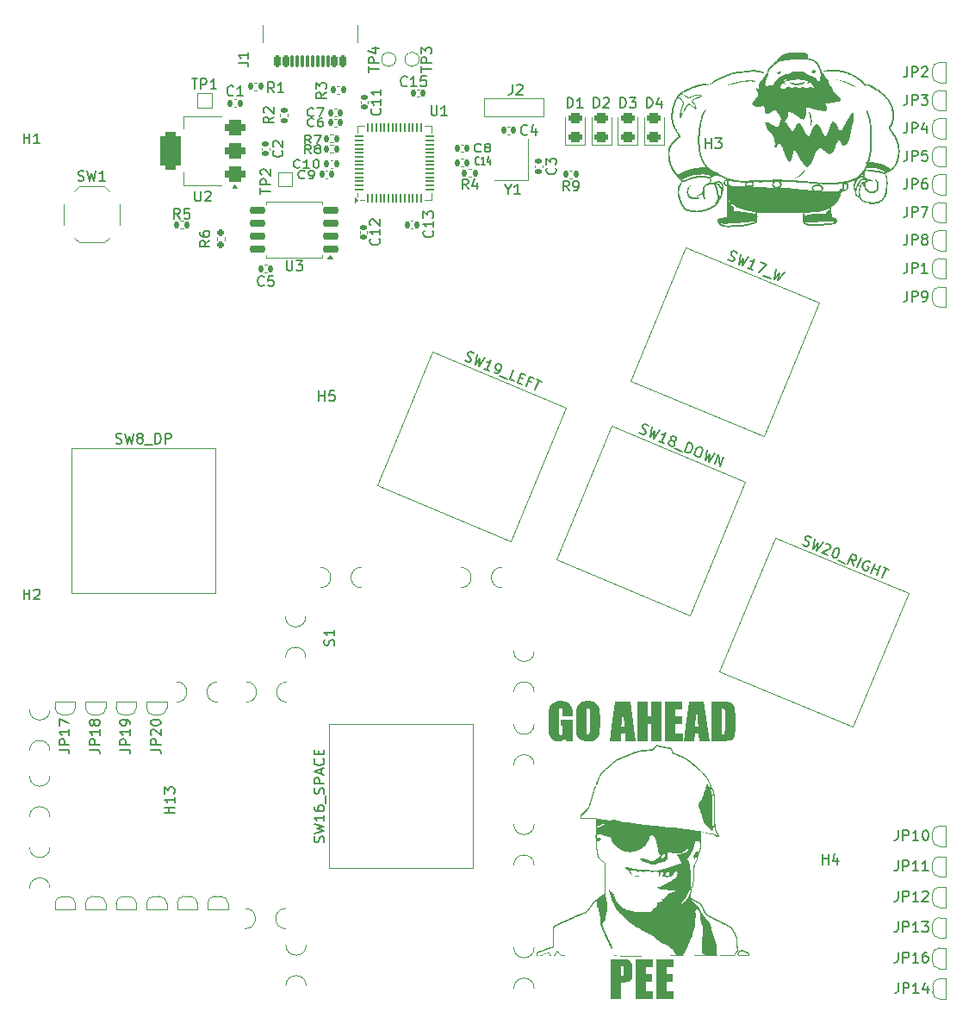
<source format=gbr>
%TF.GenerationSoftware,KiCad,Pcbnew,8.0.4*%
%TF.CreationDate,2024-07-29T01:22:02-07:00*%
%TF.ProjectId,panel_1,70616e65-6c5f-4312-9e6b-696361645f70,rev?*%
%TF.SameCoordinates,Original*%
%TF.FileFunction,Legend,Top*%
%TF.FilePolarity,Positive*%
%FSLAX46Y46*%
G04 Gerber Fmt 4.6, Leading zero omitted, Abs format (unit mm)*
G04 Created by KiCad (PCBNEW 8.0.4) date 2024-07-29 01:22:02*
%MOMM*%
%LPD*%
G01*
G04 APERTURE LIST*
G04 Aperture macros list*
%AMRoundRect*
0 Rectangle with rounded corners*
0 $1 Rounding radius*
0 $2 $3 $4 $5 $6 $7 $8 $9 X,Y pos of 4 corners*
0 Add a 4 corners polygon primitive as box body*
4,1,4,$2,$3,$4,$5,$6,$7,$8,$9,$2,$3,0*
0 Add four circle primitives for the rounded corners*
1,1,$1+$1,$2,$3*
1,1,$1+$1,$4,$5*
1,1,$1+$1,$6,$7*
1,1,$1+$1,$8,$9*
0 Add four rect primitives between the rounded corners*
20,1,$1+$1,$2,$3,$4,$5,0*
20,1,$1+$1,$4,$5,$6,$7,0*
20,1,$1+$1,$6,$7,$8,$9,0*
20,1,$1+$1,$8,$9,$2,$3,0*%
%AMFreePoly0*
4,1,19,0.500000,-0.750000,0.000000,-0.750000,0.000000,-0.744911,-0.071157,-0.744911,-0.207708,-0.704816,-0.327430,-0.627875,-0.420627,-0.520320,-0.479746,-0.390866,-0.500000,-0.250000,-0.500000,0.250000,-0.479746,0.390866,-0.420627,0.520320,-0.327430,0.627875,-0.207708,0.704816,-0.071157,0.744911,0.000000,0.744911,0.000000,0.750000,0.500000,0.750000,0.500000,-0.750000,0.500000,-0.750000,
$1*%
%AMFreePoly1*
4,1,19,0.000000,0.744911,0.071157,0.744911,0.207708,0.704816,0.327430,0.627875,0.420627,0.520320,0.479746,0.390866,0.500000,0.250000,0.500000,-0.250000,0.479746,-0.390866,0.420627,-0.520320,0.327430,-0.627875,0.207708,-0.704816,0.071157,-0.744911,0.000000,-0.744911,0.000000,-0.750000,-0.500000,-0.750000,-0.500000,0.750000,0.000000,0.750000,0.000000,0.744911,0.000000,0.744911,
$1*%
G04 Aperture macros list end*
%ADD10C,0.000000*%
%ADD11C,0.100000*%
%ADD12C,0.150000*%
%ADD13C,0.120000*%
%ADD14C,0.500000*%
%ADD15RoundRect,0.140000X0.140000X0.170000X-0.140000X0.170000X-0.140000X-0.170000X0.140000X-0.170000X0*%
%ADD16R,1.000000X1.000000*%
%ADD17RoundRect,0.243750X0.456250X-0.243750X0.456250X0.243750X-0.456250X0.243750X-0.456250X-0.243750X0*%
%ADD18C,1.750000*%
%ADD19C,3.050000*%
%ADD20C,4.000000*%
%ADD21RoundRect,0.150000X0.650000X0.150000X-0.650000X0.150000X-0.650000X-0.150000X0.650000X-0.150000X0*%
%ADD22RoundRect,0.140000X-0.140000X-0.170000X0.140000X-0.170000X0.140000X0.170000X-0.140000X0.170000X0*%
%ADD23R,1.200000X1.400000*%
%ADD24C,1.400000*%
%ADD25C,3.200000*%
%ADD26RoundRect,0.140000X-0.170000X0.140000X-0.170000X-0.140000X0.170000X-0.140000X0.170000X0.140000X0*%
%ADD27R,3.200000X3.200000*%
%ADD28RoundRect,0.050000X0.387500X-0.050000X0.387500X0.050000X-0.387500X0.050000X-0.387500X-0.050000X0*%
%ADD29RoundRect,0.050000X0.050000X-0.387500X0.050000X0.387500X-0.050000X0.387500X-0.050000X-0.387500X0*%
%ADD30FreePoly0,0.000000*%
%ADD31RoundRect,0.135000X0.135000X0.185000X-0.135000X0.185000X-0.135000X-0.185000X0.135000X-0.185000X0*%
%ADD32RoundRect,0.140000X0.170000X-0.140000X0.170000X0.140000X-0.170000X0.140000X-0.170000X-0.140000X0*%
%ADD33C,1.000000*%
%ADD34RoundRect,0.160000X-0.160000X0.197500X-0.160000X-0.197500X0.160000X-0.197500X0.160000X0.197500X0*%
%ADD35RoundRect,0.135000X-0.135000X-0.185000X0.135000X-0.185000X0.135000X0.185000X-0.135000X0.185000X0*%
%ADD36R,1.000000X0.750000*%
%ADD37RoundRect,0.375000X0.625000X0.375000X-0.625000X0.375000X-0.625000X-0.375000X0.625000X-0.375000X0*%
%ADD38RoundRect,0.500000X0.500000X1.400000X-0.500000X1.400000X-0.500000X-1.400000X0.500000X-1.400000X0*%
%ADD39RoundRect,0.135000X-0.185000X0.135000X-0.185000X-0.135000X0.185000X-0.135000X0.185000X0.135000X0*%
%ADD40O,1.000000X1.700000*%
%ADD41O,1.000000X2.000000*%
%ADD42RoundRect,0.150000X0.150000X0.420000X-0.150000X0.420000X-0.150000X-0.420000X0.150000X-0.420000X0*%
%ADD43RoundRect,0.075000X0.075000X0.495000X-0.075000X0.495000X-0.075000X-0.495000X0.075000X-0.495000X0*%
%ADD44C,0.600000*%
%ADD45FreePoly1,90.000000*%
%ADD46FreePoly0,90.000000*%
%ADD47C,3.048000*%
%ADD48C,3.987800*%
G04 APERTURE END LIST*
D10*
G36*
X124894833Y-28921390D02*
G01*
X124898402Y-28922160D01*
X124901763Y-28923219D01*
X124907972Y-28926189D01*
X124913681Y-28930275D01*
X124919112Y-28935450D01*
X124924486Y-28941689D01*
X124930023Y-28948965D01*
X124935259Y-28956365D01*
X124939932Y-28963511D01*
X124944023Y-28970422D01*
X124947510Y-28977121D01*
X124950372Y-28983626D01*
X124952588Y-28989960D01*
X124954138Y-28996144D01*
X124955000Y-29002197D01*
X124955154Y-29008141D01*
X124954579Y-29013996D01*
X124953253Y-29019783D01*
X124951156Y-29025524D01*
X124948267Y-29031238D01*
X124944564Y-29036947D01*
X124940028Y-29042672D01*
X124934637Y-29048432D01*
X124928370Y-29054250D01*
X124921206Y-29060145D01*
X124913125Y-29066138D01*
X124904105Y-29072251D01*
X124894125Y-29078505D01*
X124883165Y-29084918D01*
X124871203Y-29091514D01*
X124858219Y-29098312D01*
X124844192Y-29105333D01*
X124829100Y-29112598D01*
X124795641Y-29127944D01*
X124757674Y-29144515D01*
X124715032Y-29162477D01*
X124691271Y-29170366D01*
X124659427Y-29177897D01*
X124620564Y-29185004D01*
X124575746Y-29191621D01*
X124472505Y-29203124D01*
X124358220Y-29211881D01*
X124241408Y-29217368D01*
X124130585Y-29219059D01*
X124080080Y-29218317D01*
X124034267Y-29216430D01*
X123994208Y-29213331D01*
X123960970Y-29208955D01*
X123960969Y-29208955D01*
X123946872Y-29206405D01*
X123932154Y-29203489D01*
X123917251Y-29200308D01*
X123902596Y-29196965D01*
X123888622Y-29193562D01*
X123875765Y-29190200D01*
X123864459Y-29186983D01*
X123855136Y-29184013D01*
X123847026Y-29181315D01*
X123839193Y-29178876D01*
X123831827Y-29176746D01*
X123825119Y-29174971D01*
X123819260Y-29173600D01*
X123814440Y-29172680D01*
X123812479Y-29172404D01*
X123810850Y-29172259D01*
X123809576Y-29172251D01*
X123808680Y-29172385D01*
X123803342Y-29171213D01*
X123792106Y-29166710D01*
X123755105Y-29149383D01*
X123704000Y-29123740D01*
X123645117Y-29093116D01*
X123584777Y-29060847D01*
X123529305Y-29030269D01*
X123485025Y-29004718D01*
X123469059Y-28994870D01*
X123458261Y-28987530D01*
X123453732Y-28983598D01*
X123451200Y-28980106D01*
X123450587Y-28977044D01*
X123451815Y-28974404D01*
X123454809Y-28972178D01*
X123459489Y-28970358D01*
X123465780Y-28968935D01*
X123473603Y-28967901D01*
X123493538Y-28966964D01*
X123518675Y-28967481D01*
X123548396Y-28969385D01*
X123582083Y-28972607D01*
X123619117Y-28977082D01*
X123658879Y-28982740D01*
X123700750Y-28989516D01*
X123744113Y-28997342D01*
X123788348Y-29006150D01*
X123832838Y-29015873D01*
X123876962Y-29026444D01*
X123920104Y-29037795D01*
X123931556Y-29040491D01*
X123945521Y-29042979D01*
X123961806Y-29045251D01*
X123980221Y-29047301D01*
X124022672Y-29050703D01*
X124071344Y-29053128D01*
X124124706Y-29054519D01*
X124181226Y-29054819D01*
X124239373Y-29053971D01*
X124297618Y-29051916D01*
X124374429Y-29047715D01*
X124441301Y-29042521D01*
X124500078Y-29035995D01*
X124527009Y-29032128D01*
X124552609Y-29027801D01*
X124577109Y-29022973D01*
X124600740Y-29017601D01*
X124623733Y-29011643D01*
X124646318Y-29005057D01*
X124668727Y-28997801D01*
X124691189Y-28989832D01*
X124737201Y-28971589D01*
X124786887Y-28950964D01*
X124807550Y-28942727D01*
X124825723Y-28935840D01*
X124841625Y-28930275D01*
X124855479Y-28926007D01*
X124867505Y-28923011D01*
X124877926Y-28921260D01*
X124886961Y-28920728D01*
X124894833Y-28921390D01*
G37*
G36*
X114897956Y-30290479D02*
G01*
X114900673Y-30297884D01*
X114902445Y-30305248D01*
X114903268Y-30312547D01*
X114903137Y-30319760D01*
X114902050Y-30326863D01*
X114900001Y-30333833D01*
X114896987Y-30340648D01*
X114893003Y-30347284D01*
X114888047Y-30353719D01*
X114882112Y-30359930D01*
X114875197Y-30365894D01*
X114867295Y-30371588D01*
X114858405Y-30376990D01*
X114848520Y-30382077D01*
X114837638Y-30386825D01*
X114825755Y-30391213D01*
X114812865Y-30395216D01*
X114798966Y-30398813D01*
X114720754Y-30420254D01*
X114625406Y-30451068D01*
X114520243Y-30488383D01*
X114412585Y-30529325D01*
X114309752Y-30571019D01*
X114219064Y-30610591D01*
X114147843Y-30645169D01*
X114121819Y-30659687D01*
X114103407Y-30671878D01*
X114078228Y-30691674D01*
X114066916Y-30701087D01*
X114056458Y-30710218D01*
X114046854Y-30719097D01*
X114038105Y-30727754D01*
X114030214Y-30736219D01*
X114023180Y-30744523D01*
X114017005Y-30752696D01*
X114011691Y-30760769D01*
X114007237Y-30768770D01*
X114003646Y-30776732D01*
X114000919Y-30784684D01*
X113999056Y-30792657D01*
X113998058Y-30800680D01*
X113997928Y-30808785D01*
X113998666Y-30817001D01*
X114000273Y-30825358D01*
X114002750Y-30833888D01*
X114006098Y-30842620D01*
X114010319Y-30851585D01*
X114015414Y-30860813D01*
X114021383Y-30870334D01*
X114028228Y-30880179D01*
X114035950Y-30890378D01*
X114044551Y-30900961D01*
X114054030Y-30911958D01*
X114064390Y-30923401D01*
X114087756Y-30947741D01*
X114114657Y-30974224D01*
X114144779Y-31003856D01*
X114172288Y-31032241D01*
X114197304Y-31059611D01*
X114219946Y-31086196D01*
X114240334Y-31112226D01*
X114258588Y-31137931D01*
X114274826Y-31163542D01*
X114289169Y-31189290D01*
X114301736Y-31215403D01*
X114312646Y-31242113D01*
X114322019Y-31269651D01*
X114329974Y-31298245D01*
X114336632Y-31328127D01*
X114342110Y-31359528D01*
X114346530Y-31392676D01*
X114350010Y-31427803D01*
X114352498Y-31464365D01*
X114353382Y-31496559D01*
X114353200Y-31511027D01*
X114352591Y-31524413D01*
X114351546Y-31536722D01*
X114350055Y-31547956D01*
X114348110Y-31558119D01*
X114345702Y-31567215D01*
X114342822Y-31575247D01*
X114339462Y-31582219D01*
X114335611Y-31588135D01*
X114331263Y-31592997D01*
X114326407Y-31596809D01*
X114321034Y-31599576D01*
X114315137Y-31601300D01*
X114308705Y-31601985D01*
X114301731Y-31601634D01*
X114294205Y-31600252D01*
X114286119Y-31597841D01*
X114277463Y-31594405D01*
X114268228Y-31589948D01*
X114258407Y-31584473D01*
X114247989Y-31577984D01*
X114236966Y-31570484D01*
X114213071Y-31552466D01*
X114186649Y-31530447D01*
X114157630Y-31504456D01*
X114131846Y-31481473D01*
X114103029Y-31457179D01*
X114038301Y-31406015D01*
X113967454Y-31353675D01*
X113894498Y-31302869D01*
X113823440Y-31256307D01*
X113758289Y-31216700D01*
X113729182Y-31200351D01*
X113703055Y-31186757D01*
X113680408Y-31176256D01*
X113661744Y-31169188D01*
X113657778Y-31168042D01*
X113653813Y-31167129D01*
X113649840Y-31166455D01*
X113645847Y-31166027D01*
X113641824Y-31165853D01*
X113637760Y-31165938D01*
X113633643Y-31166289D01*
X113629464Y-31166914D01*
X113625211Y-31167819D01*
X113620874Y-31169011D01*
X113616442Y-31170496D01*
X113611903Y-31172281D01*
X113607248Y-31174373D01*
X113602466Y-31176780D01*
X113597545Y-31179506D01*
X113592475Y-31182560D01*
X113587245Y-31185948D01*
X113581845Y-31189676D01*
X113576263Y-31193752D01*
X113570488Y-31198183D01*
X113558320Y-31208133D01*
X113545253Y-31219581D01*
X113531201Y-31232581D01*
X113516077Y-31247187D01*
X113499797Y-31263453D01*
X113482272Y-31281432D01*
X113460703Y-31304756D01*
X113438755Y-31330487D01*
X113416162Y-31359074D01*
X113392660Y-31390967D01*
X113367983Y-31426615D01*
X113341868Y-31466466D01*
X113314047Y-31510971D01*
X113284258Y-31560577D01*
X113252234Y-31615734D01*
X113217711Y-31676891D01*
X113180423Y-31744498D01*
X113140106Y-31819003D01*
X113049325Y-31990504D01*
X112943247Y-32194987D01*
X112897011Y-32283179D01*
X112857614Y-32354578D01*
X112840210Y-32384337D01*
X112824190Y-32410326D01*
X112809447Y-32432690D01*
X112795871Y-32451570D01*
X112783355Y-32467109D01*
X112771790Y-32479452D01*
X112761068Y-32488741D01*
X112751079Y-32495118D01*
X112741717Y-32498727D01*
X112732871Y-32499712D01*
X112724435Y-32498215D01*
X112716299Y-32494378D01*
X112713979Y-32492763D01*
X112711786Y-32490852D01*
X112709717Y-32488635D01*
X112707774Y-32486097D01*
X112705954Y-32483227D01*
X112704258Y-32480010D01*
X112702684Y-32476434D01*
X112701231Y-32472486D01*
X112699899Y-32468154D01*
X112698688Y-32463424D01*
X112697595Y-32458283D01*
X112696622Y-32452719D01*
X112695766Y-32446718D01*
X112695027Y-32440268D01*
X112693897Y-32425968D01*
X112693226Y-32409715D01*
X112693008Y-32391407D01*
X112693237Y-32370940D01*
X112693906Y-32348211D01*
X112695010Y-32323116D01*
X112696543Y-32295552D01*
X112698498Y-32265416D01*
X112700869Y-32232605D01*
X112712925Y-32105316D01*
X112729741Y-31980765D01*
X112751431Y-31858482D01*
X112764140Y-31798045D01*
X112778111Y-31737999D01*
X112793357Y-31678285D01*
X112809893Y-31618846D01*
X112846893Y-31500556D01*
X112889225Y-31382658D01*
X112937004Y-31264685D01*
X113054040Y-30991045D01*
X112960330Y-30856322D01*
X112937943Y-30825303D01*
X112913298Y-30793246D01*
X112886822Y-30760568D01*
X112858939Y-30727690D01*
X112830074Y-30695031D01*
X112800651Y-30663011D01*
X112771097Y-30632050D01*
X112741835Y-30602566D01*
X112713290Y-30574979D01*
X112685889Y-30549710D01*
X112660055Y-30527177D01*
X112636213Y-30507800D01*
X112614790Y-30491999D01*
X112596208Y-30480193D01*
X112580894Y-30472802D01*
X112574595Y-30470893D01*
X112569273Y-30470245D01*
X112567322Y-30470357D01*
X112565283Y-30470691D01*
X112563161Y-30471240D01*
X112560961Y-30472000D01*
X112558688Y-30472964D01*
X112556347Y-30474127D01*
X112553944Y-30475485D01*
X112551484Y-30477030D01*
X112548971Y-30478758D01*
X112546411Y-30480663D01*
X112541171Y-30484982D01*
X112535805Y-30489944D01*
X112530355Y-30495504D01*
X112524860Y-30501619D01*
X112519364Y-30508243D01*
X112513907Y-30515334D01*
X112508531Y-30522847D01*
X112503276Y-30530737D01*
X112498185Y-30538961D01*
X112493298Y-30547475D01*
X112488658Y-30556235D01*
X112479294Y-30574246D01*
X112469416Y-30592475D01*
X112459323Y-30610421D01*
X112449311Y-30627582D01*
X112439680Y-30643459D01*
X112430726Y-30657550D01*
X112422747Y-30669354D01*
X112416041Y-30678371D01*
X112409934Y-30686786D01*
X112403369Y-30697308D01*
X112396393Y-30709819D01*
X112389052Y-30724199D01*
X112381393Y-30740331D01*
X112373464Y-30758095D01*
X112365310Y-30777373D01*
X112356979Y-30798047D01*
X112339971Y-30843104D01*
X112322814Y-30892316D01*
X112305883Y-30944736D01*
X112289552Y-30999412D01*
X112283452Y-31019698D01*
X112276278Y-31041879D01*
X112268294Y-31065236D01*
X112259762Y-31089052D01*
X112250945Y-31112607D01*
X112242107Y-31135184D01*
X112233511Y-31156064D01*
X112225419Y-31174529D01*
X112221506Y-31183467D01*
X112217537Y-31193200D01*
X112209542Y-31214670D01*
X112201656Y-31238180D01*
X112194099Y-31262970D01*
X112187092Y-31288280D01*
X112180856Y-31313351D01*
X112175611Y-31337423D01*
X112171578Y-31359737D01*
X112168048Y-31380799D01*
X112164240Y-31401285D01*
X112160277Y-31420685D01*
X112156276Y-31438493D01*
X112152360Y-31454200D01*
X112148647Y-31467297D01*
X112145258Y-31477277D01*
X112143722Y-31480940D01*
X112142312Y-31483632D01*
X112140745Y-31487310D01*
X112138748Y-31493864D01*
X112133586Y-31514957D01*
X112127073Y-31545623D01*
X112119451Y-31584575D01*
X112110965Y-31630527D01*
X112101859Y-31682190D01*
X112092377Y-31738277D01*
X112082763Y-31797501D01*
X112064265Y-31933556D01*
X112051438Y-32071702D01*
X112044262Y-32209567D01*
X112042713Y-32344786D01*
X112046769Y-32474988D01*
X112050891Y-32537467D01*
X112056407Y-32597804D01*
X112063313Y-32655703D01*
X112071606Y-32710868D01*
X112081283Y-32763001D01*
X112092343Y-32811808D01*
X112126715Y-32952101D01*
X112138498Y-33002165D01*
X112144401Y-33029323D01*
X112145087Y-33032710D01*
X112145942Y-33036189D01*
X112146953Y-33039734D01*
X112148106Y-33043320D01*
X112149391Y-33046920D01*
X112150794Y-33050508D01*
X112152303Y-33054059D01*
X112153906Y-33057546D01*
X112155590Y-33060944D01*
X112157343Y-33064226D01*
X112159153Y-33067367D01*
X112161006Y-33070340D01*
X112162891Y-33073119D01*
X112164795Y-33075678D01*
X112166706Y-33077993D01*
X112168611Y-33080035D01*
X112170485Y-33082135D01*
X112172308Y-33084617D01*
X112174068Y-33087449D01*
X112175757Y-33090601D01*
X112177365Y-33094040D01*
X112178883Y-33097735D01*
X112180300Y-33101654D01*
X112181609Y-33105765D01*
X112182799Y-33110037D01*
X112183861Y-33114438D01*
X112184786Y-33118936D01*
X112185563Y-33123500D01*
X112186185Y-33128098D01*
X112186640Y-33132699D01*
X112186920Y-33137271D01*
X112187016Y-33141781D01*
X112190464Y-33156181D01*
X112200244Y-33182408D01*
X112235407Y-33263483D01*
X112285723Y-33371275D01*
X112344409Y-33492055D01*
X112404683Y-33612093D01*
X112459763Y-33717658D01*
X112502866Y-33795022D01*
X112517807Y-33818838D01*
X112527210Y-33830455D01*
X112529419Y-33832489D01*
X112532499Y-33835813D01*
X112536397Y-33840352D01*
X112541055Y-33846031D01*
X112552433Y-33860512D01*
X112566185Y-33878660D01*
X112581867Y-33899876D01*
X112599031Y-33923565D01*
X112617231Y-33949130D01*
X112636022Y-33975975D01*
X112655428Y-34003596D01*
X112675389Y-34031388D01*
X112695337Y-34058598D01*
X112714701Y-34084473D01*
X112732912Y-34108259D01*
X112749399Y-34129204D01*
X112763595Y-34146554D01*
X112774928Y-34159558D01*
X112783714Y-34169380D01*
X112791726Y-34178907D01*
X112798937Y-34188181D01*
X112805323Y-34197241D01*
X112810858Y-34206130D01*
X112815517Y-34214889D01*
X112819275Y-34223558D01*
X112822106Y-34232179D01*
X112823985Y-34240793D01*
X112824887Y-34249441D01*
X112824786Y-34258164D01*
X112823658Y-34267004D01*
X112821477Y-34276001D01*
X112818217Y-34285196D01*
X112813854Y-34294632D01*
X112808362Y-34304349D01*
X112801715Y-34314387D01*
X112793890Y-34324789D01*
X112784859Y-34335595D01*
X112774599Y-34346847D01*
X112763083Y-34358586D01*
X112750287Y-34370852D01*
X112736184Y-34383688D01*
X112720751Y-34397133D01*
X112703961Y-34411230D01*
X112685790Y-34426019D01*
X112645201Y-34457840D01*
X112598781Y-34492923D01*
X112546330Y-34531600D01*
X112498692Y-34567315D01*
X112450389Y-34605258D01*
X112401800Y-34645051D01*
X112353304Y-34686316D01*
X112305281Y-34728674D01*
X112258111Y-34771748D01*
X112167847Y-34858529D01*
X112125514Y-34901479D01*
X112085552Y-34943632D01*
X112048341Y-34984609D01*
X112014260Y-35024033D01*
X111983691Y-35061524D01*
X111957011Y-35096705D01*
X111934602Y-35129198D01*
X111916842Y-35158624D01*
X111893707Y-35202866D01*
X111871563Y-35249752D01*
X111850487Y-35298978D01*
X111830552Y-35350239D01*
X111811832Y-35403231D01*
X111794404Y-35457650D01*
X111778340Y-35513190D01*
X111763716Y-35569546D01*
X111750607Y-35626416D01*
X111739086Y-35683493D01*
X111729229Y-35740474D01*
X111721110Y-35797053D01*
X111714803Y-35852927D01*
X111710384Y-35907790D01*
X111707927Y-35961338D01*
X111707507Y-36013267D01*
X111709111Y-36068254D01*
X111712542Y-36127448D01*
X111724290Y-36255101D01*
X111741563Y-36389512D01*
X111763175Y-36523966D01*
X111787938Y-36651750D01*
X111814664Y-36766150D01*
X111828392Y-36816233D01*
X111842166Y-36860452D01*
X111855837Y-36897967D01*
X111869256Y-36927940D01*
X111875276Y-36940568D01*
X111884287Y-36960627D01*
X111909521Y-37018913D01*
X111941438Y-37094551D01*
X111976518Y-37179294D01*
X111994530Y-37222292D01*
X112012746Y-37264054D01*
X112030665Y-37303547D01*
X112047788Y-37339740D01*
X112063615Y-37371601D01*
X112077646Y-37398097D01*
X112089383Y-37418198D01*
X112094235Y-37425528D01*
X112098326Y-37430871D01*
X112101970Y-37435229D01*
X112105511Y-37439668D01*
X112108933Y-37444155D01*
X112112215Y-37448659D01*
X112115341Y-37453148D01*
X112118290Y-37457591D01*
X112121046Y-37461956D01*
X112123590Y-37466212D01*
X112125903Y-37470327D01*
X112127967Y-37474269D01*
X112129764Y-37478007D01*
X112131276Y-37481509D01*
X112132483Y-37484743D01*
X112133368Y-37487678D01*
X112133913Y-37490283D01*
X112134098Y-37492525D01*
X112137658Y-37502207D01*
X112147750Y-37520843D01*
X112183999Y-37579817D01*
X112235784Y-37659122D01*
X112296044Y-37748431D01*
X112357718Y-37837421D01*
X112413744Y-37915766D01*
X112457063Y-37973141D01*
X112471750Y-37990739D01*
X112480612Y-37999221D01*
X112481923Y-37999859D01*
X112483510Y-38000327D01*
X112485365Y-38000630D01*
X112487478Y-38000770D01*
X112492446Y-38000574D01*
X112498344Y-37999764D01*
X112505103Y-37998364D01*
X112512653Y-37996400D01*
X112520925Y-37993896D01*
X112529849Y-37990876D01*
X112539355Y-37987366D01*
X112549374Y-37983389D01*
X112559836Y-37978971D01*
X112570672Y-37974136D01*
X112581812Y-37968909D01*
X112593186Y-37963314D01*
X112604724Y-37957377D01*
X112616358Y-37951121D01*
X112642039Y-37937394D01*
X112671737Y-37922178D01*
X112704394Y-37905977D01*
X112738949Y-37889297D01*
X112774340Y-37872643D01*
X112809509Y-37856521D01*
X112843393Y-37841437D01*
X112874932Y-37827895D01*
X112948984Y-37795959D01*
X113043037Y-37754174D01*
X113145019Y-37707958D01*
X113242857Y-37662732D01*
X113290014Y-37641249D01*
X113338803Y-37620088D01*
X113387814Y-37599791D01*
X113435636Y-37580902D01*
X113480857Y-37563965D01*
X113522068Y-37549522D01*
X113557857Y-37538116D01*
X113586814Y-37530291D01*
X113612115Y-37524149D01*
X113637425Y-37517564D01*
X113662068Y-37510741D01*
X113685368Y-37503887D01*
X113706650Y-37497207D01*
X113725237Y-37490905D01*
X113740453Y-37485186D01*
X113751623Y-37480257D01*
X113757109Y-37477903D01*
X113764560Y-37475324D01*
X113773846Y-37472546D01*
X113784839Y-37469594D01*
X113811430Y-37463272D01*
X113843302Y-37456566D01*
X113879423Y-37449681D01*
X113918763Y-37442823D01*
X113960291Y-37436198D01*
X114002976Y-37430013D01*
X114169377Y-37406398D01*
X114235118Y-37396551D01*
X114277221Y-37389772D01*
X114492481Y-37353417D01*
X114582866Y-37339676D01*
X114665901Y-37328365D01*
X114744699Y-37319089D01*
X114822369Y-37311452D01*
X114902024Y-37305057D01*
X114986773Y-37299510D01*
X115259760Y-37283267D01*
X115148828Y-37128543D01*
X115114282Y-37079335D01*
X115081262Y-37030116D01*
X115049595Y-36980518D01*
X115019107Y-36930168D01*
X114989623Y-36878695D01*
X114960971Y-36825730D01*
X114932975Y-36770900D01*
X114905462Y-36713835D01*
X114878259Y-36654163D01*
X114851191Y-36591515D01*
X114824085Y-36525518D01*
X114796766Y-36455802D01*
X114740796Y-36303729D01*
X114681889Y-36132328D01*
X114673702Y-36107061D01*
X114665687Y-36080880D01*
X114658046Y-36054543D01*
X114650983Y-36028810D01*
X114644700Y-36004442D01*
X114639399Y-35982198D01*
X114635281Y-35962838D01*
X114632551Y-35947120D01*
X114626666Y-35909955D01*
X114617698Y-35857658D01*
X114606869Y-35797176D01*
X114595397Y-35735453D01*
X114576608Y-35625204D01*
X114560018Y-35505046D01*
X114533506Y-35240596D01*
X114516002Y-34953298D01*
X114507643Y-34654345D01*
X114508570Y-34354932D01*
X114518920Y-34066253D01*
X114538834Y-33799501D01*
X114552421Y-33677846D01*
X114568450Y-33565870D01*
X114589504Y-33432008D01*
X114607063Y-33314516D01*
X114618959Y-33232740D01*
X114630130Y-33161104D01*
X114641676Y-33094173D01*
X114654697Y-33026511D01*
X114670290Y-32952681D01*
X114689557Y-32867248D01*
X114743505Y-32639829D01*
X114774043Y-32516413D01*
X114802830Y-32407163D01*
X114829818Y-32312232D01*
X114854955Y-32231775D01*
X114878190Y-32165944D01*
X114899472Y-32114893D01*
X114909365Y-32094958D01*
X114918751Y-32078775D01*
X114927624Y-32066365D01*
X114935977Y-32057745D01*
X114937924Y-32055751D01*
X114940454Y-32052546D01*
X114943526Y-32048200D01*
X114947100Y-32042784D01*
X114955593Y-32029024D01*
X114965611Y-32011832D01*
X114976831Y-31991771D01*
X114988932Y-31969407D01*
X115001592Y-31945303D01*
X115014488Y-31920026D01*
X115028393Y-31894701D01*
X115045820Y-31866743D01*
X115066240Y-31836742D01*
X115089128Y-31805285D01*
X115113956Y-31772961D01*
X115140199Y-31740360D01*
X115167330Y-31708069D01*
X115194823Y-31676678D01*
X115222150Y-31646775D01*
X115248785Y-31618949D01*
X115274203Y-31593789D01*
X115297875Y-31571883D01*
X115319276Y-31553821D01*
X115337880Y-31540190D01*
X115353159Y-31531580D01*
X115359387Y-31529341D01*
X115364587Y-31528579D01*
X115365922Y-31528683D01*
X115367093Y-31528992D01*
X115368102Y-31529501D01*
X115368952Y-31530204D01*
X115369643Y-31531097D01*
X115370178Y-31532174D01*
X115370559Y-31533430D01*
X115370787Y-31534861D01*
X115370865Y-31536460D01*
X115370794Y-31538224D01*
X115370576Y-31540147D01*
X115370213Y-31542223D01*
X115369707Y-31544448D01*
X115369060Y-31546817D01*
X115368273Y-31549324D01*
X115367349Y-31551965D01*
X115366289Y-31554733D01*
X115365095Y-31557625D01*
X115363770Y-31560636D01*
X115362314Y-31563759D01*
X115359021Y-31570323D01*
X115355229Y-31577278D01*
X115350955Y-31584583D01*
X115346213Y-31592198D01*
X115341019Y-31600080D01*
X115335386Y-31608190D01*
X115305206Y-31653242D01*
X115273883Y-31705004D01*
X115241746Y-31762665D01*
X115209125Y-31825412D01*
X115176351Y-31892434D01*
X115143753Y-31962918D01*
X115080406Y-32111024D01*
X115021724Y-32263233D01*
X114994957Y-32338846D01*
X114970347Y-32413049D01*
X114948223Y-32485030D01*
X114928914Y-32553976D01*
X114912752Y-32619075D01*
X114900067Y-32679515D01*
X114892755Y-32715720D01*
X114880173Y-32775179D01*
X114846266Y-32930870D01*
X114828314Y-33016270D01*
X114811878Y-33102105D01*
X114798775Y-33178390D01*
X114794043Y-33209831D01*
X114790826Y-33235141D01*
X114785427Y-33280409D01*
X114779264Y-33325430D01*
X114773096Y-33364993D01*
X114770248Y-33381101D01*
X114767684Y-33393891D01*
X114751215Y-33480264D01*
X114736236Y-33581019D01*
X114710958Y-33817836D01*
X114692279Y-34088674D01*
X114680625Y-34377861D01*
X114676426Y-34669730D01*
X114680107Y-34948609D01*
X114692097Y-35198830D01*
X114701341Y-35308297D01*
X114712823Y-35404724D01*
X114718639Y-35449114D01*
X114726182Y-35511302D01*
X114734476Y-35583039D01*
X114742546Y-35656078D01*
X114746780Y-35691975D01*
X114751730Y-35728074D01*
X114757216Y-35763397D01*
X114763058Y-35796969D01*
X114769078Y-35827812D01*
X114775093Y-35854950D01*
X114780926Y-35877405D01*
X114786395Y-35894203D01*
X114792749Y-35911540D01*
X114801116Y-35935544D01*
X114822461Y-35999210D01*
X114847568Y-36076518D01*
X114873577Y-36158787D01*
X114903621Y-36252382D01*
X114934035Y-36341387D01*
X114964968Y-36426069D01*
X114996570Y-36506697D01*
X115028988Y-36583538D01*
X115062372Y-36656862D01*
X115096871Y-36726936D01*
X115132632Y-36794028D01*
X115169806Y-36858407D01*
X115208541Y-36920340D01*
X115248985Y-36980096D01*
X115291287Y-37037943D01*
X115335596Y-37094149D01*
X115382061Y-37148983D01*
X115430831Y-37202711D01*
X115482054Y-37255603D01*
X115558102Y-37331212D01*
X115623594Y-37395146D01*
X115679083Y-37447895D01*
X115725122Y-37489951D01*
X115762264Y-37521806D01*
X115777672Y-37534062D01*
X115791062Y-37543952D01*
X115802505Y-37551537D01*
X115812069Y-37556878D01*
X115819824Y-37560039D01*
X115825839Y-37561078D01*
X115828525Y-37561490D01*
X115832450Y-37562698D01*
X115837536Y-37564662D01*
X115843707Y-37567341D01*
X115850887Y-37570695D01*
X115859000Y-37574682D01*
X115877719Y-37584395D01*
X115899252Y-37596154D01*
X115922991Y-37609634D01*
X115948325Y-37624508D01*
X115974642Y-37640453D01*
X116001380Y-37656398D01*
X116027916Y-37671273D01*
X116053556Y-37684753D01*
X116077605Y-37696512D01*
X116099370Y-37706224D01*
X116118155Y-37713565D01*
X116126212Y-37716244D01*
X116133265Y-37718208D01*
X116139225Y-37719416D01*
X116144006Y-37719828D01*
X116148543Y-37720136D01*
X116153789Y-37721043D01*
X116159681Y-37722516D01*
X116166155Y-37724525D01*
X116173150Y-37727040D01*
X116180602Y-37730031D01*
X116188448Y-37733466D01*
X116196626Y-37737315D01*
X116205074Y-37741548D01*
X116213727Y-37746135D01*
X116222524Y-37751044D01*
X116231401Y-37756245D01*
X116240297Y-37761707D01*
X116249147Y-37767401D01*
X116257890Y-37773295D01*
X116266462Y-37779360D01*
X116277047Y-37786893D01*
X116286915Y-37793619D01*
X116296086Y-37799541D01*
X116304578Y-37804665D01*
X116312409Y-37808997D01*
X116319598Y-37812542D01*
X116326163Y-37815304D01*
X116332122Y-37817289D01*
X116337494Y-37818502D01*
X116339966Y-37818821D01*
X116342297Y-37818949D01*
X116344491Y-37818886D01*
X116346550Y-37818634D01*
X116348476Y-37818192D01*
X116350271Y-37817562D01*
X116351937Y-37816745D01*
X116353478Y-37815740D01*
X116354894Y-37814549D01*
X116356189Y-37813172D01*
X116357365Y-37811609D01*
X116358424Y-37809862D01*
X116359368Y-37807932D01*
X116360200Y-37805818D01*
X116360863Y-37804122D01*
X116361648Y-37802449D01*
X116362553Y-37800799D01*
X116363573Y-37799174D01*
X116364703Y-37797578D01*
X116365941Y-37796011D01*
X116367281Y-37794477D01*
X116368720Y-37792976D01*
X116370255Y-37791512D01*
X116371880Y-37790087D01*
X116373592Y-37788702D01*
X116375387Y-37787360D01*
X116377262Y-37786062D01*
X116379211Y-37784812D01*
X116381231Y-37783610D01*
X116383318Y-37782460D01*
X116385468Y-37781363D01*
X116387677Y-37780322D01*
X116389941Y-37779338D01*
X116392255Y-37778413D01*
X116394617Y-37777551D01*
X116397022Y-37776752D01*
X116399466Y-37776019D01*
X116401945Y-37775355D01*
X116404454Y-37774760D01*
X116406991Y-37774238D01*
X116409551Y-37773791D01*
X116412129Y-37773420D01*
X116414723Y-37773128D01*
X116417327Y-37772917D01*
X116419939Y-37772788D01*
X116422553Y-37772745D01*
X116425870Y-37772800D01*
X116429063Y-37772965D01*
X116432133Y-37773242D01*
X116435081Y-37773632D01*
X116437909Y-37774138D01*
X116440618Y-37774760D01*
X116443209Y-37775500D01*
X116445684Y-37776360D01*
X116448042Y-37777341D01*
X116450287Y-37778445D01*
X116452419Y-37779673D01*
X116454439Y-37781027D01*
X116456349Y-37782509D01*
X116458149Y-37784119D01*
X116459841Y-37785861D01*
X116461426Y-37787734D01*
X116462906Y-37789741D01*
X116464282Y-37791883D01*
X116465554Y-37794163D01*
X116466724Y-37796580D01*
X116467794Y-37799138D01*
X116468764Y-37801836D01*
X116469636Y-37804678D01*
X116470411Y-37807665D01*
X116471090Y-37810798D01*
X116471675Y-37814078D01*
X116472166Y-37817508D01*
X116472565Y-37821088D01*
X116473093Y-37828707D01*
X116473266Y-37836949D01*
X116473358Y-37841572D01*
X116473641Y-37846098D01*
X116474122Y-37850536D01*
X116474810Y-37854894D01*
X116475713Y-37859182D01*
X116476840Y-37863406D01*
X116478200Y-37867577D01*
X116479799Y-37871702D01*
X116481648Y-37875791D01*
X116483754Y-37879851D01*
X116486126Y-37883893D01*
X116488772Y-37887923D01*
X116491700Y-37891951D01*
X116494919Y-37895985D01*
X116498438Y-37900035D01*
X116502264Y-37904108D01*
X116506406Y-37908213D01*
X116510873Y-37912359D01*
X116515672Y-37916554D01*
X116520813Y-37920808D01*
X116532151Y-37929523D01*
X116544956Y-37938575D01*
X116559293Y-37948030D01*
X116575230Y-37957959D01*
X116592833Y-37968430D01*
X116612171Y-37979512D01*
X116641425Y-37995656D01*
X116671326Y-38011496D01*
X116701033Y-38026630D01*
X116729705Y-38040655D01*
X116756501Y-38053170D01*
X116780580Y-38063771D01*
X116801101Y-38072056D01*
X116817224Y-38077623D01*
X116830781Y-38081924D01*
X116843952Y-38086578D01*
X116856411Y-38091438D01*
X116867831Y-38096356D01*
X116877888Y-38101184D01*
X116882303Y-38103519D01*
X116886255Y-38105776D01*
X116889703Y-38107936D01*
X116892607Y-38109982D01*
X116894925Y-38111894D01*
X116896618Y-38113655D01*
X116901733Y-38118603D01*
X116909895Y-38124824D01*
X116920681Y-38132097D01*
X116933666Y-38140204D01*
X116964539Y-38158040D01*
X116999124Y-38176573D01*
X117034028Y-38194046D01*
X117065861Y-38208703D01*
X117079566Y-38214426D01*
X117091232Y-38218785D01*
X117100434Y-38221562D01*
X117106748Y-38222537D01*
X117109798Y-38222973D01*
X117114618Y-38224254D01*
X117121103Y-38226336D01*
X117129150Y-38229176D01*
X117149512Y-38236957D01*
X117174873Y-38247252D01*
X117204400Y-38259717D01*
X117237261Y-38274005D01*
X117272624Y-38289773D01*
X117309657Y-38306675D01*
X117382510Y-38339758D01*
X117446146Y-38367640D01*
X117493715Y-38387387D01*
X117509335Y-38393293D01*
X117518370Y-38396066D01*
X117527465Y-38398301D01*
X117543257Y-38402668D01*
X117591461Y-38416759D01*
X117656036Y-38436270D01*
X117730036Y-38459131D01*
X117841290Y-38491125D01*
X117961643Y-38520816D01*
X118087736Y-38547644D01*
X118216208Y-38571046D01*
X118343699Y-38590460D01*
X118466849Y-38605324D01*
X118582299Y-38615076D01*
X118686688Y-38619154D01*
X118862088Y-38618854D01*
X119166702Y-38616169D01*
X119992222Y-38605449D01*
X121443144Y-38583638D01*
X121548987Y-38581700D01*
X121634616Y-38579155D01*
X121702201Y-38575751D01*
X121753914Y-38571237D01*
X121774497Y-38568485D01*
X121791925Y-38565361D01*
X121806471Y-38561833D01*
X121818405Y-38557871D01*
X121827999Y-38553443D01*
X121835524Y-38548516D01*
X121841252Y-38543061D01*
X121845454Y-38537046D01*
X121846902Y-38534628D01*
X121848495Y-38532289D01*
X121850233Y-38530030D01*
X121852112Y-38527851D01*
X121854131Y-38525752D01*
X121856289Y-38523735D01*
X121858584Y-38521799D01*
X121861014Y-38519945D01*
X121863578Y-38518174D01*
X121866273Y-38516487D01*
X121869099Y-38514883D01*
X121872054Y-38513363D01*
X121875135Y-38511929D01*
X121878342Y-38510579D01*
X121881672Y-38509316D01*
X121885124Y-38508139D01*
X121888697Y-38507049D01*
X121892388Y-38506047D01*
X121896195Y-38505133D01*
X121900118Y-38504307D01*
X121908303Y-38502924D01*
X121916929Y-38501902D01*
X121925983Y-38501246D01*
X121935450Y-38500959D01*
X121945318Y-38501046D01*
X121955573Y-38501512D01*
X122031174Y-38504990D01*
X122172579Y-38510414D01*
X122571909Y-38524131D01*
X123028204Y-38539964D01*
X123362746Y-38554009D01*
X123580970Y-38566526D01*
X123648160Y-38572294D01*
X123688309Y-38577777D01*
X123707158Y-38580425D01*
X123738633Y-38583514D01*
X123781050Y-38586934D01*
X123832729Y-38590573D01*
X123957141Y-38598059D01*
X124098413Y-38605078D01*
X124520470Y-38626036D01*
X124886340Y-38648828D01*
X125204225Y-38674028D01*
X125482325Y-38702212D01*
X125578960Y-38712646D01*
X125666046Y-38720906D01*
X125734031Y-38726160D01*
X125757877Y-38727400D01*
X125773368Y-38727575D01*
X125801223Y-38728269D01*
X125848008Y-38731500D01*
X125911855Y-38737077D01*
X125990895Y-38744810D01*
X126187075Y-38765983D01*
X126421597Y-38793498D01*
X126447674Y-38796888D01*
X126476177Y-38800993D01*
X126536773Y-38810718D01*
X126596005Y-38821416D01*
X126622803Y-38826736D01*
X126646493Y-38831829D01*
X126692036Y-38838700D01*
X126757819Y-38843794D01*
X126939178Y-38849009D01*
X127168706Y-38848191D01*
X127424540Y-38842052D01*
X127684818Y-38831310D01*
X127927676Y-38816679D01*
X128131251Y-38798874D01*
X128211475Y-38789005D01*
X128273680Y-38778610D01*
X128302457Y-38773122D01*
X128338700Y-38766790D01*
X128427718Y-38752496D01*
X128529014Y-38737531D01*
X128630868Y-38723697D01*
X128748930Y-38706890D01*
X128866392Y-38687070D01*
X128982787Y-38664400D01*
X129097647Y-38639041D01*
X129210505Y-38611155D01*
X129320893Y-38580906D01*
X129428345Y-38548453D01*
X129532392Y-38513961D01*
X129632569Y-38477591D01*
X129728407Y-38439505D01*
X129819439Y-38399866D01*
X129905198Y-38358834D01*
X129985217Y-38316574D01*
X130059028Y-38273246D01*
X130126163Y-38229013D01*
X130186157Y-38184037D01*
X130246688Y-38134054D01*
X130536696Y-38134054D01*
X130536959Y-38135601D01*
X130537487Y-38136990D01*
X130538276Y-38138225D01*
X130539326Y-38139310D01*
X130540634Y-38140250D01*
X130542199Y-38141051D01*
X130544018Y-38141715D01*
X130546091Y-38142249D01*
X130550986Y-38142941D01*
X130556870Y-38143164D01*
X130559189Y-38143246D01*
X130561516Y-38143491D01*
X130563847Y-38143895D01*
X130566178Y-38144453D01*
X130568506Y-38145162D01*
X130570827Y-38146019D01*
X130573138Y-38147019D01*
X130575435Y-38148159D01*
X130577714Y-38149435D01*
X130579973Y-38150842D01*
X130582207Y-38152378D01*
X130584413Y-38154039D01*
X130586587Y-38155820D01*
X130588726Y-38157718D01*
X130590826Y-38159729D01*
X130592885Y-38161850D01*
X130594897Y-38164076D01*
X130596860Y-38166403D01*
X130600623Y-38171349D01*
X130604146Y-38176656D01*
X130607400Y-38182293D01*
X130610358Y-38188232D01*
X130611716Y-38191304D01*
X130612989Y-38194441D01*
X130614174Y-38197637D01*
X130615267Y-38200889D01*
X130616264Y-38204194D01*
X130617163Y-38207547D01*
X130619471Y-38215863D01*
X130622020Y-38223434D01*
X130624788Y-38230272D01*
X130627755Y-38236389D01*
X130630898Y-38241795D01*
X130634198Y-38246502D01*
X130637634Y-38250520D01*
X130641183Y-38253862D01*
X130644826Y-38256539D01*
X130648541Y-38258561D01*
X130652307Y-38259940D01*
X130656104Y-38260687D01*
X130659909Y-38260813D01*
X130663703Y-38260329D01*
X130667463Y-38259248D01*
X130671170Y-38257579D01*
X130674801Y-38255334D01*
X130678337Y-38252524D01*
X130681756Y-38249161D01*
X130685036Y-38245256D01*
X130688158Y-38240820D01*
X130691099Y-38235864D01*
X130693840Y-38230399D01*
X130696358Y-38224437D01*
X130698633Y-38217988D01*
X130700644Y-38211065D01*
X130702370Y-38203677D01*
X130703789Y-38195837D01*
X130704882Y-38187556D01*
X130705626Y-38178845D01*
X130706000Y-38169715D01*
X130705985Y-38160177D01*
X130705231Y-38142507D01*
X130703790Y-38124155D01*
X130701746Y-38105658D01*
X130699184Y-38087549D01*
X130696189Y-38070365D01*
X130692843Y-38054640D01*
X130689233Y-38040910D01*
X130687355Y-38034960D01*
X130685442Y-38029709D01*
X130682376Y-38022339D01*
X130680868Y-38019067D01*
X130679363Y-38016075D01*
X130677847Y-38013368D01*
X130676308Y-38010949D01*
X130674736Y-38008823D01*
X130673118Y-38006994D01*
X130671442Y-38005466D01*
X130669697Y-38004243D01*
X130667870Y-38003329D01*
X130665951Y-38002728D01*
X130663926Y-38002444D01*
X130661784Y-38002482D01*
X130659513Y-38002845D01*
X130657102Y-38003538D01*
X130654539Y-38004564D01*
X130651811Y-38005929D01*
X130648907Y-38007635D01*
X130645815Y-38009687D01*
X130642524Y-38012089D01*
X130639021Y-38014845D01*
X130635294Y-38017959D01*
X130631332Y-38021436D01*
X130627123Y-38025279D01*
X130622655Y-38029492D01*
X130612895Y-38039047D01*
X130601957Y-38050132D01*
X130589747Y-38062782D01*
X130579230Y-38073887D01*
X130569911Y-38084010D01*
X130561775Y-38093189D01*
X130554807Y-38101459D01*
X130548993Y-38108858D01*
X130544317Y-38115421D01*
X130540764Y-38121186D01*
X130539404Y-38123780D01*
X130538319Y-38126189D01*
X130537508Y-38128416D01*
X130536968Y-38130466D01*
X130536698Y-38132344D01*
X130536696Y-38134054D01*
X130246688Y-38134054D01*
X130249439Y-38131782D01*
X130310462Y-38078684D01*
X130369328Y-38024615D01*
X130426139Y-37969445D01*
X130480997Y-37913046D01*
X130534004Y-37855288D01*
X130585261Y-37796044D01*
X130634871Y-37735183D01*
X130682936Y-37672578D01*
X130729558Y-37608099D01*
X130774838Y-37541617D01*
X130789886Y-37518173D01*
X131006872Y-37518173D01*
X131007003Y-37522028D01*
X131007736Y-37525052D01*
X131008335Y-37526235D01*
X131009093Y-37527189D01*
X131010228Y-37528029D01*
X131011948Y-37528875D01*
X131017080Y-37530576D01*
X131024361Y-37532280D01*
X131033666Y-37533976D01*
X131044866Y-37535652D01*
X131057835Y-37537298D01*
X131088570Y-37540451D01*
X131124856Y-37543342D01*
X131165675Y-37545881D01*
X131210012Y-37547974D01*
X131256851Y-37549531D01*
X131349321Y-37552608D01*
X131438735Y-37556926D01*
X131526049Y-37562571D01*
X131612220Y-37569629D01*
X131698205Y-37578189D01*
X131784962Y-37588337D01*
X131873446Y-37600160D01*
X131964616Y-37613745D01*
X132037303Y-37624421D01*
X132117862Y-37635163D01*
X132196489Y-37644722D01*
X132263381Y-37651847D01*
X132291934Y-37654785D01*
X132319400Y-37658038D01*
X132345116Y-37661497D01*
X132368424Y-37665055D01*
X132388662Y-37668604D01*
X132405170Y-37672036D01*
X132417289Y-37675243D01*
X132421496Y-37676729D01*
X132424358Y-37678118D01*
X132426944Y-37679516D01*
X132430341Y-37681031D01*
X132434495Y-37682648D01*
X132439351Y-37684353D01*
X132450943Y-37687968D01*
X132464677Y-37691760D01*
X132480110Y-37695613D01*
X132496800Y-37699410D01*
X132514305Y-37703036D01*
X132532182Y-37706375D01*
X132551187Y-37710255D01*
X132571927Y-37715430D01*
X132593732Y-37721677D01*
X132615934Y-37728770D01*
X132637862Y-37736486D01*
X132658849Y-37744599D01*
X132678224Y-37752886D01*
X132687099Y-37757024D01*
X132695320Y-37761122D01*
X132710642Y-37768734D01*
X132724936Y-37775236D01*
X132737889Y-37780526D01*
X132743765Y-37782687D01*
X132749189Y-37784507D01*
X132754121Y-37785975D01*
X132758522Y-37787078D01*
X132762354Y-37787804D01*
X132765576Y-37788140D01*
X132768151Y-37788075D01*
X132770038Y-37787595D01*
X132770712Y-37787196D01*
X132771199Y-37786688D01*
X132771495Y-37786071D01*
X132771595Y-37785342D01*
X132771655Y-37784596D01*
X132771835Y-37783927D01*
X132772131Y-37783334D01*
X132772540Y-37782816D01*
X132773059Y-37782373D01*
X132773685Y-37782004D01*
X132774416Y-37781709D01*
X132775248Y-37781486D01*
X132776179Y-37781335D01*
X132777204Y-37781256D01*
X132778323Y-37781247D01*
X132779530Y-37781308D01*
X132780824Y-37781438D01*
X132782202Y-37781636D01*
X132783660Y-37781903D01*
X132785196Y-37782237D01*
X132786806Y-37782637D01*
X132788488Y-37783102D01*
X132792055Y-37784229D01*
X132795873Y-37785609D01*
X132799919Y-37787239D01*
X132804167Y-37789113D01*
X132808596Y-37791225D01*
X132813180Y-37793569D01*
X132817897Y-37796140D01*
X132824244Y-37799550D01*
X132830155Y-37802386D01*
X132835652Y-37804640D01*
X132838254Y-37805546D01*
X132840763Y-37806304D01*
X132843181Y-37806913D01*
X132845511Y-37807371D01*
X132847757Y-37807679D01*
X132849922Y-37807834D01*
X132852010Y-37807837D01*
X132854022Y-37807686D01*
X132855963Y-37807380D01*
X132857835Y-37806918D01*
X132859642Y-37806300D01*
X132861387Y-37805525D01*
X132863072Y-37804591D01*
X132864702Y-37803497D01*
X132866279Y-37802243D01*
X132867806Y-37800829D01*
X132869286Y-37799252D01*
X132870724Y-37797512D01*
X132872121Y-37795608D01*
X132873481Y-37793539D01*
X132874807Y-37791304D01*
X132876102Y-37788903D01*
X132878613Y-37783596D01*
X132881039Y-37777611D01*
X132882666Y-37772994D01*
X132884077Y-37768353D01*
X132885271Y-37763717D01*
X132886247Y-37759117D01*
X132887007Y-37754584D01*
X132887550Y-37750149D01*
X132887875Y-37745841D01*
X132887984Y-37741693D01*
X132887875Y-37737734D01*
X132887550Y-37733995D01*
X132887007Y-37730506D01*
X132886247Y-37727299D01*
X132885271Y-37724404D01*
X132884077Y-37721851D01*
X132882666Y-37719671D01*
X132881880Y-37718731D01*
X132881039Y-37717895D01*
X132881039Y-37717894D01*
X132871481Y-37711418D01*
X132854063Y-37701833D01*
X132799429Y-37674981D01*
X132724697Y-37640626D01*
X132637431Y-37602058D01*
X132545192Y-37562564D01*
X132455543Y-37525433D01*
X132376046Y-37493954D01*
X132314264Y-37471416D01*
X132287591Y-37462853D01*
X132260308Y-37454865D01*
X132233184Y-37447626D01*
X132206988Y-37441311D01*
X132182488Y-37436095D01*
X132160452Y-37432153D01*
X132141650Y-37429659D01*
X132133702Y-37429010D01*
X132126851Y-37428789D01*
X132120553Y-37428686D01*
X132114231Y-37428385D01*
X132107924Y-37427894D01*
X132101676Y-37427225D01*
X132095526Y-37426388D01*
X132089516Y-37425392D01*
X132083688Y-37424249D01*
X132078083Y-37422967D01*
X132072742Y-37421559D01*
X132067707Y-37420032D01*
X132063019Y-37418398D01*
X132058718Y-37416668D01*
X132054848Y-37414850D01*
X132051449Y-37412956D01*
X132048561Y-37410994D01*
X132046228Y-37408977D01*
X132045103Y-37407955D01*
X132043775Y-37406935D01*
X132040537Y-37404902D01*
X132036569Y-37402892D01*
X132031922Y-37400916D01*
X132026650Y-37398988D01*
X132020806Y-37397119D01*
X132014443Y-37395324D01*
X132007615Y-37393613D01*
X132000374Y-37391999D01*
X131992774Y-37390496D01*
X131984867Y-37389116D01*
X131976707Y-37387871D01*
X131968348Y-37386773D01*
X131959841Y-37385836D01*
X131951241Y-37385072D01*
X131942600Y-37384493D01*
X131554512Y-37364054D01*
X131430750Y-37357010D01*
X131318704Y-37349484D01*
X131230693Y-37342378D01*
X131199550Y-37339265D01*
X131179037Y-37336594D01*
X131168426Y-37335073D01*
X131158576Y-37334168D01*
X131153909Y-37333964D01*
X131149399Y-37333935D01*
X131145034Y-37334088D01*
X131140803Y-37334431D01*
X131136696Y-37334970D01*
X131132700Y-37335713D01*
X131128805Y-37336666D01*
X131124999Y-37337837D01*
X131121271Y-37339233D01*
X131117610Y-37340861D01*
X131114005Y-37342727D01*
X131110444Y-37344841D01*
X131106916Y-37347207D01*
X131103411Y-37349834D01*
X131099915Y-37352728D01*
X131096420Y-37355896D01*
X131092912Y-37359347D01*
X131089382Y-37363086D01*
X131085817Y-37367121D01*
X131082207Y-37371459D01*
X131074806Y-37381073D01*
X131067088Y-37391984D01*
X131058963Y-37404248D01*
X131050342Y-37417924D01*
X131044569Y-37427484D01*
X131039124Y-37436942D01*
X131034028Y-37446241D01*
X131029301Y-37455325D01*
X131024964Y-37464138D01*
X131021039Y-37472624D01*
X131017547Y-37480728D01*
X131014510Y-37488393D01*
X131011947Y-37495563D01*
X131009881Y-37502181D01*
X131008333Y-37508194D01*
X131007323Y-37513543D01*
X131006872Y-37518173D01*
X130789886Y-37518173D01*
X130818879Y-37473004D01*
X130861782Y-37402130D01*
X130903650Y-37328867D01*
X130944585Y-37253086D01*
X130984688Y-37174658D01*
X131019349Y-37103820D01*
X131033401Y-37073914D01*
X131045323Y-37047425D01*
X131055153Y-37024161D01*
X131062932Y-37003930D01*
X131068701Y-36986540D01*
X131072500Y-36971797D01*
X131074370Y-36959510D01*
X131074350Y-36949486D01*
X131073644Y-36945262D01*
X131072481Y-36941532D01*
X131070867Y-36938271D01*
X131068805Y-36935456D01*
X131066301Y-36933062D01*
X131063360Y-36931065D01*
X131056187Y-36928167D01*
X131047327Y-36926570D01*
X131036820Y-36926080D01*
X131034104Y-36926019D01*
X131031504Y-36925834D01*
X131029021Y-36925523D01*
X131026654Y-36925085D01*
X131024401Y-36924518D01*
X131022262Y-36923819D01*
X131020236Y-36922987D01*
X131018322Y-36922020D01*
X131016519Y-36920915D01*
X131014827Y-36919672D01*
X131013244Y-36918288D01*
X131011769Y-36916761D01*
X131010402Y-36915090D01*
X131009142Y-36913272D01*
X131007988Y-36911306D01*
X131006940Y-36909189D01*
X131005995Y-36906920D01*
X131005154Y-36904497D01*
X131004415Y-36901918D01*
X131003778Y-36899180D01*
X131003242Y-36896283D01*
X131002805Y-36893224D01*
X131002468Y-36890002D01*
X131002229Y-36886614D01*
X131002087Y-36883058D01*
X131002042Y-36879333D01*
X131002092Y-36875437D01*
X131002237Y-36871368D01*
X131002476Y-36867123D01*
X131002808Y-36862702D01*
X131003747Y-36853320D01*
X131005098Y-36843209D01*
X131006749Y-36833949D01*
X131008737Y-36825502D01*
X131011097Y-36817831D01*
X131012429Y-36814275D01*
X131013868Y-36810898D01*
X131015418Y-36807696D01*
X131017085Y-36804664D01*
X131018872Y-36801798D01*
X131020784Y-36799092D01*
X131022827Y-36796543D01*
X131025003Y-36794145D01*
X131027319Y-36791893D01*
X131029778Y-36789783D01*
X131032386Y-36787810D01*
X131035146Y-36785969D01*
X131038064Y-36784256D01*
X131041143Y-36782666D01*
X131044389Y-36781194D01*
X131047805Y-36779836D01*
X131051398Y-36778586D01*
X131055170Y-36777440D01*
X131063274Y-36775441D01*
X131072153Y-36773800D01*
X131081844Y-36772481D01*
X131091731Y-36771057D01*
X131096426Y-36770154D01*
X131100966Y-36769113D01*
X131105357Y-36767928D01*
X131109606Y-36766590D01*
X131113721Y-36765092D01*
X131117708Y-36763426D01*
X131121575Y-36761585D01*
X131125329Y-36759561D01*
X131128977Y-36757347D01*
X131132527Y-36754934D01*
X131135984Y-36752316D01*
X131139357Y-36749485D01*
X131142653Y-36746433D01*
X131145878Y-36743152D01*
X131149040Y-36739636D01*
X131152146Y-36735876D01*
X131155203Y-36731865D01*
X131158218Y-36727595D01*
X131161199Y-36723059D01*
X131164152Y-36718249D01*
X131170004Y-36707777D01*
X131175831Y-36696119D01*
X131181691Y-36683214D01*
X131187640Y-36669000D01*
X131193736Y-36653418D01*
X131206706Y-36616306D01*
X131220126Y-36572292D01*
X131247811Y-36466307D01*
X131275780Y-36340964D01*
X131303021Y-36201764D01*
X131328523Y-36054207D01*
X131351274Y-35903793D01*
X131370262Y-35756021D01*
X131384475Y-35616394D01*
X131395182Y-35488588D01*
X131403665Y-35376615D01*
X131410343Y-35270028D01*
X131415640Y-35158380D01*
X131419975Y-35031223D01*
X131423771Y-34878110D01*
X131431429Y-34452227D01*
X131433734Y-34196021D01*
X131432187Y-33953670D01*
X131426878Y-33726852D01*
X131417897Y-33517245D01*
X131405335Y-33326527D01*
X131389282Y-33156377D01*
X131369828Y-33008472D01*
X131347063Y-32884491D01*
X131325674Y-32783520D01*
X131304141Y-32676701D01*
X131286169Y-32582845D01*
X131275460Y-32520768D01*
X131274386Y-32514643D01*
X131272813Y-32507363D01*
X131270815Y-32499200D01*
X131268469Y-32490424D01*
X131265848Y-32481307D01*
X131263030Y-32472120D01*
X131260088Y-32463135D01*
X131257098Y-32454622D01*
X131218088Y-32343017D01*
X131178870Y-32222457D01*
X131141406Y-32099994D01*
X131107655Y-31982682D01*
X131079579Y-31877574D01*
X131059138Y-31791724D01*
X131048293Y-31732184D01*
X131047082Y-31714485D01*
X131049004Y-31706008D01*
X131053956Y-31701476D01*
X131059055Y-31697624D01*
X131064295Y-31694447D01*
X131069669Y-31691938D01*
X131075168Y-31690091D01*
X131080785Y-31688901D01*
X131086514Y-31688360D01*
X131092346Y-31688463D01*
X131098274Y-31689204D01*
X131104291Y-31690576D01*
X131110390Y-31692573D01*
X131116562Y-31695189D01*
X131122800Y-31698418D01*
X131129097Y-31702254D01*
X131135446Y-31706690D01*
X131141839Y-31711721D01*
X131148269Y-31717340D01*
X131154728Y-31723541D01*
X131161209Y-31730317D01*
X131167704Y-31737664D01*
X131174206Y-31745573D01*
X131180708Y-31754041D01*
X131187201Y-31763059D01*
X131193680Y-31772622D01*
X131200135Y-31782724D01*
X131206561Y-31793359D01*
X131212949Y-31804520D01*
X131219292Y-31816202D01*
X131225582Y-31828398D01*
X131231813Y-31841101D01*
X131237976Y-31854307D01*
X131244064Y-31868008D01*
X131269291Y-31930867D01*
X131297549Y-32009040D01*
X131327159Y-32097072D01*
X131356444Y-32189513D01*
X131383727Y-32280910D01*
X131407329Y-32365810D01*
X131425572Y-32438761D01*
X131436780Y-32494310D01*
X131439072Y-32507640D01*
X131442384Y-32525295D01*
X131451446Y-32570543D01*
X131462715Y-32623977D01*
X131474938Y-32679518D01*
X131491179Y-32757791D01*
X131506432Y-32843672D01*
X131533840Y-33036213D01*
X131556896Y-33253042D01*
X131575331Y-33490061D01*
X131588878Y-33743171D01*
X131597270Y-34008274D01*
X131600239Y-34281270D01*
X131597518Y-34558061D01*
X131587855Y-34939022D01*
X131575015Y-35268633D01*
X131558188Y-35554740D01*
X131536565Y-35805190D01*
X131509335Y-36027830D01*
X131475687Y-36230505D01*
X131434812Y-36421064D01*
X131385899Y-36607351D01*
X131377768Y-36636461D01*
X131370424Y-36663860D01*
X131364011Y-36688931D01*
X131358672Y-36711057D01*
X131354551Y-36729621D01*
X131351791Y-36744007D01*
X131350535Y-36753596D01*
X131350517Y-36756399D01*
X131350928Y-36757772D01*
X131352236Y-36758472D01*
X131354849Y-36759301D01*
X131358697Y-36760249D01*
X131363708Y-36761304D01*
X131376938Y-36763695D01*
X131393974Y-36766390D01*
X131414250Y-36769303D01*
X131437200Y-36772349D01*
X131462258Y-36775444D01*
X131488859Y-36778501D01*
X131683360Y-36801056D01*
X131762734Y-36811337D01*
X131835198Y-36821711D01*
X131904507Y-36832745D01*
X131974417Y-36845004D01*
X132131058Y-36875472D01*
X132219050Y-36894485D01*
X132306883Y-36915760D01*
X132394270Y-36939176D01*
X132480922Y-36964616D01*
X132566549Y-36991958D01*
X132650864Y-37021084D01*
X132733577Y-37051873D01*
X132814399Y-37084205D01*
X132893042Y-37117962D01*
X132969217Y-37153023D01*
X133042635Y-37189269D01*
X133113007Y-37226580D01*
X133180045Y-37264836D01*
X133243460Y-37303918D01*
X133302963Y-37343706D01*
X133358265Y-37384080D01*
X133455452Y-37458431D01*
X133528624Y-37397309D01*
X133583797Y-37349305D01*
X133635451Y-37300250D01*
X133683798Y-37249733D01*
X133729051Y-37197339D01*
X133771424Y-37142654D01*
X133811128Y-37085265D01*
X133848378Y-37024759D01*
X133883387Y-36960722D01*
X133916366Y-36892741D01*
X133947529Y-36820401D01*
X133977089Y-36743291D01*
X134005259Y-36660996D01*
X134032252Y-36573102D01*
X134058280Y-36479197D01*
X134083557Y-36378866D01*
X134108296Y-36271697D01*
X134129492Y-36166518D01*
X134146586Y-36060955D01*
X134159599Y-35955223D01*
X134168548Y-35849540D01*
X134173455Y-35744121D01*
X134174336Y-35639184D01*
X134171213Y-35534944D01*
X134164103Y-35431619D01*
X134153026Y-35329424D01*
X134138002Y-35228576D01*
X134119048Y-35129291D01*
X134096186Y-35031786D01*
X134069433Y-34936278D01*
X134038808Y-34842982D01*
X134004332Y-34752116D01*
X133966022Y-34663895D01*
X133903002Y-34526519D01*
X133854749Y-34419155D01*
X133850801Y-34410395D01*
X133846761Y-34401881D01*
X133842657Y-34393657D01*
X133838519Y-34385767D01*
X133834378Y-34378254D01*
X133830261Y-34371164D01*
X133826200Y-34364540D01*
X133822224Y-34358425D01*
X133818362Y-34352865D01*
X133814644Y-34347903D01*
X133811099Y-34343584D01*
X133807757Y-34339951D01*
X133804648Y-34337049D01*
X133801802Y-34334921D01*
X133799247Y-34333612D01*
X133798089Y-34333279D01*
X133797014Y-34333166D01*
X133795989Y-34333136D01*
X133794977Y-34333046D01*
X133793979Y-34332899D01*
X133792997Y-34332694D01*
X133792031Y-34332435D01*
X133791084Y-34332123D01*
X133790156Y-34331758D01*
X133789249Y-34331343D01*
X133788363Y-34330878D01*
X133787501Y-34330366D01*
X133786664Y-34329808D01*
X133785852Y-34329206D01*
X133785068Y-34328560D01*
X133784312Y-34327872D01*
X133783585Y-34327144D01*
X133782890Y-34326378D01*
X133782226Y-34325574D01*
X133781597Y-34324735D01*
X133781002Y-34323861D01*
X133780443Y-34322955D01*
X133779921Y-34322017D01*
X133779438Y-34321049D01*
X133778995Y-34320053D01*
X133778593Y-34319030D01*
X133778234Y-34317982D01*
X133777918Y-34316910D01*
X133777648Y-34315815D01*
X133777423Y-34314700D01*
X133777247Y-34313565D01*
X133777119Y-34312412D01*
X133777041Y-34311243D01*
X133777015Y-34310058D01*
X133774341Y-34299682D01*
X133766716Y-34281836D01*
X133738996Y-34227707D01*
X133698619Y-34155621D01*
X133650350Y-34073524D01*
X133598954Y-33989365D01*
X133549195Y-33911092D01*
X133505838Y-33846654D01*
X133488049Y-33822107D01*
X133473648Y-33803999D01*
X133456699Y-33783685D01*
X133439663Y-33762139D01*
X133422670Y-33739577D01*
X133405850Y-33716218D01*
X133389334Y-33692281D01*
X133373251Y-33667984D01*
X133357731Y-33643544D01*
X133342904Y-33619180D01*
X133328900Y-33595111D01*
X133315848Y-33571555D01*
X133303879Y-33548729D01*
X133293122Y-33526852D01*
X133283708Y-33506142D01*
X133275767Y-33486817D01*
X133269427Y-33469097D01*
X133264820Y-33453198D01*
X133263388Y-33446290D01*
X133262378Y-33438904D01*
X133261565Y-33422882D01*
X133262248Y-33405499D01*
X133264298Y-33387120D01*
X133267582Y-33368110D01*
X133271970Y-33348834D01*
X133277332Y-33329658D01*
X133283535Y-33310949D01*
X133290449Y-33293070D01*
X133297943Y-33276388D01*
X133305886Y-33261267D01*
X133314146Y-33248075D01*
X133322594Y-33237175D01*
X133326846Y-33232699D01*
X133331097Y-33228934D01*
X133335328Y-33225925D01*
X133339525Y-33223717D01*
X133343669Y-33222356D01*
X133347746Y-33221889D01*
X133353186Y-33220783D01*
X133359199Y-33217556D01*
X133365736Y-33212320D01*
X133372751Y-33205187D01*
X133388024Y-33185684D01*
X133404639Y-33159947D01*
X133422216Y-33128876D01*
X133440376Y-33093373D01*
X133458739Y-33054339D01*
X133476926Y-33012674D01*
X133494557Y-32969280D01*
X133511255Y-32925056D01*
X133526638Y-32880904D01*
X133540328Y-32837724D01*
X133551945Y-32796419D01*
X133561110Y-32757887D01*
X133567444Y-32723030D01*
X133570567Y-32692749D01*
X133570866Y-32688569D01*
X133571342Y-32684237D01*
X133571986Y-32679787D01*
X133572787Y-32675252D01*
X133573735Y-32670667D01*
X133574819Y-32666065D01*
X133576029Y-32661481D01*
X133577354Y-32656948D01*
X133578785Y-32652500D01*
X133580310Y-32648172D01*
X133581919Y-32643997D01*
X133583603Y-32640008D01*
X133585349Y-32636241D01*
X133587149Y-32632728D01*
X133588992Y-32629504D01*
X133590867Y-32626603D01*
X133592710Y-32621986D01*
X133594459Y-32613728D01*
X133596107Y-32602032D01*
X133597646Y-32587102D01*
X133600369Y-32548352D01*
X133602571Y-32499107D01*
X133604193Y-32440995D01*
X133605178Y-32375642D01*
X133605467Y-32304677D01*
X133605003Y-32229728D01*
X133602278Y-32099840D01*
X133597065Y-31979863D01*
X133589238Y-31868751D01*
X133578671Y-31765456D01*
X133565238Y-31668932D01*
X133548813Y-31578133D01*
X133529271Y-31492011D01*
X133506486Y-31409520D01*
X133498136Y-31384201D01*
X133487420Y-31355514D01*
X133459902Y-31290005D01*
X133425963Y-31216925D01*
X133387629Y-31140202D01*
X133346929Y-31063769D01*
X133305892Y-30991554D01*
X133266545Y-30927489D01*
X133248140Y-30899741D01*
X133230917Y-30875504D01*
X133218373Y-30858285D01*
X133206671Y-30841642D01*
X133196067Y-30825979D01*
X133186816Y-30811703D01*
X133179175Y-30799220D01*
X133173400Y-30788934D01*
X133171293Y-30784743D01*
X133169748Y-30781253D01*
X133168797Y-30778515D01*
X133168473Y-30776581D01*
X133167766Y-30772719D01*
X133165686Y-30767365D01*
X133157635Y-30752465D01*
X133144790Y-30732457D01*
X133127618Y-30707913D01*
X133106586Y-30679409D01*
X133082164Y-30647517D01*
X133025018Y-30575870D01*
X132959922Y-30497563D01*
X132890621Y-30417189D01*
X132820858Y-30339340D01*
X132786973Y-30302797D01*
X132754377Y-30268608D01*
X132721836Y-30236022D01*
X132685778Y-30201695D01*
X132605847Y-30129935D01*
X132520060Y-30057573D01*
X132433896Y-29988852D01*
X132352831Y-29928016D01*
X132315923Y-29901881D01*
X132282343Y-29879308D01*
X132252778Y-29860828D01*
X132227910Y-29846971D01*
X132208425Y-29838268D01*
X132200915Y-29836015D01*
X132195008Y-29835249D01*
X132193697Y-29835102D01*
X132191959Y-29834666D01*
X132187252Y-29832954D01*
X132180985Y-29830172D01*
X132173257Y-29826376D01*
X132153814Y-29815977D01*
X132129710Y-29802218D01*
X132101737Y-29785559D01*
X132070683Y-29766463D01*
X132037338Y-29745389D01*
X132002493Y-29722801D01*
X131794402Y-29589467D01*
X131611639Y-29479368D01*
X131529551Y-29432942D01*
X131453551Y-29392219D01*
X131383557Y-29357163D01*
X131319487Y-29327737D01*
X131261259Y-29303907D01*
X131208792Y-29285637D01*
X131162005Y-29272892D01*
X131120815Y-29265635D01*
X131085142Y-29263832D01*
X131054903Y-29267447D01*
X131030017Y-29276445D01*
X131019556Y-29282950D01*
X131010403Y-29290789D01*
X131006048Y-29295042D01*
X131001615Y-29299176D01*
X130997137Y-29303169D01*
X130992643Y-29307000D01*
X130988166Y-29310648D01*
X130983737Y-29314091D01*
X130979388Y-29317307D01*
X130975151Y-29320276D01*
X130971055Y-29322976D01*
X130967134Y-29325385D01*
X130963418Y-29327482D01*
X130959940Y-29329246D01*
X130956730Y-29330655D01*
X130953819Y-29331688D01*
X130951241Y-29332324D01*
X130949025Y-29332540D01*
X130947873Y-29332370D01*
X130946446Y-29331863D01*
X130944753Y-29331029D01*
X130942803Y-29329875D01*
X130938162Y-29326643D01*
X130932591Y-29322235D01*
X130926158Y-29316718D01*
X130918929Y-29310157D01*
X130910973Y-29302621D01*
X130902355Y-29294177D01*
X130893145Y-29284890D01*
X130883408Y-29274829D01*
X130873212Y-29264060D01*
X130862625Y-29252650D01*
X130851715Y-29240666D01*
X130840547Y-29228175D01*
X130829190Y-29215244D01*
X130817711Y-29201941D01*
X130758252Y-29134389D01*
X130696386Y-29067885D01*
X130632706Y-29002986D01*
X130567803Y-28940251D01*
X130502273Y-28880237D01*
X130436706Y-28823502D01*
X130371698Y-28770605D01*
X130307841Y-28722105D01*
X130250032Y-28679606D01*
X130197891Y-28640841D01*
X130157139Y-28610089D01*
X130133496Y-28591632D01*
X130130168Y-28588944D01*
X130126794Y-28586332D01*
X130123395Y-28583808D01*
X130119996Y-28581388D01*
X130116620Y-28579083D01*
X130113290Y-28576907D01*
X130110030Y-28574875D01*
X130106863Y-28572999D01*
X130103813Y-28571293D01*
X130100904Y-28569770D01*
X130098158Y-28568445D01*
X130095600Y-28567330D01*
X130093252Y-28566440D01*
X130091138Y-28565787D01*
X130089282Y-28565386D01*
X130087708Y-28565249D01*
X130085575Y-28564786D01*
X130082083Y-28563430D01*
X130077310Y-28561225D01*
X130071335Y-28558218D01*
X130056092Y-28549977D01*
X130036983Y-28539074D01*
X130014637Y-28525874D01*
X129989681Y-28510742D01*
X129962744Y-28494043D01*
X129934456Y-28476144D01*
X129881332Y-28443430D01*
X129823125Y-28409829D01*
X129694761Y-28341392D01*
X129555960Y-28273677D01*
X129413318Y-28209529D01*
X129273431Y-28151795D01*
X129142897Y-28103320D01*
X129083198Y-28083445D01*
X129028311Y-28066951D01*
X128979060Y-28054195D01*
X128936270Y-28045532D01*
X128932062Y-28044744D01*
X128927421Y-28043709D01*
X128917034Y-28040964D01*
X128905488Y-28037431D01*
X128893163Y-28033245D01*
X128880438Y-28028540D01*
X128867693Y-28023451D01*
X128855309Y-28018114D01*
X128843666Y-28012662D01*
X128837611Y-28009903D01*
X128830648Y-28007105D01*
X128822860Y-28004286D01*
X128814328Y-28001467D01*
X128795362Y-27995904D01*
X128774405Y-27990571D01*
X128752113Y-27985624D01*
X128729142Y-27981220D01*
X128706147Y-27977513D01*
X128683784Y-27974661D01*
X128657664Y-27971379D01*
X128623901Y-27966443D01*
X128539090Y-27952576D01*
X128440636Y-27934996D01*
X128339826Y-27915640D01*
X128288716Y-27906758D01*
X128229460Y-27898739D01*
X128091396Y-27885390D01*
X127935405Y-27875806D01*
X127771260Y-27870195D01*
X127608732Y-27868769D01*
X127457594Y-27871738D01*
X127327618Y-27879313D01*
X127273619Y-27884893D01*
X127228575Y-27891704D01*
X127203266Y-27895858D01*
X127171825Y-27900157D01*
X127135500Y-27904475D01*
X127095540Y-27908689D01*
X127053192Y-27912675D01*
X127009705Y-27916307D01*
X126966326Y-27919462D01*
X126924304Y-27922015D01*
X126725868Y-27932734D01*
X126814517Y-27877345D01*
X126870401Y-27847487D01*
X126937733Y-27820125D01*
X127015233Y-27795361D01*
X127101623Y-27773294D01*
X127195625Y-27754026D01*
X127295960Y-27737656D01*
X127401348Y-27724285D01*
X127510511Y-27714014D01*
X127622171Y-27706943D01*
X127735049Y-27703172D01*
X127847866Y-27702802D01*
X127959344Y-27705933D01*
X128068203Y-27712665D01*
X128173165Y-27723100D01*
X128272952Y-27737337D01*
X128366284Y-27755476D01*
X128404883Y-27763835D01*
X128443590Y-27771650D01*
X128481364Y-27778751D01*
X128517166Y-27784964D01*
X128549954Y-27790118D01*
X128578690Y-27794040D01*
X128602333Y-27796557D01*
X128619843Y-27797497D01*
X128626896Y-27797643D01*
X128633931Y-27797961D01*
X128640902Y-27798443D01*
X128647766Y-27799079D01*
X128654478Y-27799861D01*
X128660995Y-27800780D01*
X128667273Y-27801826D01*
X128673267Y-27802990D01*
X128678933Y-27804264D01*
X128684228Y-27805639D01*
X128689107Y-27807105D01*
X128693527Y-27808653D01*
X128697443Y-27810275D01*
X128700811Y-27811962D01*
X128703588Y-27813703D01*
X128705729Y-27815491D01*
X128706737Y-27816402D01*
X128707951Y-27817325D01*
X128710969Y-27819201D01*
X128714731Y-27821106D01*
X128719183Y-27823026D01*
X128724274Y-27824947D01*
X128729952Y-27826856D01*
X128736164Y-27828740D01*
X128742858Y-27830583D01*
X128749983Y-27832373D01*
X128757485Y-27834095D01*
X128765313Y-27835737D01*
X128773414Y-27837284D01*
X128781736Y-27838722D01*
X128790228Y-27840038D01*
X128798836Y-27841219D01*
X128807509Y-27842249D01*
X128834148Y-27845903D01*
X128864514Y-27851380D01*
X128934685Y-27867249D01*
X129014545Y-27888753D01*
X129100615Y-27914790D01*
X129189418Y-27944254D01*
X129277478Y-27976043D01*
X129361317Y-28009053D01*
X129437457Y-28042180D01*
X129742119Y-28182542D01*
X129770583Y-28196023D01*
X129800792Y-28211034D01*
X129831822Y-28227073D01*
X129862752Y-28243637D01*
X129892658Y-28260224D01*
X129920619Y-28276331D01*
X129945712Y-28291456D01*
X129967015Y-28305095D01*
X129987023Y-28318217D01*
X130008409Y-28331858D01*
X130030508Y-28345621D01*
X130052659Y-28359106D01*
X130074200Y-28371915D01*
X130094468Y-28383648D01*
X130112800Y-28393908D01*
X130128533Y-28402296D01*
X130168576Y-28424585D01*
X130213129Y-28452376D01*
X130261498Y-28485073D01*
X130312990Y-28522080D01*
X130366914Y-28562800D01*
X130422575Y-28606638D01*
X130479280Y-28652996D01*
X130536338Y-28701279D01*
X130648736Y-28801235D01*
X130702692Y-28851715D01*
X130754227Y-28901735D01*
X130802649Y-28950698D01*
X130847266Y-28998009D01*
X130887383Y-29043071D01*
X130922309Y-29085288D01*
X130925440Y-29089098D01*
X130928700Y-29092762D01*
X130932101Y-29096284D01*
X130935657Y-29099668D01*
X130939381Y-29102919D01*
X130943287Y-29106040D01*
X130947386Y-29109035D01*
X130951693Y-29111908D01*
X130956221Y-29114664D01*
X130960983Y-29117306D01*
X130965991Y-29119837D01*
X130971259Y-29122263D01*
X130976801Y-29124587D01*
X130982629Y-29126813D01*
X130988756Y-29128945D01*
X130995196Y-29130987D01*
X131009065Y-29134817D01*
X131024343Y-29138335D01*
X131041133Y-29141572D01*
X131059542Y-29144561D01*
X131079673Y-29147333D01*
X131101633Y-29149920D01*
X131125526Y-29152354D01*
X131151457Y-29154666D01*
X131191403Y-29158926D01*
X131233403Y-29165056D01*
X131276198Y-29172768D01*
X131318532Y-29181774D01*
X131359146Y-29191785D01*
X131396784Y-29202514D01*
X131430186Y-29213671D01*
X131444907Y-29219321D01*
X131458097Y-29224969D01*
X131482579Y-29235948D01*
X131506157Y-29246190D01*
X131528263Y-29255472D01*
X131548328Y-29263568D01*
X131565782Y-29270256D01*
X131580057Y-29275310D01*
X131590584Y-29278508D01*
X131594265Y-29279339D01*
X131596795Y-29279623D01*
X131600189Y-29280584D01*
X131606405Y-29283403D01*
X131626679Y-29294237D01*
X131656363Y-29311365D01*
X131694206Y-29334028D01*
X131738955Y-29361466D01*
X131789358Y-29392919D01*
X131844162Y-29427627D01*
X131902115Y-29464832D01*
X132014425Y-29536744D01*
X132108357Y-29595635D01*
X132174078Y-29635426D01*
X132193288Y-29646260D01*
X132201757Y-29650040D01*
X132206574Y-29651045D01*
X132213838Y-29653989D01*
X132235118Y-29665265D01*
X132264419Y-29683012D01*
X132300562Y-29706375D01*
X132388663Y-29766519D01*
X132489995Y-29838850D01*
X132595129Y-29916519D01*
X132694639Y-29992676D01*
X132779097Y-30060473D01*
X132812736Y-30089096D01*
X132839077Y-30113061D01*
X132865628Y-30139685D01*
X132896759Y-30172928D01*
X132969286Y-30254924D01*
X133049713Y-30350350D01*
X133131093Y-30450505D01*
X133206480Y-30546691D01*
X133268928Y-30630207D01*
X133293130Y-30664495D01*
X133311491Y-30692354D01*
X133323145Y-30712695D01*
X133327222Y-30724431D01*
X133327337Y-30725440D01*
X133327678Y-30726753D01*
X133329015Y-30730257D01*
X133331188Y-30734873D01*
X133334153Y-30740529D01*
X133337863Y-30747154D01*
X133342275Y-30754677D01*
X133353022Y-30772130D01*
X133366033Y-30792317D01*
X133380949Y-30814668D01*
X133397408Y-30838612D01*
X133415050Y-30863578D01*
X133435845Y-30894047D01*
X133457020Y-30927840D01*
X133478438Y-30964633D01*
X133499960Y-31004100D01*
X133521447Y-31045919D01*
X133542761Y-31089764D01*
X133563763Y-31135311D01*
X133584314Y-31182235D01*
X133604277Y-31230211D01*
X133623513Y-31278916D01*
X133641883Y-31328025D01*
X133659248Y-31377213D01*
X133675471Y-31426156D01*
X133690412Y-31474530D01*
X133703933Y-31522009D01*
X133715895Y-31568269D01*
X133721963Y-31594452D01*
X133727525Y-31621418D01*
X133732599Y-31649385D01*
X133737199Y-31678572D01*
X133741341Y-31709197D01*
X133745040Y-31741477D01*
X133751174Y-31811875D01*
X133755724Y-31891510D01*
X133758814Y-31982125D01*
X133760569Y-32085464D01*
X133761112Y-32203270D01*
X133760634Y-32335306D01*
X133758967Y-32444241D01*
X133755705Y-32534576D01*
X133750441Y-32610809D01*
X133742767Y-32677441D01*
X133732276Y-32738972D01*
X133718562Y-32799901D01*
X133701217Y-32864727D01*
X133689452Y-32904919D01*
X133677257Y-32943756D01*
X133664628Y-32981246D01*
X133651562Y-33017393D01*
X133638057Y-33052206D01*
X133624108Y-33085690D01*
X133609713Y-33117852D01*
X133594868Y-33148697D01*
X133579570Y-33178234D01*
X133563817Y-33206467D01*
X133547604Y-33233403D01*
X133530929Y-33259050D01*
X133513789Y-33283412D01*
X133496179Y-33306497D01*
X133478098Y-33328311D01*
X133459542Y-33348861D01*
X133447912Y-33361118D01*
X133442713Y-33366713D01*
X133437967Y-33372054D01*
X133433707Y-33377218D01*
X133429968Y-33382284D01*
X133426780Y-33387327D01*
X133425404Y-33389864D01*
X133424178Y-33392425D01*
X133423106Y-33395018D01*
X133422193Y-33397654D01*
X133421443Y-33400343D01*
X133420860Y-33403093D01*
X133420447Y-33405915D01*
X133420210Y-33408818D01*
X133420152Y-33411812D01*
X133420277Y-33414906D01*
X133420589Y-33418110D01*
X133421093Y-33421434D01*
X133421792Y-33424887D01*
X133422691Y-33428479D01*
X133423794Y-33432220D01*
X133425105Y-33436119D01*
X133428366Y-33444429D01*
X133432508Y-33453489D01*
X133437564Y-33463374D01*
X133443566Y-33474161D01*
X133450548Y-33485928D01*
X133458542Y-33498751D01*
X133467581Y-33512709D01*
X133477697Y-33527877D01*
X133488925Y-33544333D01*
X133514843Y-33581417D01*
X133545598Y-33624578D01*
X133622672Y-33731594D01*
X133695922Y-33839036D01*
X133776023Y-33966527D01*
X133859233Y-34107231D01*
X133941809Y-34254314D01*
X134020011Y-34400940D01*
X134090097Y-34540275D01*
X134148325Y-34665482D01*
X134171823Y-34720652D01*
X134190954Y-34769728D01*
X134200658Y-34798041D01*
X134210565Y-34830491D01*
X134230610Y-34905835D01*
X134250345Y-34991820D01*
X134269024Y-35084506D01*
X134285903Y-35179952D01*
X134300237Y-35274218D01*
X134311281Y-35363364D01*
X134318292Y-35443450D01*
X134320596Y-35475613D01*
X134323282Y-35506487D01*
X134326252Y-35535332D01*
X134329410Y-35561411D01*
X134332657Y-35583987D01*
X134335898Y-35602322D01*
X134339035Y-35615679D01*
X134340534Y-35620259D01*
X134341971Y-35623318D01*
X134342654Y-35624565D01*
X134343304Y-35626032D01*
X134344501Y-35629600D01*
X134345561Y-35633964D01*
X134346481Y-35639066D01*
X134347259Y-35644847D01*
X134347893Y-35651251D01*
X134348381Y-35658217D01*
X134348722Y-35665689D01*
X134348912Y-35673609D01*
X134348951Y-35681917D01*
X134348836Y-35690556D01*
X134348564Y-35699469D01*
X134348135Y-35708596D01*
X134347546Y-35717879D01*
X134346795Y-35727261D01*
X134345881Y-35736684D01*
X134320294Y-35986812D01*
X134310120Y-36061924D01*
X134293028Y-36159720D01*
X134270775Y-36272301D01*
X134245119Y-36391770D01*
X134217818Y-36510228D01*
X134190629Y-36619778D01*
X134165312Y-36712522D01*
X134143623Y-36780562D01*
X134125531Y-36828753D01*
X134106944Y-36875090D01*
X134087774Y-36919714D01*
X134067929Y-36962767D01*
X134047321Y-37004388D01*
X134025861Y-37044719D01*
X134003457Y-37083901D01*
X133980022Y-37122075D01*
X133955465Y-37159381D01*
X133929696Y-37195961D01*
X133902627Y-37231955D01*
X133874167Y-37267505D01*
X133844227Y-37302750D01*
X133812718Y-37337833D01*
X133779549Y-37372894D01*
X133744632Y-37408073D01*
X133718444Y-37433006D01*
X133689098Y-37459427D01*
X133623291Y-37515023D01*
X133551936Y-37571446D01*
X133479755Y-37625274D01*
X133411473Y-37673092D01*
X133380270Y-37693678D01*
X133351813Y-37711479D01*
X133326692Y-37726068D01*
X133305499Y-37737018D01*
X133294174Y-37741693D01*
X133288823Y-37743902D01*
X133282363Y-37745685D01*
X133277255Y-37746291D01*
X133275849Y-37746365D01*
X133274359Y-37746584D01*
X133272789Y-37746944D01*
X133271143Y-37747442D01*
X133269425Y-37748074D01*
X133267640Y-37748837D01*
X133263883Y-37750741D01*
X133259907Y-37753123D01*
X133255745Y-37755956D01*
X133251432Y-37759210D01*
X133247000Y-37762857D01*
X133242483Y-37766867D01*
X133237916Y-37771212D01*
X133233332Y-37775862D01*
X133228766Y-37780789D01*
X133224250Y-37785964D01*
X133219818Y-37791357D01*
X133215505Y-37796941D01*
X133211345Y-37802686D01*
X133206715Y-37808957D01*
X133201939Y-37814772D01*
X133197036Y-37820121D01*
X133192023Y-37824996D01*
X133186920Y-37829387D01*
X133181745Y-37833284D01*
X133179136Y-37835045D01*
X133176517Y-37836679D01*
X133173889Y-37838185D01*
X133171254Y-37839562D01*
X133168616Y-37840809D01*
X133165976Y-37841924D01*
X133163337Y-37842906D01*
X133160701Y-37843755D01*
X133158070Y-37844469D01*
X133155447Y-37845047D01*
X133152834Y-37845487D01*
X133150234Y-37845789D01*
X133147648Y-37845952D01*
X133145079Y-37845973D01*
X133142530Y-37845853D01*
X133140002Y-37845590D01*
X133137499Y-37845182D01*
X133135022Y-37844629D01*
X133132573Y-37843930D01*
X133130156Y-37843083D01*
X133126926Y-37842009D01*
X133123381Y-37841139D01*
X133115403Y-37840000D01*
X133106326Y-37839637D01*
X133096257Y-37840024D01*
X133085301Y-37841133D01*
X133073565Y-37842936D01*
X133061154Y-37845407D01*
X133048174Y-37848517D01*
X133034732Y-37852240D01*
X133020932Y-37856547D01*
X133006882Y-37861413D01*
X132992686Y-37866808D01*
X132978452Y-37872706D01*
X132964284Y-37879080D01*
X132950289Y-37885902D01*
X132936573Y-37893145D01*
X132936304Y-37893503D01*
X132936217Y-37894177D01*
X132936308Y-37895156D01*
X132936573Y-37896434D01*
X132937608Y-37899853D01*
X132939291Y-37904366D01*
X132941590Y-37909910D01*
X132944473Y-37916419D01*
X132951866Y-37932072D01*
X132961215Y-37950803D01*
X132972267Y-37972091D01*
X132984768Y-37995415D01*
X132998464Y-38020253D01*
X133017563Y-38056402D01*
X133035205Y-38093979D01*
X133051421Y-38133164D01*
X133066243Y-38174136D01*
X133079701Y-38217076D01*
X133091827Y-38262163D01*
X133102653Y-38309578D01*
X133112210Y-38359502D01*
X133120529Y-38412112D01*
X133127642Y-38467591D01*
X133133579Y-38526118D01*
X133134522Y-38538255D01*
X133138374Y-38587872D01*
X133142056Y-38653035D01*
X133144657Y-38721785D01*
X133146209Y-38794304D01*
X133146743Y-38870770D01*
X133142059Y-39097773D01*
X133128449Y-39319648D01*
X133106910Y-39530592D01*
X133078440Y-39724803D01*
X133061917Y-39813820D01*
X133044036Y-39896479D01*
X133024922Y-39972053D01*
X133004698Y-40039817D01*
X132983490Y-40099047D01*
X132961422Y-40149016D01*
X132938620Y-40189000D01*
X132915208Y-40218274D01*
X132911359Y-40222342D01*
X132907618Y-40226728D01*
X132904005Y-40231391D01*
X132900538Y-40236289D01*
X132897238Y-40241382D01*
X132894122Y-40246627D01*
X132891212Y-40251985D01*
X132888525Y-40257413D01*
X132886083Y-40262871D01*
X132883902Y-40268318D01*
X132882005Y-40273713D01*
X132880409Y-40279014D01*
X132879133Y-40284181D01*
X132878199Y-40289171D01*
X132877624Y-40293945D01*
X132877428Y-40298462D01*
X132877376Y-40300655D01*
X132877222Y-40302861D01*
X132876617Y-40307291D01*
X132875636Y-40311724D01*
X132874296Y-40316129D01*
X132872619Y-40320478D01*
X132870626Y-40324739D01*
X132868336Y-40328885D01*
X132865770Y-40332885D01*
X132862948Y-40336710D01*
X132859890Y-40340331D01*
X132856618Y-40343717D01*
X132853150Y-40346839D01*
X132849509Y-40349668D01*
X132845713Y-40352173D01*
X132841783Y-40354327D01*
X132839775Y-40355262D01*
X132837741Y-40356099D01*
X132833698Y-40357756D01*
X132829768Y-40359573D01*
X132825972Y-40361532D01*
X132822331Y-40363614D01*
X132818863Y-40365802D01*
X132815591Y-40368076D01*
X132812533Y-40370420D01*
X132809711Y-40372814D01*
X132807145Y-40375241D01*
X132804855Y-40377682D01*
X132802861Y-40380120D01*
X132801184Y-40382535D01*
X132799845Y-40384910D01*
X132798863Y-40387227D01*
X132798512Y-40388357D01*
X132798259Y-40389467D01*
X132798105Y-40390552D01*
X132798053Y-40391612D01*
X132797489Y-40395449D01*
X132795833Y-40400180D01*
X132793137Y-40405754D01*
X132789453Y-40412117D01*
X132779328Y-40427001D01*
X132765875Y-40444409D01*
X132749512Y-40463921D01*
X132730654Y-40485115D01*
X132709718Y-40507569D01*
X132687121Y-40530860D01*
X132663281Y-40554568D01*
X132638612Y-40578271D01*
X132613533Y-40601547D01*
X132588460Y-40623974D01*
X132563809Y-40645130D01*
X132539997Y-40664594D01*
X132517441Y-40681944D01*
X132496558Y-40696759D01*
X132453381Y-40723909D01*
X132406860Y-40749536D01*
X132357239Y-40773583D01*
X132304761Y-40795994D01*
X132249672Y-40816713D01*
X132192217Y-40835683D01*
X132132639Y-40852847D01*
X132071183Y-40868151D01*
X132008094Y-40881536D01*
X131943616Y-40892948D01*
X131877995Y-40902329D01*
X131811473Y-40909623D01*
X131744297Y-40914774D01*
X131676710Y-40917726D01*
X131608956Y-40918423D01*
X131541282Y-40916807D01*
X131477025Y-40913832D01*
X131426994Y-40910491D01*
X131406733Y-40908512D01*
X131389332Y-40906237D01*
X131374560Y-40903597D01*
X131362185Y-40900524D01*
X131351975Y-40896951D01*
X131343698Y-40892808D01*
X131337122Y-40888028D01*
X131332014Y-40882542D01*
X131328144Y-40876282D01*
X131325280Y-40869180D01*
X131323189Y-40861167D01*
X131321639Y-40852175D01*
X131320914Y-40847568D01*
X131320071Y-40843209D01*
X131319081Y-40839087D01*
X131317912Y-40835195D01*
X131316536Y-40831523D01*
X131314923Y-40828062D01*
X131313042Y-40824803D01*
X131310863Y-40821737D01*
X131308357Y-40818854D01*
X131305493Y-40816147D01*
X131302243Y-40813605D01*
X131298574Y-40811219D01*
X131294459Y-40808982D01*
X131289867Y-40806882D01*
X131284767Y-40804912D01*
X131279130Y-40803063D01*
X131272927Y-40801324D01*
X131266126Y-40799688D01*
X131258699Y-40798145D01*
X131250615Y-40796686D01*
X131241844Y-40795301D01*
X131232356Y-40793983D01*
X131222122Y-40792721D01*
X131211111Y-40791508D01*
X131186639Y-40789187D01*
X131158702Y-40786948D01*
X131127060Y-40784719D01*
X131091474Y-40782426D01*
X131036440Y-40778239D01*
X130985335Y-40772763D01*
X130937937Y-40765953D01*
X130894028Y-40757762D01*
X130873312Y-40753134D01*
X130853385Y-40748144D01*
X130834220Y-40742785D01*
X130815789Y-40737053D01*
X130798065Y-40730940D01*
X130781019Y-40724442D01*
X130764626Y-40717552D01*
X130748856Y-40710266D01*
X130722303Y-40695990D01*
X130694395Y-40678364D01*
X130665516Y-40657802D01*
X130636050Y-40634716D01*
X130606383Y-40609519D01*
X130576898Y-40582623D01*
X130547981Y-40554441D01*
X130520016Y-40525386D01*
X130493388Y-40495870D01*
X130468482Y-40466307D01*
X130445682Y-40437109D01*
X130425373Y-40408688D01*
X130407939Y-40381457D01*
X130393766Y-40355829D01*
X130383238Y-40332217D01*
X130379461Y-40321296D01*
X130376739Y-40311033D01*
X130374190Y-40300393D01*
X130371385Y-40290759D01*
X130369857Y-40286299D01*
X130368231Y-40282067D01*
X130366494Y-40278054D01*
X130364635Y-40274253D01*
X130362643Y-40270655D01*
X130360505Y-40267252D01*
X130358210Y-40264036D01*
X130355746Y-40260999D01*
X130353103Y-40258134D01*
X130350267Y-40255431D01*
X130347228Y-40252884D01*
X130343974Y-40250483D01*
X130340493Y-40248221D01*
X130336773Y-40246091D01*
X130332804Y-40244083D01*
X130328573Y-40242189D01*
X130324068Y-40240403D01*
X130319279Y-40238715D01*
X130314193Y-40237118D01*
X130308799Y-40235603D01*
X130297041Y-40232789D01*
X130283910Y-40230208D01*
X130269313Y-40227797D01*
X130253159Y-40225491D01*
X130235751Y-40222642D01*
X130218725Y-40218826D01*
X130202093Y-40214061D01*
X130185864Y-40208363D01*
X130170050Y-40201751D01*
X130154663Y-40194241D01*
X130139713Y-40185850D01*
X130125212Y-40176597D01*
X130111170Y-40166497D01*
X130097599Y-40155570D01*
X130084510Y-40143831D01*
X130071915Y-40131298D01*
X130059823Y-40117988D01*
X130048247Y-40103919D01*
X130037198Y-40089108D01*
X130026686Y-40073572D01*
X130016723Y-40057328D01*
X130007320Y-40040394D01*
X129998487Y-40022787D01*
X129990238Y-40004525D01*
X129982581Y-39985624D01*
X129975529Y-39966102D01*
X129969092Y-39945976D01*
X129963282Y-39925264D01*
X129958110Y-39903982D01*
X129953587Y-39882148D01*
X129949724Y-39859779D01*
X129946532Y-39836894D01*
X129944023Y-39813507D01*
X129942207Y-39789638D01*
X129941096Y-39765304D01*
X129940701Y-39740521D01*
X129940499Y-39728189D01*
X129939929Y-39716135D01*
X129939479Y-39710428D01*
X130078038Y-39710428D01*
X130079043Y-39764202D01*
X130082898Y-39817239D01*
X130089543Y-39868914D01*
X130098912Y-39918598D01*
X130110945Y-39965666D01*
X130125577Y-40009491D01*
X130142746Y-40049447D01*
X130162390Y-40084906D01*
X130173120Y-40100754D01*
X130184444Y-40115243D01*
X130196356Y-40128295D01*
X130208848Y-40139831D01*
X130226812Y-40154573D01*
X130243403Y-40167416D01*
X130258608Y-40178359D01*
X130272416Y-40187401D01*
X130284817Y-40194541D01*
X130295797Y-40199780D01*
X130300752Y-40201685D01*
X130305347Y-40203115D01*
X130309582Y-40204069D01*
X130313454Y-40204547D01*
X130316964Y-40204549D01*
X130320108Y-40204075D01*
X130322886Y-40203124D01*
X130325296Y-40201697D01*
X130327338Y-40199793D01*
X130329008Y-40197413D01*
X130330307Y-40194557D01*
X130331232Y-40191223D01*
X130331783Y-40187413D01*
X130331957Y-40183126D01*
X130331753Y-40178361D01*
X130331171Y-40173120D01*
X130330208Y-40167401D01*
X130328863Y-40161205D01*
X130325021Y-40147381D01*
X130325020Y-40147383D01*
X130312033Y-40097000D01*
X130302114Y-40039773D01*
X130295168Y-39976677D01*
X130291098Y-39908686D01*
X130289810Y-39836777D01*
X130291205Y-39761924D01*
X130292282Y-39741164D01*
X130425120Y-39741164D01*
X130425575Y-39791602D01*
X130427528Y-39842737D01*
X130430934Y-39894010D01*
X130435748Y-39944862D01*
X130441925Y-39994735D01*
X130449420Y-40043069D01*
X130458188Y-40089306D01*
X130468184Y-40132886D01*
X130479362Y-40173251D01*
X130491679Y-40209842D01*
X130505088Y-40242100D01*
X130532452Y-40297182D01*
X130546666Y-40323102D01*
X130561262Y-40347957D01*
X130576261Y-40371761D01*
X130591683Y-40394525D01*
X130607550Y-40416261D01*
X130623881Y-40436983D01*
X130640698Y-40456703D01*
X130658022Y-40475432D01*
X130675873Y-40493183D01*
X130694272Y-40509970D01*
X130713239Y-40525803D01*
X130732796Y-40540695D01*
X130752963Y-40554659D01*
X130773761Y-40567707D01*
X130795210Y-40579851D01*
X130817331Y-40591105D01*
X130840146Y-40601479D01*
X130863674Y-40610986D01*
X130887936Y-40619640D01*
X130912954Y-40627452D01*
X130938747Y-40634434D01*
X130965337Y-40640599D01*
X130992745Y-40645959D01*
X131020990Y-40650527D01*
X131050094Y-40654315D01*
X131080078Y-40657335D01*
X131142767Y-40661121D01*
X131209222Y-40661985D01*
X131285324Y-40663127D01*
X131366136Y-40667182D01*
X131444981Y-40673335D01*
X131515179Y-40680765D01*
X131570051Y-40688656D01*
X131589652Y-40692519D01*
X131602917Y-40696189D01*
X131609011Y-40699566D01*
X131609107Y-40701112D01*
X131607098Y-40702546D01*
X131596345Y-40705028D01*
X131575916Y-40706909D01*
X131571268Y-40707331D01*
X131566573Y-40708029D01*
X131561862Y-40708987D01*
X131557167Y-40710189D01*
X131552521Y-40711618D01*
X131547955Y-40713260D01*
X131543501Y-40715098D01*
X131539191Y-40717117D01*
X131535057Y-40719300D01*
X131531131Y-40721632D01*
X131527444Y-40724097D01*
X131524029Y-40726679D01*
X131520918Y-40729361D01*
X131518141Y-40732130D01*
X131515732Y-40734967D01*
X131513722Y-40737858D01*
X131512723Y-40741277D01*
X131514120Y-40744300D01*
X131517793Y-40746935D01*
X131523621Y-40749193D01*
X131541261Y-40752610D01*
X131566077Y-40754625D01*
X131597106Y-40755309D01*
X131633383Y-40754734D01*
X131673946Y-40752975D01*
X131717831Y-40750102D01*
X131764074Y-40746189D01*
X131811711Y-40741308D01*
X131859781Y-40735532D01*
X131907318Y-40728933D01*
X131953359Y-40721584D01*
X131996941Y-40713557D01*
X132037101Y-40704925D01*
X132072874Y-40695761D01*
X132072874Y-40695764D01*
X132151713Y-40670679D01*
X132227378Y-40640960D01*
X132299795Y-40606689D01*
X132368889Y-40567945D01*
X132434585Y-40524809D01*
X132496811Y-40477363D01*
X132555490Y-40425686D01*
X132610550Y-40369861D01*
X132661915Y-40309967D01*
X132709512Y-40246085D01*
X132753266Y-40178296D01*
X132793103Y-40106682D01*
X132828949Y-40031322D01*
X132860729Y-39952297D01*
X132888368Y-39869689D01*
X132911794Y-39783578D01*
X132924205Y-39722492D01*
X132936155Y-39644924D01*
X132958162Y-39450806D01*
X132976802Y-39222153D01*
X132991061Y-38979891D01*
X132999925Y-38744949D01*
X133002380Y-38538255D01*
X132997410Y-38380735D01*
X132991825Y-38326955D01*
X132984004Y-38293317D01*
X132978788Y-38279244D01*
X132972684Y-38261257D01*
X132965913Y-38240098D01*
X132958698Y-38216507D01*
X132951260Y-38191227D01*
X132943823Y-38164997D01*
X132936608Y-38138558D01*
X132929837Y-38112653D01*
X132925517Y-38096378D01*
X132921155Y-38081321D01*
X132916728Y-38067442D01*
X132912209Y-38054701D01*
X132907573Y-38043061D01*
X132902795Y-38032481D01*
X132897850Y-38022923D01*
X132892712Y-38014348D01*
X132887356Y-38006716D01*
X132881757Y-37999989D01*
X132875889Y-37994127D01*
X132869727Y-37989092D01*
X132863246Y-37984844D01*
X132856420Y-37981343D01*
X132849225Y-37978552D01*
X132841634Y-37976431D01*
X132825410Y-37972355D01*
X132800974Y-37965763D01*
X132732261Y-37946405D01*
X132645096Y-37921109D01*
X132549078Y-37892624D01*
X132496273Y-37877706D01*
X132436478Y-37862407D01*
X132371753Y-37847158D01*
X132304163Y-37832395D01*
X132235767Y-37818550D01*
X132168629Y-37806058D01*
X132104809Y-37795352D01*
X132046370Y-37786866D01*
X131920792Y-37769803D01*
X131776220Y-37749262D01*
X131630528Y-37727828D01*
X131501594Y-37708088D01*
X131086059Y-37643403D01*
X130948337Y-37622436D01*
X130907465Y-37724584D01*
X130903048Y-37736563D01*
X130898812Y-37749917D01*
X130894773Y-37764544D01*
X130890945Y-37780338D01*
X130887342Y-37797197D01*
X130883977Y-37815018D01*
X130880866Y-37833695D01*
X130878022Y-37853127D01*
X130873192Y-37893838D01*
X130869602Y-37936320D01*
X130867365Y-37979746D01*
X130866789Y-38001554D01*
X130866594Y-38023287D01*
X130866792Y-38088246D01*
X130867257Y-38114823D01*
X130868159Y-38137991D01*
X130869642Y-38158146D01*
X130871100Y-38169715D01*
X130871853Y-38175683D01*
X130874935Y-38190996D01*
X130879034Y-38204481D01*
X130881510Y-38210662D01*
X130884295Y-38216533D01*
X130887406Y-38222145D01*
X130890861Y-38227547D01*
X130898880Y-38237917D01*
X130908494Y-38248040D01*
X130919850Y-38258309D01*
X130933092Y-38269121D01*
X130965813Y-38293949D01*
X130985924Y-38309241D01*
X131005034Y-38324290D01*
X131022699Y-38338710D01*
X131038477Y-38352116D01*
X131051924Y-38364124D01*
X131053360Y-38365499D01*
X131062598Y-38374347D01*
X131066756Y-38378669D01*
X131070055Y-38382401D01*
X131072438Y-38385494D01*
X131073851Y-38387899D01*
X131074348Y-38388917D01*
X131074925Y-38389921D01*
X131075582Y-38390911D01*
X131076315Y-38391886D01*
X131077121Y-38392843D01*
X131077997Y-38393783D01*
X131078942Y-38394704D01*
X131079951Y-38395604D01*
X131081023Y-38396483D01*
X131082155Y-38397338D01*
X131083343Y-38398169D01*
X131084586Y-38398974D01*
X131085880Y-38399753D01*
X131087222Y-38400503D01*
X131090042Y-38401914D01*
X131093024Y-38403197D01*
X131096146Y-38404342D01*
X131099385Y-38405339D01*
X131102721Y-38406178D01*
X131106131Y-38406847D01*
X131109593Y-38407338D01*
X131111336Y-38407514D01*
X131113085Y-38407640D01*
X131114835Y-38407717D01*
X131116585Y-38407743D01*
X131120389Y-38408018D01*
X131124771Y-38408823D01*
X131129679Y-38410133D01*
X131135062Y-38411919D01*
X131140867Y-38414155D01*
X131147043Y-38416813D01*
X131153537Y-38419866D01*
X131160299Y-38423288D01*
X131167275Y-38427051D01*
X131174415Y-38431127D01*
X131181665Y-38435491D01*
X131188976Y-38440114D01*
X131196293Y-38444969D01*
X131203567Y-38450030D01*
X131210744Y-38455270D01*
X131217773Y-38460660D01*
X131225054Y-38466051D01*
X131232973Y-38471290D01*
X131241453Y-38476351D01*
X131250416Y-38481206D01*
X131259786Y-38485829D01*
X131269486Y-38490193D01*
X131279438Y-38494269D01*
X131289567Y-38498032D01*
X131299795Y-38501454D01*
X131310045Y-38504507D01*
X131320241Y-38507165D01*
X131330305Y-38509401D01*
X131340161Y-38511187D01*
X131349732Y-38512496D01*
X131358941Y-38513302D01*
X131367711Y-38513576D01*
X131389160Y-38514282D01*
X131411020Y-38516353D01*
X131433130Y-38519715D01*
X131455327Y-38524296D01*
X131477450Y-38530025D01*
X131499337Y-38536829D01*
X131520824Y-38544636D01*
X131529798Y-38548383D01*
X131541751Y-38553373D01*
X131561954Y-38562968D01*
X131581273Y-38573349D01*
X131599543Y-38584444D01*
X131616604Y-38596180D01*
X131632293Y-38608485D01*
X131646448Y-38621286D01*
X131658907Y-38634513D01*
X131669507Y-38648091D01*
X131679186Y-38662187D01*
X131687238Y-38674586D01*
X131693607Y-38685315D01*
X131696145Y-38690062D01*
X131698242Y-38694403D01*
X131699892Y-38698340D01*
X131701089Y-38701878D01*
X131701825Y-38705021D01*
X131702094Y-38707770D01*
X131701889Y-38710132D01*
X131701204Y-38712108D01*
X131700032Y-38713702D01*
X131698366Y-38714918D01*
X131696199Y-38715761D01*
X131693526Y-38716232D01*
X131690338Y-38716336D01*
X131686630Y-38716076D01*
X131682395Y-38715457D01*
X131677627Y-38714481D01*
X131672317Y-38713152D01*
X131666461Y-38711473D01*
X131653080Y-38707083D01*
X131637430Y-38701339D01*
X131619458Y-38694269D01*
X131599110Y-38685902D01*
X131563546Y-38672975D01*
X131526162Y-38663003D01*
X131487334Y-38655915D01*
X131447436Y-38651642D01*
X131406844Y-38650112D01*
X131365930Y-38651256D01*
X131325072Y-38655002D01*
X131284642Y-38661282D01*
X131245016Y-38670024D01*
X131206568Y-38681159D01*
X131169674Y-38694615D01*
X131134707Y-38710323D01*
X131102042Y-38728212D01*
X131072055Y-38748213D01*
X131045120Y-38770254D01*
X131032913Y-38782018D01*
X131021610Y-38794265D01*
X131015226Y-38802075D01*
X131009161Y-38810411D01*
X131003415Y-38819256D01*
X130997992Y-38828589D01*
X130988118Y-38848647D01*
X130979553Y-38870437D01*
X130972309Y-38893806D01*
X130966402Y-38918606D01*
X130961844Y-38944686D01*
X130958648Y-38971895D01*
X130956829Y-39000083D01*
X130956400Y-39029100D01*
X130957375Y-39058796D01*
X130959768Y-39089020D01*
X130963591Y-39119621D01*
X130968859Y-39150450D01*
X130975585Y-39181356D01*
X130983782Y-39212188D01*
X130989904Y-39232307D01*
X130996326Y-39251494D01*
X131003118Y-39269860D01*
X131010351Y-39287515D01*
X131018094Y-39304569D01*
X131026418Y-39321131D01*
X131035394Y-39337311D01*
X131045090Y-39353221D01*
X131055578Y-39368969D01*
X131066927Y-39384666D01*
X131079207Y-39400421D01*
X131092490Y-39416346D01*
X131106844Y-39432549D01*
X131122340Y-39449141D01*
X131139048Y-39466231D01*
X131157038Y-39483931D01*
X131170846Y-39497011D01*
X131185151Y-39510045D01*
X131214805Y-39535651D01*
X131245107Y-39560097D01*
X131275162Y-39582736D01*
X131289817Y-39593174D01*
X131304076Y-39602917D01*
X131317826Y-39611884D01*
X131330955Y-39619992D01*
X131343353Y-39627162D01*
X131354906Y-39633311D01*
X131365503Y-39638359D01*
X131375033Y-39642225D01*
X131402181Y-39651150D01*
X131430361Y-39658660D01*
X131459413Y-39664764D01*
X131489177Y-39669468D01*
X131519494Y-39672780D01*
X131550205Y-39674709D01*
X131581149Y-39675262D01*
X131612167Y-39674446D01*
X131643099Y-39672269D01*
X131673786Y-39668740D01*
X131704067Y-39663865D01*
X131733785Y-39657653D01*
X131762777Y-39650111D01*
X131790886Y-39641247D01*
X131817951Y-39631068D01*
X131843813Y-39619583D01*
X131889044Y-39597381D01*
X131908184Y-39587493D01*
X131925350Y-39578121D01*
X131940797Y-39569047D01*
X131954784Y-39560052D01*
X131967566Y-39550918D01*
X131979401Y-39541427D01*
X131990545Y-39531359D01*
X132001256Y-39520497D01*
X132011790Y-39508621D01*
X132022403Y-39495513D01*
X132033353Y-39480954D01*
X132044897Y-39464726D01*
X132070791Y-39426388D01*
X132078025Y-39414394D01*
X132084758Y-39401061D01*
X132096731Y-39370696D01*
X132106721Y-39335925D01*
X132114736Y-39297380D01*
X132120787Y-39255694D01*
X132124884Y-39211499D01*
X132127036Y-39165426D01*
X132127254Y-39118109D01*
X132125547Y-39070180D01*
X132121926Y-39022270D01*
X132116400Y-38975013D01*
X132108978Y-38929039D01*
X132099672Y-38884982D01*
X132088490Y-38843474D01*
X132075443Y-38805147D01*
X132060541Y-38770633D01*
X132047501Y-38744531D01*
X132034141Y-38718878D01*
X132020839Y-38694330D01*
X132007973Y-38671540D01*
X131995921Y-38651164D01*
X131985062Y-38633855D01*
X131975771Y-38620269D01*
X131971833Y-38615076D01*
X131968428Y-38611059D01*
X131928586Y-38567251D01*
X131898175Y-38532684D01*
X131886311Y-38518538D01*
X131876570Y-38506310D01*
X131868874Y-38495868D01*
X131863145Y-38487081D01*
X131859306Y-38479819D01*
X131858070Y-38476718D01*
X131857277Y-38473950D01*
X131856918Y-38471497D01*
X131856982Y-38469343D01*
X131857459Y-38467472D01*
X131858341Y-38465868D01*
X131859616Y-38464513D01*
X131861276Y-38463392D01*
X131863311Y-38462489D01*
X131865711Y-38461787D01*
X131871566Y-38460919D01*
X131878763Y-38460659D01*
X131881053Y-38460793D01*
X131883646Y-38461188D01*
X131889696Y-38462738D01*
X131896825Y-38465258D01*
X131904947Y-38468696D01*
X131913975Y-38472999D01*
X131923822Y-38478115D01*
X131934402Y-38483992D01*
X131945626Y-38490577D01*
X131957409Y-38497819D01*
X131969664Y-38505665D01*
X131982303Y-38514063D01*
X131995240Y-38522961D01*
X132008388Y-38532307D01*
X132021660Y-38542048D01*
X132034969Y-38552132D01*
X132048228Y-38562506D01*
X132081284Y-38590437D01*
X132111856Y-38619693D01*
X132139964Y-38650319D01*
X132153098Y-38666160D01*
X132165623Y-38682360D01*
X132177540Y-38698925D01*
X132188851Y-38715861D01*
X132199558Y-38733174D01*
X132209664Y-38750868D01*
X132219171Y-38768950D01*
X132228081Y-38787425D01*
X132236396Y-38806298D01*
X132244118Y-38825576D01*
X132251249Y-38845264D01*
X132257792Y-38865368D01*
X132269121Y-38906844D01*
X132278121Y-38950050D01*
X132284810Y-38995030D01*
X132289205Y-39041830D01*
X132291322Y-39090495D01*
X132291180Y-39141069D01*
X132288794Y-39193597D01*
X132285548Y-39236353D01*
X132281541Y-39276155D01*
X132276672Y-39313234D01*
X132270844Y-39347816D01*
X132263956Y-39380132D01*
X132255909Y-39410409D01*
X132246604Y-39438876D01*
X132235941Y-39465762D01*
X132223822Y-39491295D01*
X132210146Y-39515705D01*
X132194814Y-39539218D01*
X132177727Y-39562066D01*
X132158786Y-39584475D01*
X132137891Y-39606674D01*
X132114943Y-39628893D01*
X132089842Y-39651359D01*
X132055632Y-39679530D01*
X132020807Y-39705441D01*
X131985420Y-39729100D01*
X131949526Y-39750514D01*
X131913176Y-39769693D01*
X131876424Y-39786645D01*
X131839323Y-39801378D01*
X131801925Y-39813901D01*
X131764285Y-39824221D01*
X131726454Y-39832347D01*
X131688486Y-39838288D01*
X131650435Y-39842051D01*
X131612352Y-39843645D01*
X131574291Y-39843079D01*
X131536306Y-39840361D01*
X131498448Y-39835498D01*
X131460772Y-39828500D01*
X131423330Y-39819374D01*
X131386175Y-39808130D01*
X131349360Y-39794775D01*
X131312939Y-39779318D01*
X131276963Y-39761766D01*
X131241487Y-39742129D01*
X131206564Y-39720415D01*
X131172246Y-39696631D01*
X131138586Y-39670787D01*
X131105638Y-39642891D01*
X131073454Y-39612950D01*
X131042088Y-39580974D01*
X131011592Y-39546970D01*
X130982020Y-39510947D01*
X130953424Y-39472914D01*
X130944822Y-39460490D01*
X130936352Y-39447337D01*
X130928055Y-39433551D01*
X130919972Y-39419230D01*
X130912144Y-39404469D01*
X130904613Y-39389367D01*
X130897420Y-39374020D01*
X130890607Y-39358526D01*
X130884214Y-39342981D01*
X130878283Y-39327482D01*
X130872855Y-39312126D01*
X130867971Y-39297010D01*
X130863673Y-39282232D01*
X130860002Y-39267888D01*
X130856999Y-39254075D01*
X130854705Y-39240890D01*
X130852759Y-39228758D01*
X130850640Y-39217107D01*
X130848368Y-39205992D01*
X130845965Y-39195466D01*
X130843450Y-39185584D01*
X130840845Y-39176400D01*
X130838170Y-39167969D01*
X130835446Y-39160344D01*
X130832693Y-39153581D01*
X130829933Y-39147734D01*
X130827185Y-39142857D01*
X130824472Y-39139003D01*
X130821812Y-39136229D01*
X130820510Y-39135263D01*
X130819228Y-39134587D01*
X130817970Y-39134208D01*
X130816739Y-39134132D01*
X130815537Y-39134367D01*
X130814367Y-39134919D01*
X130809390Y-39137742D01*
X130804421Y-39140065D01*
X130799469Y-39141897D01*
X130794545Y-39143249D01*
X130789659Y-39144130D01*
X130784820Y-39144552D01*
X130780038Y-39144522D01*
X130775323Y-39144053D01*
X130770684Y-39143153D01*
X130766133Y-39141833D01*
X130761678Y-39140102D01*
X130757329Y-39137971D01*
X130753096Y-39135450D01*
X130748990Y-39132548D01*
X130745019Y-39129276D01*
X130741194Y-39125644D01*
X130737525Y-39121661D01*
X130734021Y-39117338D01*
X130730692Y-39112685D01*
X130727548Y-39107711D01*
X130724600Y-39102427D01*
X130721856Y-39096843D01*
X130719326Y-39090968D01*
X130717021Y-39084813D01*
X130714951Y-39078388D01*
X130713124Y-39071702D01*
X130711552Y-39064766D01*
X130710243Y-39057590D01*
X130709208Y-39050183D01*
X130708457Y-39042556D01*
X130707999Y-39034719D01*
X130707844Y-39026681D01*
X130707466Y-39007306D01*
X130706992Y-38998548D01*
X130706326Y-38990411D01*
X130705467Y-38982893D01*
X130704412Y-38975995D01*
X130703162Y-38969717D01*
X130701713Y-38964057D01*
X130700066Y-38959017D01*
X130698218Y-38954595D01*
X130696168Y-38950792D01*
X130693914Y-38947608D01*
X130691456Y-38945042D01*
X130688792Y-38943094D01*
X130685920Y-38941764D01*
X130682839Y-38941052D01*
X130679548Y-38940957D01*
X130676045Y-38941480D01*
X130672329Y-38942620D01*
X130668398Y-38944378D01*
X130664251Y-38946752D01*
X130659886Y-38949743D01*
X130655303Y-38953350D01*
X130650499Y-38957574D01*
X130645474Y-38962414D01*
X130640225Y-38967870D01*
X130634752Y-38973942D01*
X130629053Y-38980629D01*
X130616972Y-38995851D01*
X130603970Y-39013533D01*
X130594959Y-39026686D01*
X130586472Y-39040265D01*
X130578374Y-39054704D01*
X130570530Y-39070440D01*
X130562804Y-39087907D01*
X130555061Y-39107542D01*
X130547165Y-39129781D01*
X130538980Y-39155060D01*
X130530373Y-39183813D01*
X130521206Y-39216477D01*
X130511345Y-39253488D01*
X130500654Y-39295281D01*
X130476242Y-39394957D01*
X130446885Y-39518992D01*
X130439176Y-39557561D01*
X130433191Y-39599622D01*
X130428882Y-39644615D01*
X130426207Y-39691982D01*
X130425120Y-39741164D01*
X130292282Y-39741164D01*
X130295189Y-39685102D01*
X130301664Y-39607287D01*
X130310536Y-39529453D01*
X130321707Y-39452577D01*
X130335082Y-39377632D01*
X130350564Y-39305595D01*
X130368058Y-39237441D01*
X130387466Y-39174144D01*
X130408694Y-39116680D01*
X130431644Y-39066024D01*
X130447697Y-39036026D01*
X130465193Y-39006405D01*
X130483918Y-38977375D01*
X130503661Y-38949153D01*
X130524208Y-38921953D01*
X130545347Y-38895990D01*
X130566866Y-38871479D01*
X130588551Y-38848635D01*
X130610190Y-38827674D01*
X130631570Y-38808810D01*
X130652479Y-38792258D01*
X130672704Y-38778233D01*
X130692033Y-38766950D01*
X130710252Y-38758625D01*
X130718879Y-38755639D01*
X130727149Y-38753472D01*
X130735035Y-38752153D01*
X130742511Y-38751707D01*
X130749289Y-38751158D01*
X130757310Y-38749547D01*
X130766473Y-38746928D01*
X130776674Y-38743356D01*
X130787811Y-38738885D01*
X130799781Y-38733568D01*
X130812482Y-38727462D01*
X130825810Y-38720618D01*
X130839664Y-38713093D01*
X130853940Y-38704940D01*
X130868536Y-38696213D01*
X130883350Y-38686966D01*
X130898278Y-38677255D01*
X130913218Y-38667133D01*
X130928067Y-38656655D01*
X130942723Y-38645874D01*
X130978862Y-38618227D01*
X130993974Y-38606232D01*
X131007160Y-38595396D01*
X131018457Y-38585678D01*
X131027898Y-38577032D01*
X131035520Y-38569417D01*
X131041357Y-38562788D01*
X131045444Y-38557101D01*
X131046842Y-38554598D01*
X131047816Y-38552314D01*
X131048370Y-38550244D01*
X131048508Y-38548383D01*
X131048236Y-38546724D01*
X131047556Y-38545264D01*
X131046474Y-38543995D01*
X131044994Y-38542913D01*
X131043121Y-38542013D01*
X131040858Y-38541289D01*
X131035182Y-38540346D01*
X131028001Y-38540041D01*
X131022340Y-38540165D01*
X131016837Y-38540530D01*
X131011522Y-38541122D01*
X131006423Y-38541931D01*
X131001567Y-38542943D01*
X130996985Y-38544146D01*
X130992704Y-38545527D01*
X130988752Y-38547076D01*
X130985159Y-38548779D01*
X130981952Y-38550624D01*
X130979160Y-38552599D01*
X130976812Y-38554691D01*
X130974937Y-38556888D01*
X130974185Y-38558023D01*
X130973561Y-38559179D01*
X130973071Y-38560355D01*
X130972716Y-38561550D01*
X130972500Y-38562762D01*
X130972427Y-38563990D01*
X130972222Y-38565203D01*
X130971611Y-38566363D01*
X130970606Y-38567470D01*
X130969217Y-38568523D01*
X130967452Y-38569521D01*
X130965323Y-38570464D01*
X130962839Y-38571351D01*
X130960010Y-38572182D01*
X130953357Y-38573672D01*
X130945444Y-38574929D01*
X130936350Y-38575948D01*
X130926156Y-38576725D01*
X130914940Y-38577254D01*
X130902783Y-38577531D01*
X130889763Y-38577550D01*
X130875962Y-38577308D01*
X130861457Y-38576798D01*
X130846330Y-38576017D01*
X130830659Y-38574959D01*
X130814524Y-38573619D01*
X130779811Y-38570942D01*
X130747970Y-38569597D01*
X130718699Y-38569750D01*
X130691695Y-38571569D01*
X130678950Y-38573156D01*
X130666659Y-38575221D01*
X130654784Y-38577787D01*
X130643288Y-38580874D01*
X130632132Y-38584502D01*
X130621280Y-38588694D01*
X130610693Y-38593469D01*
X130600334Y-38598849D01*
X130590165Y-38604855D01*
X130580149Y-38611507D01*
X130570247Y-38618826D01*
X130560423Y-38626833D01*
X130550637Y-38635550D01*
X130540854Y-38644997D01*
X130521141Y-38666164D01*
X130500982Y-38690503D01*
X130480076Y-38718180D01*
X130458121Y-38749363D01*
X130434815Y-38784219D01*
X130396011Y-38846438D01*
X130353947Y-38918898D01*
X130311223Y-38996523D01*
X130270438Y-39074235D01*
X130234192Y-39146959D01*
X130205083Y-39209618D01*
X130185712Y-39257137D01*
X130180490Y-39273632D01*
X130178678Y-39284439D01*
X130178453Y-39287454D01*
X130177794Y-39291386D01*
X130176724Y-39296172D01*
X130175263Y-39301749D01*
X130173435Y-39308054D01*
X130171261Y-39315023D01*
X130165965Y-39330703D01*
X130159554Y-39348285D01*
X130152205Y-39367265D01*
X130144095Y-39387138D01*
X130135402Y-39407400D01*
X130117980Y-39452436D01*
X130103787Y-39500496D01*
X130092759Y-39550951D01*
X130084833Y-39603176D01*
X130079947Y-39656543D01*
X130078038Y-39710428D01*
X129939479Y-39710428D01*
X129939003Y-39704396D01*
X129937731Y-39693008D01*
X129936123Y-39682007D01*
X129934190Y-39671432D01*
X129931944Y-39661318D01*
X129929393Y-39651701D01*
X129926550Y-39642620D01*
X129923424Y-39634110D01*
X129920027Y-39626208D01*
X129916368Y-39618951D01*
X129912459Y-39612376D01*
X129908311Y-39606519D01*
X129903933Y-39601417D01*
X129899337Y-39597107D01*
X129893190Y-39591688D01*
X129887135Y-39585722D01*
X129881178Y-39579227D01*
X129875328Y-39572225D01*
X129863969Y-39556776D01*
X129853114Y-39539534D01*
X129842816Y-39520659D01*
X129833130Y-39500309D01*
X129824109Y-39478646D01*
X129815807Y-39455828D01*
X129808280Y-39432014D01*
X129801580Y-39407365D01*
X129795763Y-39382039D01*
X129790882Y-39356197D01*
X129786991Y-39329997D01*
X129786448Y-39324956D01*
X129893663Y-39324956D01*
X129894155Y-39348533D01*
X129895706Y-39371876D01*
X129898275Y-39395221D01*
X129901819Y-39418809D01*
X129906031Y-39441285D01*
X129910542Y-39460774D01*
X129912897Y-39469399D01*
X129915312Y-39477277D01*
X129917782Y-39484407D01*
X129920301Y-39490792D01*
X129922866Y-39496429D01*
X129925470Y-39501319D01*
X129928110Y-39505462D01*
X129930779Y-39508858D01*
X129933474Y-39511507D01*
X129936189Y-39513409D01*
X129938919Y-39514563D01*
X129941660Y-39514971D01*
X129944405Y-39514630D01*
X129947151Y-39513543D01*
X129949893Y-39511708D01*
X129952625Y-39509125D01*
X129955342Y-39505795D01*
X129958040Y-39501717D01*
X129960713Y-39496892D01*
X129963357Y-39491319D01*
X129965967Y-39484998D01*
X129968538Y-39477929D01*
X129971064Y-39470112D01*
X129973541Y-39461548D01*
X129978327Y-39442174D01*
X129982857Y-39419809D01*
X129982858Y-39419778D01*
X129986656Y-39401958D01*
X129991980Y-39381255D01*
X130006650Y-39332637D01*
X130025756Y-39276797D01*
X130048188Y-39216608D01*
X130072837Y-39154943D01*
X130098592Y-39094676D01*
X130124342Y-39038681D01*
X130148979Y-38989830D01*
X130227922Y-38845587D01*
X130263170Y-38784493D01*
X130296288Y-38730033D01*
X130327788Y-38681672D01*
X130358185Y-38638871D01*
X130387993Y-38601095D01*
X130417724Y-38567805D01*
X130447892Y-38538466D01*
X130479012Y-38512539D01*
X130511595Y-38489488D01*
X130546157Y-38468777D01*
X130583211Y-38449867D01*
X130623270Y-38432222D01*
X130666849Y-38415305D01*
X130714459Y-38398579D01*
X130721759Y-38395977D01*
X130728402Y-38393327D01*
X130734393Y-38390634D01*
X130739738Y-38387905D01*
X130744443Y-38385146D01*
X130748511Y-38382363D01*
X130751949Y-38379562D01*
X130754762Y-38376749D01*
X130756955Y-38373930D01*
X130758533Y-38371111D01*
X130759501Y-38368299D01*
X130759865Y-38365499D01*
X130759631Y-38362718D01*
X130758802Y-38359961D01*
X130757385Y-38357236D01*
X130755384Y-38354547D01*
X130752805Y-38351901D01*
X130749654Y-38349304D01*
X130745935Y-38346763D01*
X130741653Y-38344283D01*
X130736814Y-38341870D01*
X130731424Y-38339531D01*
X130725486Y-38337271D01*
X130719007Y-38335097D01*
X130711992Y-38333015D01*
X130704446Y-38331031D01*
X130696375Y-38329151D01*
X130687782Y-38327381D01*
X130678675Y-38325727D01*
X130669057Y-38324195D01*
X130658935Y-38322792D01*
X130648313Y-38321524D01*
X130624896Y-38319816D01*
X130601257Y-38319840D01*
X130577389Y-38321599D01*
X130553281Y-38325098D01*
X130528925Y-38330340D01*
X130504311Y-38337330D01*
X130479431Y-38346071D01*
X130454274Y-38356569D01*
X130428834Y-38368826D01*
X130403099Y-38382848D01*
X130377060Y-38398638D01*
X130350710Y-38416200D01*
X130324038Y-38435539D01*
X130297036Y-38456658D01*
X130269693Y-38479562D01*
X130242002Y-38504254D01*
X130220220Y-38524802D01*
X130199745Y-38545302D01*
X130180462Y-38565951D01*
X130162253Y-38586944D01*
X130145005Y-38608477D01*
X130128599Y-38630745D01*
X130112921Y-38653944D01*
X130097854Y-38678270D01*
X130083283Y-38703918D01*
X130069091Y-38731084D01*
X130055161Y-38759964D01*
X130041380Y-38790753D01*
X130027629Y-38823647D01*
X130013794Y-38858841D01*
X129999757Y-38896531D01*
X129985404Y-38936914D01*
X129956079Y-39023807D01*
X129932808Y-39099270D01*
X129923340Y-39133310D01*
X129915262Y-39165208D01*
X129908533Y-39195202D01*
X129903110Y-39223530D01*
X129898953Y-39250431D01*
X129896020Y-39276144D01*
X129894271Y-39300906D01*
X129893663Y-39324956D01*
X129786448Y-39324956D01*
X129784145Y-39303600D01*
X129782397Y-39277165D01*
X129781803Y-39250851D01*
X129783168Y-39211820D01*
X129787115Y-39168724D01*
X129793420Y-39122312D01*
X129801861Y-39073331D01*
X129812215Y-39022528D01*
X129824259Y-38970651D01*
X129837770Y-38918447D01*
X129852525Y-38866664D01*
X129868302Y-38816049D01*
X129884877Y-38767350D01*
X129902028Y-38721314D01*
X129919531Y-38678689D01*
X129937164Y-38640222D01*
X129954705Y-38606662D01*
X129971929Y-38578754D01*
X129988615Y-38557247D01*
X129996139Y-38548895D01*
X130002557Y-38541638D01*
X130007804Y-38535464D01*
X130011817Y-38530361D01*
X130013341Y-38528207D01*
X130014532Y-38526317D01*
X130015383Y-38524688D01*
X130015885Y-38523320D01*
X130016031Y-38522211D01*
X130015967Y-38521753D01*
X130015812Y-38521359D01*
X130015563Y-38521029D01*
X130015221Y-38520763D01*
X130014249Y-38520422D01*
X130012890Y-38520334D01*
X130011134Y-38520497D01*
X130008973Y-38520911D01*
X130006401Y-38521573D01*
X130003408Y-38522482D01*
X129999987Y-38523637D01*
X129991829Y-38526678D01*
X129981861Y-38530684D01*
X129970022Y-38535644D01*
X129940471Y-38548377D01*
X129792460Y-38611864D01*
X129734371Y-38635838D01*
X129681849Y-38656570D01*
X129631114Y-38675513D01*
X129578383Y-38694119D01*
X129451808Y-38736135D01*
X129367239Y-38762729D01*
X129292906Y-38784506D01*
X129262087Y-38792887D01*
X129236839Y-38799220D01*
X129218165Y-38803227D01*
X129207068Y-38804625D01*
X129198951Y-38804761D01*
X129195337Y-38804959D01*
X129192025Y-38805265D01*
X129189020Y-38805698D01*
X129186327Y-38806276D01*
X129183952Y-38807014D01*
X129181899Y-38807932D01*
X129180172Y-38809047D01*
X129179433Y-38809683D01*
X129178778Y-38810376D01*
X129178206Y-38811126D01*
X129177720Y-38811936D01*
X129177319Y-38812808D01*
X129177004Y-38813745D01*
X129176776Y-38814748D01*
X129176634Y-38815821D01*
X129176616Y-38818180D01*
X129176955Y-38820841D01*
X129177654Y-38823821D01*
X129178720Y-38827137D01*
X129180157Y-38830807D01*
X129181970Y-38834849D01*
X129184163Y-38839279D01*
X129186743Y-38844115D01*
X129189713Y-38849375D01*
X129193078Y-38855077D01*
X129196844Y-38861237D01*
X129205597Y-38875003D01*
X129216011Y-38890813D01*
X129228125Y-38908808D01*
X129241978Y-38929127D01*
X129253021Y-38945504D01*
X129262765Y-38960607D01*
X129271267Y-38974723D01*
X129278580Y-38988142D01*
X129284760Y-39001150D01*
X129287442Y-39007590D01*
X129289861Y-39014035D01*
X129292025Y-39020522D01*
X129293940Y-39027086D01*
X129295613Y-39033763D01*
X129297050Y-39040589D01*
X129298260Y-39047600D01*
X129299248Y-39054833D01*
X129300021Y-39062323D01*
X129300587Y-39070106D01*
X129301124Y-39086695D01*
X129300912Y-39104888D01*
X129300008Y-39124973D01*
X129298466Y-39147238D01*
X129298022Y-39152398D01*
X129296341Y-39171970D01*
X129293688Y-39199458D01*
X129287976Y-39247312D01*
X129280695Y-39291637D01*
X129271722Y-39332587D01*
X129260930Y-39370315D01*
X129248194Y-39404973D01*
X129241059Y-39421199D01*
X129233390Y-39436715D01*
X129225174Y-39451540D01*
X129216393Y-39465693D01*
X129207033Y-39479194D01*
X129197078Y-39492062D01*
X129186511Y-39504315D01*
X129175318Y-39515974D01*
X129163483Y-39527056D01*
X129150990Y-39537581D01*
X129137824Y-39547569D01*
X129123969Y-39557038D01*
X129109409Y-39566008D01*
X129094128Y-39574498D01*
X129061344Y-39590112D01*
X129025491Y-39604036D01*
X128986444Y-39616420D01*
X128944078Y-39627420D01*
X128917555Y-39633943D01*
X128891245Y-39640957D01*
X128865836Y-39648241D01*
X128842016Y-39655576D01*
X128820474Y-39662742D01*
X128801896Y-39669519D01*
X128786970Y-39675686D01*
X128781092Y-39678473D01*
X128776385Y-39681025D01*
X128767603Y-39686056D01*
X128757844Y-39691339D01*
X128747434Y-39696718D01*
X128736698Y-39702034D01*
X128725962Y-39707130D01*
X128715552Y-39711847D01*
X128705793Y-39716028D01*
X128697010Y-39719516D01*
X128679405Y-39726388D01*
X128663506Y-39733143D01*
X128649205Y-39739918D01*
X128636392Y-39746850D01*
X128630509Y-39750418D01*
X128624956Y-39754076D01*
X128619721Y-39757841D01*
X128614789Y-39761732D01*
X128610147Y-39765765D01*
X128605780Y-39769956D01*
X128601676Y-39774324D01*
X128597821Y-39778886D01*
X128594200Y-39783657D01*
X128590800Y-39788657D01*
X128587607Y-39793901D01*
X128584608Y-39799406D01*
X128581789Y-39805191D01*
X128579136Y-39811272D01*
X128576635Y-39817666D01*
X128574273Y-39824390D01*
X128569911Y-39838899D01*
X128565938Y-39854934D01*
X128562246Y-39872633D01*
X128558725Y-39892132D01*
X128554128Y-39917124D01*
X128548625Y-39943571D01*
X128542422Y-39970670D01*
X128535729Y-39997619D01*
X128528751Y-40023615D01*
X128521697Y-40047855D01*
X128514772Y-40069536D01*
X128508186Y-40087855D01*
X128464549Y-40198338D01*
X128428079Y-40286291D01*
X128412614Y-40321624D01*
X128399042Y-40351093D01*
X128387394Y-40374619D01*
X128377703Y-40392126D01*
X128372147Y-40401718D01*
X128365488Y-40413799D01*
X128357977Y-40427879D01*
X128349867Y-40443472D01*
X128341409Y-40460087D01*
X128332852Y-40477237D01*
X128324450Y-40494434D01*
X128316452Y-40511189D01*
X128302385Y-40538024D01*
X128284100Y-40568158D01*
X128262214Y-40600898D01*
X128237341Y-40635548D01*
X128210096Y-40671416D01*
X128181095Y-40707806D01*
X128150951Y-40744025D01*
X128120279Y-40779378D01*
X128089696Y-40813172D01*
X128059815Y-40844711D01*
X128031251Y-40873303D01*
X128004620Y-40898253D01*
X127980537Y-40918867D01*
X127959615Y-40934451D01*
X127942471Y-40944310D01*
X127935507Y-40946876D01*
X127929718Y-40947750D01*
X127928362Y-40947785D01*
X127927023Y-40947889D01*
X127925703Y-40948061D01*
X127924403Y-40948297D01*
X127923126Y-40948598D01*
X127921873Y-40948960D01*
X127920645Y-40949383D01*
X127919445Y-40949864D01*
X127918274Y-40950402D01*
X127917133Y-40950996D01*
X127916025Y-40951643D01*
X127914952Y-40952341D01*
X127913914Y-40953090D01*
X127912913Y-40953887D01*
X127911952Y-40954731D01*
X127911032Y-40955619D01*
X127910155Y-40956551D01*
X127909321Y-40957524D01*
X127908534Y-40958537D01*
X127907795Y-40959588D01*
X127907105Y-40960675D01*
X127906466Y-40961796D01*
X127905880Y-40962951D01*
X127905348Y-40964137D01*
X127904872Y-40965352D01*
X127904455Y-40966595D01*
X127904097Y-40967863D01*
X127903800Y-40969156D01*
X127903567Y-40970472D01*
X127903398Y-40971809D01*
X127903295Y-40973164D01*
X127903260Y-40974537D01*
X127903070Y-40976032D01*
X127902505Y-40977749D01*
X127901576Y-40979680D01*
X127900290Y-40981818D01*
X127898658Y-40984155D01*
X127896689Y-40986683D01*
X127891778Y-40992283D01*
X127885630Y-40998556D01*
X127878320Y-41005441D01*
X127869923Y-41012876D01*
X127860513Y-41020800D01*
X127850166Y-41029151D01*
X127838955Y-41037869D01*
X127826956Y-41046890D01*
X127814242Y-41056155D01*
X127800889Y-41065601D01*
X127786971Y-41075167D01*
X127772563Y-41084792D01*
X127757739Y-41094413D01*
X127704614Y-41128003D01*
X127683463Y-41142130D01*
X127674122Y-41148921D01*
X127665559Y-41155680D01*
X127657740Y-41162519D01*
X127650631Y-41169552D01*
X127644199Y-41176890D01*
X127638409Y-41184646D01*
X127633228Y-41192933D01*
X127628621Y-41201863D01*
X127624556Y-41211548D01*
X127620998Y-41222103D01*
X127617913Y-41233637D01*
X127615268Y-41246266D01*
X127613029Y-41260100D01*
X127611161Y-41275252D01*
X127609631Y-41291835D01*
X127608406Y-41309962D01*
X127607058Y-41343243D01*
X127606732Y-41351296D01*
X127605868Y-41400154D01*
X127605544Y-41457436D01*
X127605433Y-41600874D01*
X127605802Y-41665998D01*
X127607245Y-41720505D01*
X127609927Y-41765502D01*
X127611785Y-41784780D01*
X127614014Y-41802097D01*
X127616635Y-41817589D01*
X127619669Y-41831397D01*
X127623137Y-41843657D01*
X127627060Y-41854509D01*
X127631457Y-41864092D01*
X127636351Y-41872542D01*
X127641760Y-41880000D01*
X127647707Y-41886602D01*
X127653587Y-41892688D01*
X127658762Y-41898505D01*
X127663240Y-41904099D01*
X127665219Y-41906826D01*
X127667026Y-41909514D01*
X127668662Y-41912167D01*
X127670128Y-41914793D01*
X127671423Y-41917395D01*
X127672551Y-41919981D01*
X127673510Y-41922555D01*
X127674302Y-41925122D01*
X127674927Y-41927689D01*
X127675387Y-41930261D01*
X127675683Y-41932843D01*
X127675814Y-41935441D01*
X127675782Y-41938061D01*
X127675588Y-41940708D01*
X127675233Y-41943387D01*
X127674716Y-41946104D01*
X127674040Y-41948865D01*
X127673205Y-41951675D01*
X127672211Y-41954539D01*
X127671060Y-41957464D01*
X127669753Y-41960454D01*
X127668289Y-41963516D01*
X127664898Y-41969875D01*
X127660893Y-41976585D01*
X127657328Y-41982733D01*
X127654206Y-41989052D01*
X127651529Y-41995554D01*
X127649295Y-42002246D01*
X127647504Y-42009139D01*
X127646156Y-42016242D01*
X127645251Y-42023565D01*
X127644788Y-42031118D01*
X127644767Y-42038910D01*
X127645188Y-42046951D01*
X127646051Y-42055250D01*
X127647354Y-42063818D01*
X127649098Y-42072663D01*
X127651283Y-42081795D01*
X127653908Y-42091225D01*
X127656973Y-42100961D01*
X127661218Y-42112769D01*
X127663492Y-42118319D01*
X127665896Y-42123654D01*
X127668454Y-42128786D01*
X127671187Y-42133731D01*
X127674118Y-42138504D01*
X127677270Y-42143118D01*
X127680663Y-42147589D01*
X127684321Y-42151930D01*
X127688267Y-42156157D01*
X127692521Y-42160284D01*
X127697108Y-42164326D01*
X127702048Y-42168297D01*
X127707365Y-42172211D01*
X127713081Y-42176083D01*
X127719217Y-42179928D01*
X127725797Y-42183761D01*
X127732842Y-42187595D01*
X127740376Y-42191445D01*
X127748420Y-42195326D01*
X127756996Y-42199252D01*
X127775836Y-42207300D01*
X127797075Y-42215702D01*
X127820890Y-42224577D01*
X127847461Y-42234041D01*
X127876966Y-42244209D01*
X127929085Y-42262649D01*
X127952061Y-42271394D01*
X127973134Y-42279914D01*
X127992420Y-42288279D01*
X128010033Y-42296556D01*
X128026089Y-42304816D01*
X128040702Y-42313127D01*
X128053987Y-42321558D01*
X128066059Y-42330178D01*
X128077034Y-42339056D01*
X128087025Y-42348261D01*
X128096149Y-42357862D01*
X128104519Y-42367928D01*
X128112251Y-42378528D01*
X128119461Y-42389730D01*
X128128810Y-42406852D01*
X128137176Y-42425593D01*
X128144542Y-42445706D01*
X128150891Y-42466946D01*
X128156206Y-42489065D01*
X128160472Y-42511817D01*
X128163671Y-42534954D01*
X128165787Y-42558230D01*
X128166803Y-42581398D01*
X128166702Y-42604212D01*
X128165468Y-42626425D01*
X128163085Y-42647790D01*
X128159534Y-42668060D01*
X128155717Y-42683328D01*
X128154801Y-42686989D01*
X128148868Y-42704329D01*
X128141719Y-42719834D01*
X128138331Y-42725575D01*
X128134203Y-42731554D01*
X128123887Y-42744124D01*
X128111095Y-42757337D01*
X128096153Y-42770990D01*
X128079386Y-42784874D01*
X128061116Y-42798785D01*
X128041670Y-42812516D01*
X128021372Y-42825861D01*
X128000547Y-42838614D01*
X127979519Y-42850569D01*
X127958612Y-42861520D01*
X127938153Y-42871261D01*
X127918464Y-42879586D01*
X127899872Y-42886289D01*
X127882700Y-42891164D01*
X127874748Y-42892851D01*
X127867273Y-42894004D01*
X127854550Y-42895670D01*
X127840070Y-42897777D01*
X127807856Y-42902968D01*
X127774660Y-42908892D01*
X127758952Y-42911915D01*
X127744509Y-42914865D01*
X127631282Y-42937873D01*
X127525440Y-42957003D01*
X127420332Y-42972974D01*
X127309304Y-42986504D01*
X127185704Y-42998312D01*
X127042879Y-43009116D01*
X126874178Y-43019634D01*
X126672946Y-43030584D01*
X126456477Y-43040105D01*
X126243497Y-43046224D01*
X126039054Y-43049001D01*
X125848196Y-43048493D01*
X125675972Y-43044760D01*
X125527428Y-43037861D01*
X125407613Y-43027856D01*
X125321575Y-43014802D01*
X125243710Y-42996582D01*
X125170980Y-42976787D01*
X125104639Y-42955912D01*
X125074257Y-42945226D01*
X125045943Y-42934456D01*
X125019853Y-42923665D01*
X124996145Y-42912915D01*
X124974974Y-42902268D01*
X124956498Y-42891786D01*
X124940874Y-42881531D01*
X124928257Y-42871565D01*
X124918806Y-42861951D01*
X124912676Y-42852751D01*
X124897434Y-42821454D01*
X124883980Y-42792822D01*
X124872203Y-42766170D01*
X124861991Y-42740807D01*
X124860458Y-42736474D01*
X125032532Y-42736474D01*
X125099083Y-42780355D01*
X125114211Y-42789451D01*
X125131382Y-42798143D01*
X125171812Y-42814308D01*
X125220281Y-42828846D01*
X125276699Y-42841752D01*
X125340975Y-42853020D01*
X125413018Y-42862644D01*
X125492738Y-42870619D01*
X125580043Y-42876939D01*
X125674843Y-42881600D01*
X125777046Y-42884595D01*
X125886562Y-42885919D01*
X126003300Y-42885566D01*
X126127170Y-42883532D01*
X126258080Y-42879810D01*
X126395939Y-42874395D01*
X126540657Y-42867282D01*
X126540656Y-42867283D01*
X126801533Y-42852174D01*
X127029161Y-42836574D01*
X127226285Y-42820163D01*
X127395648Y-42802621D01*
X127539992Y-42783630D01*
X127662061Y-42762869D01*
X127764597Y-42740020D01*
X127850344Y-42714762D01*
X127942948Y-42683328D01*
X127863574Y-42666769D01*
X127767565Y-42661627D01*
X127565999Y-42659033D01*
X126990291Y-42660321D01*
X126424646Y-42668293D01*
X126235659Y-42674055D01*
X126157262Y-42680612D01*
X126152993Y-42681715D01*
X126143879Y-42682846D01*
X126112151Y-42685152D01*
X126064151Y-42687466D01*
X126001947Y-42689720D01*
X125843211Y-42693782D01*
X125652506Y-42696806D01*
X125457929Y-42700338D01*
X125288650Y-42705787D01*
X125162843Y-42712410D01*
X125121919Y-42715928D01*
X125098678Y-42719461D01*
X125032532Y-42736474D01*
X124860458Y-42736474D01*
X124853234Y-42716048D01*
X124845819Y-42691205D01*
X124839636Y-42665589D01*
X124834574Y-42638513D01*
X124830520Y-42609290D01*
X124827364Y-42577232D01*
X124824994Y-42541650D01*
X124823299Y-42501859D01*
X124822167Y-42457169D01*
X124821488Y-42406893D01*
X124821040Y-42286834D01*
X124821466Y-42210353D01*
X124822760Y-42136137D01*
X124824827Y-42066016D01*
X124827576Y-42001820D01*
X124830914Y-41945376D01*
X124834749Y-41898515D01*
X124838989Y-41863065D01*
X124843541Y-41840857D01*
X124866220Y-41768234D01*
X124631876Y-41781376D01*
X123790996Y-41793048D01*
X122376068Y-41791596D01*
X121020000Y-41780000D01*
X120561823Y-41771328D01*
X120492939Y-41767956D01*
X124962932Y-41767956D01*
X124976046Y-41920092D01*
X124985849Y-42028517D01*
X124989253Y-42062261D01*
X124991003Y-42075558D01*
X124991320Y-42075648D01*
X124992073Y-42075576D01*
X124994846Y-42074965D01*
X125005148Y-42071975D01*
X125021202Y-42066827D01*
X125042303Y-42059760D01*
X125067744Y-42051015D01*
X125096821Y-42040831D01*
X125163057Y-42017105D01*
X125199851Y-42004443D01*
X125239204Y-41992147D01*
X125279896Y-41980520D01*
X125320707Y-41969866D01*
X125360415Y-41960489D01*
X125397799Y-41952692D01*
X125431639Y-41946778D01*
X125460714Y-41943052D01*
X125460713Y-41943051D01*
X125487664Y-41940256D01*
X125515417Y-41937013D01*
X125543177Y-41933437D01*
X125570151Y-41929646D01*
X125595544Y-41925755D01*
X125618563Y-41921881D01*
X125638414Y-41918140D01*
X125654302Y-41914648D01*
X125679597Y-41908989D01*
X125707638Y-41903714D01*
X125738680Y-41898807D01*
X125772977Y-41894253D01*
X125852362Y-41886142D01*
X125947833Y-41879256D01*
X126061433Y-41873472D01*
X126195203Y-41868667D01*
X126351184Y-41864716D01*
X126531420Y-41861496D01*
X126735356Y-41857195D01*
X126906281Y-41851252D01*
X127026278Y-41844450D01*
X127061580Y-41840972D01*
X127077431Y-41837574D01*
X127078790Y-41836631D01*
X127080175Y-41835469D01*
X127081583Y-41834094D01*
X127083012Y-41832513D01*
X127085921Y-41828762D01*
X127088879Y-41824270D01*
X127091866Y-41819091D01*
X127094857Y-41813278D01*
X127097833Y-41806885D01*
X127100771Y-41799967D01*
X127103648Y-41792578D01*
X127106443Y-41784771D01*
X127109134Y-41776601D01*
X127111699Y-41768122D01*
X127114116Y-41759387D01*
X127116363Y-41750451D01*
X127118418Y-41741368D01*
X127120259Y-41732191D01*
X127124563Y-41713267D01*
X127130215Y-41694824D01*
X127137085Y-41677000D01*
X127145043Y-41659932D01*
X127153958Y-41643760D01*
X127163701Y-41628622D01*
X127174142Y-41614656D01*
X127185149Y-41602001D01*
X127196594Y-41590794D01*
X127208346Y-41581173D01*
X127214297Y-41577002D01*
X127220275Y-41573279D01*
X127226265Y-41570021D01*
X127232251Y-41567247D01*
X127238216Y-41564974D01*
X127244143Y-41563218D01*
X127250018Y-41561997D01*
X127255822Y-41561329D01*
X127261541Y-41561230D01*
X127267158Y-41561718D01*
X127272656Y-41562811D01*
X127278019Y-41564524D01*
X127282657Y-41566008D01*
X127287400Y-41566950D01*
X127292237Y-41567361D01*
X127297157Y-41567255D01*
X127302150Y-41566642D01*
X127307206Y-41565533D01*
X127312314Y-41563941D01*
X127317463Y-41561878D01*
X127322643Y-41559355D01*
X127327844Y-41556383D01*
X127333053Y-41552974D01*
X127338262Y-41549141D01*
X127343460Y-41544894D01*
X127348635Y-41540245D01*
X127353777Y-41535207D01*
X127358877Y-41529790D01*
X127363922Y-41524006D01*
X127368904Y-41517867D01*
X127373810Y-41511385D01*
X127378631Y-41504572D01*
X127383356Y-41497438D01*
X127387974Y-41489996D01*
X127392475Y-41482257D01*
X127396848Y-41474234D01*
X127401083Y-41465936D01*
X127405169Y-41457378D01*
X127409096Y-41448569D01*
X127412852Y-41439522D01*
X127416428Y-41430248D01*
X127419813Y-41420759D01*
X127422995Y-41411067D01*
X127425966Y-41401184D01*
X127430927Y-41383143D01*
X127434663Y-41367479D01*
X127436018Y-41360535D01*
X127437002Y-41354182D01*
X127437595Y-41348418D01*
X127437774Y-41343243D01*
X127437518Y-41338655D01*
X127436806Y-41334653D01*
X127435617Y-41331236D01*
X127433927Y-41328403D01*
X127431718Y-41326152D01*
X127428965Y-41324484D01*
X127425650Y-41323396D01*
X127421749Y-41322887D01*
X127417241Y-41322956D01*
X127412106Y-41323603D01*
X127406321Y-41324826D01*
X127399865Y-41326624D01*
X127392716Y-41328996D01*
X127384854Y-41331940D01*
X127376256Y-41335456D01*
X127366901Y-41339542D01*
X127345836Y-41349422D01*
X127321485Y-41361569D01*
X127293678Y-41375977D01*
X127262243Y-41392634D01*
X127226261Y-41411169D01*
X127187718Y-41429759D01*
X127104010Y-41466740D01*
X127013234Y-41502850D01*
X126917508Y-41537361D01*
X126818947Y-41569549D01*
X126719670Y-41598685D01*
X126621791Y-41624044D01*
X126527428Y-41644899D01*
X126414337Y-41663289D01*
X126258291Y-41682776D01*
X126071262Y-41702349D01*
X125865220Y-41720998D01*
X125652135Y-41737714D01*
X125443979Y-41751485D01*
X125252723Y-41761302D01*
X125090336Y-41766156D01*
X124962932Y-41767956D01*
X120492939Y-41767956D01*
X120355702Y-41761238D01*
X120354037Y-41760956D01*
X120352420Y-41760781D01*
X120350854Y-41760709D01*
X120349339Y-41760740D01*
X120347878Y-41760871D01*
X120346470Y-41761100D01*
X120345119Y-41761424D01*
X120343824Y-41761842D01*
X120342588Y-41762352D01*
X120341413Y-41762951D01*
X120340298Y-41763637D01*
X120339247Y-41764408D01*
X120338259Y-41765262D01*
X120337338Y-41766196D01*
X120336483Y-41767210D01*
X120335697Y-41768300D01*
X120334981Y-41769465D01*
X120334337Y-41770701D01*
X120333765Y-41772008D01*
X120333267Y-41773383D01*
X120332845Y-41774824D01*
X120332500Y-41776329D01*
X120332233Y-41777896D01*
X120332046Y-41779522D01*
X120331941Y-41781205D01*
X120331918Y-41782944D01*
X120331979Y-41784736D01*
X120332126Y-41786578D01*
X120332359Y-41788470D01*
X120332682Y-41790409D01*
X120333093Y-41792392D01*
X120333524Y-41794127D01*
X120333596Y-41794418D01*
X120334743Y-41799696D01*
X120335979Y-41807250D01*
X120338672Y-41828617D01*
X120341582Y-41857379D01*
X120344617Y-41892396D01*
X120347684Y-41932529D01*
X120350692Y-41976639D01*
X120353547Y-42023586D01*
X120356158Y-42072230D01*
X120357939Y-42118033D01*
X120358716Y-42163723D01*
X120357350Y-42254030D01*
X120352247Y-42341693D01*
X120348352Y-42384076D01*
X120343592Y-42425251D01*
X120337992Y-42465035D01*
X120331574Y-42503244D01*
X120324362Y-42539698D01*
X120316378Y-42574213D01*
X120307648Y-42606608D01*
X120299618Y-42632162D01*
X120298192Y-42636698D01*
X120288036Y-42664303D01*
X120277203Y-42689239D01*
X120273144Y-42697174D01*
X120268550Y-42705005D01*
X120263430Y-42712726D01*
X120257796Y-42720332D01*
X120251658Y-42727818D01*
X120245028Y-42735178D01*
X120237915Y-42742407D01*
X120230331Y-42749498D01*
X120222286Y-42756447D01*
X120213791Y-42763248D01*
X120204857Y-42769896D01*
X120195495Y-42776385D01*
X120185715Y-42782709D01*
X120175528Y-42788863D01*
X120153976Y-42800640D01*
X120130926Y-42811670D01*
X120106463Y-42821911D01*
X120080674Y-42831318D01*
X120053644Y-42839848D01*
X120025460Y-42847455D01*
X119996207Y-42854097D01*
X119965972Y-42859729D01*
X119934840Y-42864308D01*
X119908048Y-42868308D01*
X119879229Y-42873639D01*
X119849288Y-42880068D01*
X119819129Y-42887365D01*
X119789656Y-42895298D01*
X119761773Y-42903637D01*
X119736385Y-42912151D01*
X119714395Y-42920608D01*
X119664533Y-42940274D01*
X119610418Y-42959443D01*
X119552452Y-42978034D01*
X119491038Y-42995971D01*
X119426577Y-43013175D01*
X119359471Y-43029568D01*
X119218933Y-43059605D01*
X119072639Y-43085457D01*
X118923804Y-43106497D01*
X118775646Y-43122098D01*
X118702825Y-43127664D01*
X118631379Y-43131634D01*
X118326704Y-43146558D01*
X118204384Y-43153467D01*
X118124261Y-43158819D01*
X117960952Y-43169865D01*
X117793476Y-43177560D01*
X117627807Y-43181929D01*
X117469922Y-43182994D01*
X117325796Y-43180777D01*
X117201406Y-43175302D01*
X117102725Y-43166592D01*
X117064894Y-43161030D01*
X117035731Y-43154669D01*
X117035729Y-43154660D01*
X117006112Y-43145931D01*
X116975080Y-43135730D01*
X116943556Y-43124426D01*
X116912461Y-43112390D01*
X116882720Y-43099992D01*
X116855253Y-43087602D01*
X116830983Y-43075592D01*
X116810833Y-43064332D01*
X116792362Y-43053341D01*
X116772904Y-43042103D01*
X116753045Y-43030935D01*
X116733368Y-43020152D01*
X116714460Y-43010071D01*
X116696905Y-43001009D01*
X116681288Y-42993281D01*
X116668194Y-42987204D01*
X116658050Y-42982179D01*
X116647735Y-42976028D01*
X116637282Y-42968806D01*
X116626722Y-42960568D01*
X116616085Y-42951368D01*
X116605402Y-42941260D01*
X116584024Y-42918543D01*
X116562837Y-42892853D01*
X116542090Y-42864628D01*
X116524705Y-42838347D01*
X116744429Y-42838347D01*
X116744556Y-42841185D01*
X116746120Y-42844448D01*
X116749055Y-42848107D01*
X116753294Y-42852134D01*
X116758771Y-42856499D01*
X116773175Y-42866135D01*
X116791736Y-42876786D01*
X116813924Y-42888226D01*
X116839210Y-42900226D01*
X116867063Y-42912560D01*
X116896953Y-42925001D01*
X116928350Y-42937320D01*
X116960725Y-42949290D01*
X116993547Y-42960684D01*
X117026285Y-42971275D01*
X117058411Y-42980834D01*
X117089394Y-42989136D01*
X117118704Y-42995951D01*
X117148681Y-43001756D01*
X117180554Y-43006812D01*
X117214697Y-43011123D01*
X117251481Y-43014689D01*
X117291278Y-43017514D01*
X117334460Y-43019597D01*
X117381399Y-43020941D01*
X117432468Y-43021548D01*
X117548479Y-43020555D01*
X117685471Y-43016633D01*
X117846420Y-43009794D01*
X118034301Y-43000051D01*
X118034303Y-43000058D01*
X118576699Y-42971312D01*
X118763148Y-42960973D01*
X118831495Y-42955989D01*
X118890187Y-42950364D01*
X118944419Y-42943524D01*
X118999388Y-42934895D01*
X119060291Y-42923904D01*
X119132324Y-42909977D01*
X119191612Y-42898196D01*
X119241509Y-42887730D01*
X119287218Y-42877168D01*
X119333941Y-42865096D01*
X119386882Y-42850102D01*
X119451242Y-42830773D01*
X119635032Y-42773457D01*
X119689996Y-42756567D01*
X119744781Y-42740455D01*
X119797937Y-42725498D01*
X119848014Y-42712074D01*
X119893563Y-42700562D01*
X119933132Y-42691339D01*
X119965273Y-42684785D01*
X119988536Y-42681276D01*
X119997750Y-42680190D01*
X120007013Y-42678806D01*
X120016264Y-42677147D01*
X120025441Y-42675232D01*
X120034483Y-42673084D01*
X120043329Y-42670722D01*
X120051919Y-42668169D01*
X120060191Y-42665445D01*
X120068084Y-42662572D01*
X120075537Y-42659570D01*
X120082489Y-42656461D01*
X120088879Y-42653266D01*
X120094646Y-42650006D01*
X120099729Y-42646703D01*
X120104067Y-42643376D01*
X120107598Y-42640048D01*
X120109909Y-42637214D01*
X120111329Y-42634585D01*
X120111830Y-42632162D01*
X120111728Y-42631028D01*
X120111387Y-42629946D01*
X120109973Y-42627937D01*
X120107563Y-42626137D01*
X120104129Y-42624546D01*
X120099645Y-42623165D01*
X120094085Y-42621995D01*
X120087422Y-42621036D01*
X120079631Y-42620290D01*
X120070685Y-42619757D01*
X120060557Y-42619438D01*
X120049221Y-42619334D01*
X120022820Y-42619772D01*
X119991271Y-42621080D01*
X119954363Y-42623262D01*
X119911885Y-42626326D01*
X119863627Y-42630277D01*
X119809378Y-42635122D01*
X119748927Y-42640868D01*
X119682062Y-42647520D01*
X119608573Y-42655085D01*
X119405589Y-42675055D01*
X119066177Y-42707548D01*
X118886141Y-42725694D01*
X118718665Y-42744484D01*
X118582452Y-42761703D01*
X118531914Y-42769029D01*
X118496205Y-42775131D01*
X118460518Y-42780677D01*
X118410045Y-42786412D01*
X118347119Y-42792169D01*
X118274072Y-42797783D01*
X118193239Y-42803089D01*
X118106953Y-42807920D01*
X118017545Y-42812113D01*
X117927351Y-42815499D01*
X117744706Y-42822452D01*
X117569299Y-42830887D01*
X117421063Y-42839738D01*
X117319927Y-42847941D01*
X117281381Y-42851193D01*
X117237690Y-42853428D01*
X117190363Y-42854655D01*
X117140908Y-42854882D01*
X117090835Y-42854117D01*
X117041654Y-42852369D01*
X116994872Y-42849644D01*
X116952000Y-42845951D01*
X116912429Y-42842096D01*
X116875109Y-42838904D01*
X116840884Y-42836416D01*
X116810602Y-42834672D01*
X116785107Y-42833714D01*
X116765245Y-42833582D01*
X116751863Y-42834318D01*
X116747865Y-42835024D01*
X116745805Y-42835962D01*
X116744429Y-42838347D01*
X116524705Y-42838347D01*
X116522031Y-42834305D01*
X116502908Y-42802321D01*
X116484970Y-42769114D01*
X116468467Y-42735120D01*
X116453645Y-42700778D01*
X116440755Y-42666524D01*
X116430044Y-42632796D01*
X116421761Y-42600031D01*
X116418608Y-42584146D01*
X116416155Y-42568666D01*
X116414434Y-42553645D01*
X116413474Y-42539138D01*
X116413245Y-42522004D01*
X116413971Y-42505520D01*
X116415680Y-42489672D01*
X116418403Y-42474445D01*
X116422169Y-42459826D01*
X116427009Y-42445800D01*
X116432951Y-42432353D01*
X116440026Y-42419470D01*
X116448262Y-42407137D01*
X116457690Y-42395339D01*
X116468340Y-42384063D01*
X116480240Y-42373293D01*
X116493421Y-42363016D01*
X116507912Y-42353217D01*
X116523743Y-42343882D01*
X116540944Y-42334996D01*
X116559543Y-42326545D01*
X116579572Y-42318515D01*
X116601059Y-42310892D01*
X116624034Y-42303660D01*
X116648527Y-42296806D01*
X116674567Y-42290315D01*
X116702185Y-42284174D01*
X116731409Y-42278366D01*
X116762269Y-42272879D01*
X116794796Y-42267698D01*
X116864966Y-42258196D01*
X116942155Y-42249745D01*
X117026602Y-42242230D01*
X117082583Y-42237154D01*
X117135413Y-42231256D01*
X117183921Y-42224743D01*
X117226933Y-42217821D01*
X117263280Y-42210699D01*
X117291787Y-42203583D01*
X117302735Y-42200093D01*
X117311284Y-42196682D01*
X117317287Y-42193376D01*
X117320597Y-42190202D01*
X117322502Y-42186220D01*
X117324400Y-42180508D01*
X117326280Y-42173176D01*
X117328128Y-42164330D01*
X117329935Y-42154079D01*
X117331687Y-42142531D01*
X117334981Y-42115976D01*
X117337917Y-42085530D01*
X117340400Y-42052055D01*
X117342335Y-42016418D01*
X117343629Y-41979481D01*
X117344555Y-41927510D01*
X117344241Y-41885972D01*
X117343533Y-41868728D01*
X117342413Y-41853626D01*
X117340846Y-41840513D01*
X117338798Y-41829233D01*
X117336234Y-41819630D01*
X117333121Y-41811550D01*
X117329424Y-41804838D01*
X117325109Y-41799339D01*
X117320142Y-41794897D01*
X117314489Y-41791358D01*
X117308115Y-41788567D01*
X117300987Y-41786367D01*
X117287720Y-41782803D01*
X117282482Y-41781280D01*
X117278171Y-41779912D01*
X117274784Y-41778687D01*
X117272319Y-41777593D01*
X117271431Y-41777091D01*
X117270772Y-41776616D01*
X117270343Y-41776168D01*
X117270142Y-41775745D01*
X117270169Y-41775344D01*
X117270424Y-41774965D01*
X117270908Y-41774606D01*
X117271618Y-41774265D01*
X117273720Y-41773632D01*
X117276727Y-41773053D01*
X117280637Y-41772515D01*
X117285447Y-41772007D01*
X117297756Y-41771025D01*
X117304344Y-41770053D01*
X117310589Y-41768023D01*
X117316498Y-41764845D01*
X117322078Y-41760432D01*
X117327335Y-41754694D01*
X117332277Y-41747543D01*
X117336909Y-41738890D01*
X117341238Y-41728648D01*
X117345270Y-41716728D01*
X117349012Y-41703040D01*
X117352471Y-41687497D01*
X117355653Y-41670011D01*
X117358565Y-41650492D01*
X117361213Y-41628851D01*
X117363604Y-41605002D01*
X117365743Y-41578855D01*
X117367639Y-41550321D01*
X117369297Y-41519312D01*
X117371925Y-41449516D01*
X117373681Y-41368759D01*
X117374617Y-41276332D01*
X117374785Y-41171527D01*
X117374237Y-41053637D01*
X117373026Y-40921953D01*
X117371203Y-40775767D01*
X117368605Y-40501069D01*
X117544824Y-40501069D01*
X117554054Y-40632756D01*
X117557031Y-40669294D01*
X117558678Y-40684713D01*
X117560478Y-40698337D01*
X117562465Y-40710247D01*
X117564677Y-40720522D01*
X117567149Y-40729241D01*
X117569916Y-40736485D01*
X117573015Y-40742332D01*
X117574699Y-40744757D01*
X117576480Y-40746863D01*
X117578361Y-40748660D01*
X117580347Y-40750157D01*
X117582443Y-40751366D01*
X117584653Y-40752295D01*
X117586982Y-40752954D01*
X117589433Y-40753354D01*
X117594722Y-40753416D01*
X117600556Y-40752560D01*
X117606971Y-40750865D01*
X117616763Y-40748242D01*
X117626264Y-40746549D01*
X117635473Y-40745782D01*
X117644389Y-40745940D01*
X117653010Y-40747020D01*
X117661336Y-40749019D01*
X117669365Y-40751933D01*
X117677096Y-40755762D01*
X117684528Y-40760501D01*
X117691660Y-40766149D01*
X117698490Y-40772703D01*
X117705017Y-40780159D01*
X117711241Y-40788516D01*
X117717159Y-40797771D01*
X117722771Y-40807920D01*
X117728076Y-40818962D01*
X117733072Y-40830894D01*
X117737758Y-40843713D01*
X117742133Y-40857416D01*
X117746196Y-40872001D01*
X117749946Y-40887465D01*
X117753381Y-40903806D01*
X117756500Y-40921020D01*
X117759302Y-40939106D01*
X117761786Y-40958060D01*
X117763950Y-40977880D01*
X117765794Y-40998563D01*
X117767316Y-41020106D01*
X117768516Y-41042508D01*
X117769391Y-41065764D01*
X117769941Y-41089874D01*
X117770164Y-41114833D01*
X117770564Y-41304934D01*
X117825634Y-41218945D01*
X117835165Y-41204554D01*
X117844496Y-41191455D01*
X117853630Y-41179648D01*
X117862565Y-41169133D01*
X117871303Y-41159911D01*
X117879843Y-41151982D01*
X117888186Y-41145346D01*
X117896333Y-41140003D01*
X117904284Y-41135954D01*
X117912038Y-41133200D01*
X117919597Y-41131739D01*
X117926960Y-41131574D01*
X117934128Y-41132703D01*
X117941102Y-41135128D01*
X117947882Y-41138848D01*
X117954467Y-41143863D01*
X117960858Y-41150175D01*
X117967057Y-41157784D01*
X117973062Y-41166689D01*
X117978875Y-41176891D01*
X117984495Y-41188390D01*
X117989923Y-41201187D01*
X117995160Y-41215282D01*
X118000205Y-41230674D01*
X118005059Y-41247366D01*
X118009722Y-41265355D01*
X118014195Y-41284644D01*
X118018478Y-41305233D01*
X118022572Y-41327120D01*
X118026476Y-41350308D01*
X118030191Y-41374796D01*
X118033717Y-41400584D01*
X118051870Y-41544398D01*
X118057579Y-41592674D01*
X118059898Y-41615782D01*
X118060212Y-41616793D01*
X118061053Y-41617785D01*
X118062407Y-41618756D01*
X118064262Y-41619705D01*
X118069418Y-41621534D01*
X118076416Y-41623261D01*
X118085152Y-41624878D01*
X118095519Y-41626378D01*
X118107413Y-41627749D01*
X118120728Y-41628985D01*
X118135358Y-41630076D01*
X118151199Y-41631014D01*
X118168145Y-41631789D01*
X118186091Y-41632393D01*
X118204931Y-41632817D01*
X118224561Y-41633052D01*
X118244874Y-41633089D01*
X118265766Y-41632920D01*
X118367086Y-41632809D01*
X118467604Y-41634983D01*
X118565126Y-41639267D01*
X118657457Y-41645485D01*
X118742403Y-41653462D01*
X118817771Y-41663021D01*
X118881365Y-41673989D01*
X118908061Y-41679945D01*
X118930992Y-41686187D01*
X118949428Y-41691424D01*
X118967414Y-41695824D01*
X118984498Y-41699325D01*
X119000231Y-41701866D01*
X119007451Y-41702758D01*
X119014164Y-41703386D01*
X119020314Y-41703743D01*
X119025845Y-41703823D01*
X119030702Y-41703615D01*
X119034827Y-41703115D01*
X119038164Y-41702312D01*
X119040658Y-41701200D01*
X119041864Y-41700605D01*
X119043421Y-41700087D01*
X119047549Y-41699281D01*
X119052959Y-41698775D01*
X119059568Y-41698561D01*
X119067294Y-41698632D01*
X119076053Y-41698979D01*
X119085762Y-41699596D01*
X119096339Y-41700474D01*
X119107702Y-41701606D01*
X119119766Y-41702985D01*
X119145669Y-41706451D01*
X119173386Y-41710810D01*
X119202255Y-41716003D01*
X119233417Y-41721710D01*
X119267709Y-41727543D01*
X119341183Y-41738925D01*
X119413689Y-41748839D01*
X119446769Y-41752836D01*
X119476235Y-41755973D01*
X119534370Y-41762066D01*
X119594862Y-41769154D01*
X119650557Y-41776353D01*
X119694299Y-41782785D01*
X119711720Y-41785428D01*
X119728342Y-41787586D01*
X119743776Y-41789236D01*
X119757631Y-41790351D01*
X119769516Y-41790906D01*
X119779041Y-41790875D01*
X119782797Y-41790632D01*
X119785816Y-41790233D01*
X119788051Y-41789675D01*
X119789451Y-41788955D01*
X119789988Y-41788603D01*
X119790628Y-41788346D01*
X119791368Y-41788184D01*
X119792205Y-41788114D01*
X119793136Y-41788135D01*
X119794156Y-41788244D01*
X119795264Y-41788441D01*
X119796455Y-41788724D01*
X119799074Y-41789538D01*
X119801987Y-41790672D01*
X119805167Y-41792113D01*
X119808588Y-41793846D01*
X119812224Y-41795857D01*
X119816046Y-41798133D01*
X119820030Y-41800657D01*
X119824147Y-41803418D01*
X119828372Y-41806400D01*
X119832678Y-41809589D01*
X119837038Y-41812972D01*
X119841426Y-41816534D01*
X119845895Y-41820054D01*
X119850496Y-41823318D01*
X119855192Y-41826314D01*
X119859951Y-41829032D01*
X119864735Y-41831463D01*
X119869512Y-41833597D01*
X119874246Y-41835423D01*
X119878903Y-41836930D01*
X119883447Y-41838110D01*
X119887844Y-41838951D01*
X119892060Y-41839444D01*
X119896059Y-41839578D01*
X119899806Y-41839344D01*
X119903268Y-41838731D01*
X119904881Y-41838279D01*
X119906409Y-41837729D01*
X119907848Y-41837079D01*
X119909194Y-41836328D01*
X119910566Y-41835563D01*
X119912080Y-41834874D01*
X119913732Y-41834260D01*
X119915516Y-41833720D01*
X119919457Y-41832861D01*
X119923859Y-41832291D01*
X119928676Y-41832006D01*
X119933865Y-41832000D01*
X119939381Y-41832268D01*
X119945178Y-41832805D01*
X119951212Y-41833607D01*
X119957439Y-41834667D01*
X119963814Y-41835982D01*
X119970292Y-41837546D01*
X119976829Y-41839353D01*
X119983379Y-41841399D01*
X119989898Y-41843679D01*
X119996342Y-41846188D01*
X120015527Y-41853418D01*
X120034211Y-41859206D01*
X120052301Y-41863574D01*
X120069702Y-41866543D01*
X120086322Y-41868136D01*
X120102066Y-41868375D01*
X120116842Y-41867280D01*
X120130554Y-41864874D01*
X120136982Y-41863186D01*
X120143110Y-41861178D01*
X120148925Y-41858854D01*
X120154416Y-41856215D01*
X120159571Y-41853265D01*
X120164378Y-41850006D01*
X120168826Y-41846440D01*
X120172903Y-41842572D01*
X120176598Y-41838403D01*
X120179897Y-41833936D01*
X120182791Y-41829173D01*
X120185267Y-41824119D01*
X120187313Y-41818774D01*
X120188918Y-41813143D01*
X120190070Y-41807227D01*
X120190757Y-41801030D01*
X120190806Y-41801027D01*
X120191118Y-41794127D01*
X120191050Y-41787595D01*
X120190607Y-41781437D01*
X120189795Y-41775664D01*
X120188618Y-41770283D01*
X120187082Y-41765305D01*
X120186181Y-41762968D01*
X120185192Y-41760736D01*
X120184117Y-41758608D01*
X120182955Y-41756587D01*
X120181707Y-41754672D01*
X120180374Y-41752865D01*
X120178957Y-41751167D01*
X120177456Y-41749580D01*
X120175872Y-41748104D01*
X120174206Y-41746740D01*
X120172458Y-41745490D01*
X120170629Y-41744355D01*
X120168720Y-41743335D01*
X120166731Y-41742432D01*
X120164663Y-41741647D01*
X120162517Y-41740981D01*
X120160293Y-41740435D01*
X120157993Y-41740011D01*
X120155615Y-41739708D01*
X120153163Y-41739529D01*
X120136788Y-41738531D01*
X120128460Y-41737796D01*
X120119659Y-41736836D01*
X120110098Y-41735598D01*
X120099493Y-41734031D01*
X120087557Y-41732084D01*
X120074005Y-41729704D01*
X120040911Y-41723442D01*
X119997928Y-41714833D01*
X119942772Y-41703462D01*
X119873158Y-41688919D01*
X119687948Y-41650203D01*
X119673268Y-41646843D01*
X119651743Y-41641480D01*
X119592285Y-41625848D01*
X119517819Y-41605522D01*
X119436595Y-41582716D01*
X119352740Y-41559644D01*
X119271116Y-41538596D01*
X119201063Y-41521895D01*
X119173295Y-41515901D01*
X119151922Y-41511866D01*
X119143062Y-41510283D01*
X119134302Y-41508504D01*
X119125694Y-41506550D01*
X119117291Y-41504439D01*
X119109142Y-41502192D01*
X119101301Y-41499827D01*
X119093818Y-41497364D01*
X119086746Y-41494822D01*
X119080135Y-41492221D01*
X119074039Y-41489581D01*
X119068508Y-41486920D01*
X119063594Y-41484258D01*
X119059348Y-41481614D01*
X119055823Y-41479008D01*
X119053070Y-41476460D01*
X119051141Y-41473988D01*
X119050299Y-41472782D01*
X119049278Y-41471591D01*
X119048084Y-41470416D01*
X119046721Y-41469260D01*
X119045195Y-41468124D01*
X119043513Y-41467009D01*
X119039701Y-41464850D01*
X119035329Y-41462794D01*
X119030442Y-41460853D01*
X119025086Y-41459040D01*
X119019306Y-41457366D01*
X119013146Y-41455845D01*
X119006652Y-41454486D01*
X118999868Y-41453304D01*
X118992841Y-41452310D01*
X118985615Y-41451516D01*
X118978234Y-41450933D01*
X118970745Y-41450575D01*
X118963192Y-41450453D01*
X118955620Y-41450358D01*
X118948073Y-41450079D01*
X118940599Y-41449626D01*
X118933245Y-41449008D01*
X118926058Y-41448234D01*
X118919085Y-41447314D01*
X118912373Y-41446257D01*
X118905969Y-41445073D01*
X118899920Y-41443770D01*
X118894273Y-41442359D01*
X118889075Y-41440849D01*
X118884374Y-41439248D01*
X118880215Y-41437567D01*
X118876647Y-41435814D01*
X118873715Y-41434000D01*
X118871469Y-41432133D01*
X118869297Y-41430225D01*
X118866587Y-41428288D01*
X118863379Y-41426336D01*
X118859711Y-41424382D01*
X118855624Y-41422440D01*
X118851157Y-41420523D01*
X118846350Y-41418645D01*
X118841242Y-41416820D01*
X118835873Y-41415061D01*
X118830283Y-41413381D01*
X118824510Y-41411795D01*
X118818594Y-41410315D01*
X118812576Y-41408955D01*
X118806494Y-41407729D01*
X118800389Y-41406650D01*
X118794299Y-41405732D01*
X118763785Y-41400098D01*
X118728580Y-41391091D01*
X118689413Y-41379055D01*
X118647014Y-41364333D01*
X118602112Y-41347269D01*
X118555438Y-41328206D01*
X118507719Y-41307488D01*
X118459686Y-41285458D01*
X118412069Y-41262459D01*
X118365597Y-41238835D01*
X118320999Y-41214930D01*
X118279006Y-41191086D01*
X118240345Y-41167648D01*
X118205748Y-41144958D01*
X118175944Y-41123360D01*
X118151661Y-41103198D01*
X118145997Y-41098143D01*
X118140296Y-41093230D01*
X118128933Y-41083932D01*
X118117876Y-41075505D01*
X118112557Y-41071682D01*
X118107428Y-41068154D01*
X118102527Y-41064945D01*
X118097891Y-41062082D01*
X118093560Y-41059590D01*
X118089570Y-41057493D01*
X118085959Y-41055818D01*
X118082766Y-41054591D01*
X118080028Y-41053835D01*
X118077783Y-41053578D01*
X118072477Y-41052536D01*
X118065421Y-41049495D01*
X118046560Y-41037908D01*
X118022205Y-41019812D01*
X117993365Y-40996202D01*
X117961046Y-40968072D01*
X117926254Y-40936417D01*
X117853282Y-40866508D01*
X117782504Y-40794432D01*
X117750455Y-40760068D01*
X117721976Y-40728146D01*
X117698072Y-40699660D01*
X117679751Y-40675604D01*
X117668020Y-40656974D01*
X117664941Y-40650005D01*
X117663886Y-40644764D01*
X117663809Y-40643064D01*
X117663578Y-40641239D01*
X117663197Y-40639298D01*
X117662671Y-40637244D01*
X117661198Y-40632822D01*
X117659189Y-40628019D01*
X117656674Y-40622880D01*
X117653684Y-40617450D01*
X117650249Y-40611774D01*
X117646399Y-40605898D01*
X117642166Y-40599864D01*
X117637580Y-40593720D01*
X117632671Y-40587510D01*
X117627470Y-40581278D01*
X117622007Y-40575071D01*
X117616313Y-40568932D01*
X117610419Y-40562906D01*
X117604354Y-40557040D01*
X117544824Y-40501069D01*
X117368605Y-40501069D01*
X117364921Y-40111456D01*
X117364623Y-39591757D01*
X117365536Y-39466721D01*
X117365395Y-39369228D01*
X117363879Y-39295924D01*
X117360666Y-39243458D01*
X117358800Y-39227955D01*
X119829400Y-39227955D01*
X120142321Y-39228856D01*
X120288222Y-39230075D01*
X120429687Y-39232938D01*
X120569034Y-39237569D01*
X120708583Y-39244091D01*
X120850649Y-39252629D01*
X120997552Y-39263306D01*
X121151609Y-39276247D01*
X121315138Y-39291575D01*
X121466179Y-39305449D01*
X121613386Y-39317350D01*
X121739903Y-39326012D01*
X121828871Y-39330171D01*
X121985416Y-39333770D01*
X121962945Y-39311304D01*
X122522844Y-39311304D01*
X122523840Y-39311617D01*
X122530836Y-39312475D01*
X122563712Y-39315049D01*
X122695954Y-39323116D01*
X122893533Y-39333770D01*
X122899609Y-39334098D01*
X123153991Y-39346824D01*
X123543160Y-39367287D01*
X123705465Y-39377708D01*
X123860525Y-39389421D01*
X124019045Y-39403299D01*
X124191732Y-39420217D01*
X124622428Y-39466664D01*
X124726572Y-39477672D01*
X124843883Y-39489157D01*
X124959986Y-39499759D01*
X125060507Y-39508117D01*
X125106786Y-39512037D01*
X125156641Y-39516890D01*
X125260802Y-39528627D01*
X125360439Y-39541793D01*
X125404639Y-39548432D01*
X125443002Y-39554853D01*
X125527703Y-39569379D01*
X125594834Y-39579217D01*
X125622330Y-39582335D01*
X125646057Y-39584231D01*
X125666223Y-39584887D01*
X125683037Y-39584287D01*
X125696705Y-39582414D01*
X125707437Y-39579250D01*
X125711766Y-39577179D01*
X125715439Y-39574779D01*
X125718482Y-39572048D01*
X125720920Y-39568984D01*
X125722780Y-39565585D01*
X125724088Y-39561848D01*
X125725150Y-39553355D01*
X125724315Y-39543487D01*
X125721791Y-39532228D01*
X125721790Y-39532226D01*
X125712673Y-39498238D01*
X125704891Y-39467008D01*
X125698459Y-39438303D01*
X125693394Y-39411889D01*
X125689711Y-39387532D01*
X125687426Y-39364999D01*
X125686728Y-39348241D01*
X125826489Y-39348241D01*
X125826571Y-39352699D01*
X125826867Y-39357177D01*
X125827382Y-39361691D01*
X125828120Y-39366253D01*
X125829085Y-39370879D01*
X125830281Y-39375582D01*
X125831710Y-39380378D01*
X125833379Y-39385279D01*
X125835290Y-39390300D01*
X125837447Y-39395456D01*
X125842516Y-39406228D01*
X125848618Y-39417707D01*
X125855784Y-39430009D01*
X125864045Y-39443246D01*
X125873433Y-39457533D01*
X125883979Y-39472982D01*
X125891658Y-39483779D01*
X125899669Y-39494510D01*
X125907949Y-39505109D01*
X125916433Y-39515510D01*
X125925056Y-39525648D01*
X125933752Y-39535457D01*
X125942458Y-39544872D01*
X125951107Y-39553826D01*
X125959636Y-39562255D01*
X125967979Y-39570092D01*
X125976072Y-39577272D01*
X125983849Y-39583730D01*
X125991246Y-39589399D01*
X125998198Y-39594213D01*
X126004640Y-39598109D01*
X126010507Y-39601019D01*
X126029005Y-39607216D01*
X126051989Y-39611994D01*
X126078876Y-39615404D01*
X126109086Y-39617494D01*
X126142039Y-39618315D01*
X126177152Y-39617915D01*
X126213846Y-39616344D01*
X126251540Y-39613652D01*
X126289651Y-39609887D01*
X126327600Y-39605101D01*
X126364805Y-39599341D01*
X126400685Y-39592658D01*
X126434660Y-39585100D01*
X126466148Y-39576719D01*
X126494569Y-39567562D01*
X126519341Y-39557679D01*
X126519341Y-39557678D01*
X126545620Y-39545170D01*
X126569483Y-39532361D01*
X126590930Y-39519250D01*
X126600747Y-39512582D01*
X126609960Y-39505839D01*
X126618569Y-39499021D01*
X126626573Y-39492128D01*
X126633973Y-39485160D01*
X126640769Y-39478117D01*
X126646960Y-39471000D01*
X126652546Y-39463809D01*
X126657528Y-39456543D01*
X126661905Y-39449202D01*
X126665678Y-39441787D01*
X126668846Y-39434298D01*
X126671409Y-39426735D01*
X126673367Y-39419098D01*
X126674721Y-39411387D01*
X126675470Y-39403602D01*
X126675613Y-39395744D01*
X126675152Y-39387811D01*
X126674086Y-39379805D01*
X126672414Y-39371726D01*
X126670138Y-39363573D01*
X126667256Y-39355347D01*
X126663769Y-39347047D01*
X126659677Y-39338674D01*
X126654979Y-39330229D01*
X126649676Y-39321710D01*
X126636839Y-39303918D01*
X126621616Y-39285919D01*
X126604283Y-39267885D01*
X126585115Y-39249992D01*
X126564390Y-39232411D01*
X126542383Y-39215319D01*
X126519370Y-39198888D01*
X126495629Y-39183293D01*
X126471435Y-39168707D01*
X126447064Y-39155304D01*
X126422792Y-39143258D01*
X126398897Y-39132744D01*
X126375653Y-39123935D01*
X126353338Y-39117005D01*
X126332228Y-39112128D01*
X126322211Y-39110514D01*
X126312599Y-39109478D01*
X126303680Y-39108990D01*
X126294311Y-39108882D01*
X126284569Y-39109138D01*
X126274533Y-39109743D01*
X126264282Y-39110683D01*
X126253893Y-39111942D01*
X126243446Y-39113506D01*
X126233019Y-39115359D01*
X126222689Y-39117485D01*
X126212535Y-39119872D01*
X126202637Y-39122502D01*
X126193071Y-39125362D01*
X126183918Y-39128435D01*
X126175253Y-39131708D01*
X126167158Y-39135165D01*
X126159709Y-39138790D01*
X126145204Y-39146010D01*
X126130368Y-39152752D01*
X126115618Y-39158868D01*
X126101372Y-39164210D01*
X126088049Y-39168630D01*
X126081863Y-39170448D01*
X126076065Y-39171980D01*
X126070707Y-39173207D01*
X126065840Y-39174111D01*
X126061518Y-39174674D01*
X126057791Y-39174878D01*
X126056096Y-39174923D01*
X126054422Y-39175044D01*
X126052772Y-39175239D01*
X126051148Y-39175505D01*
X126049551Y-39175841D01*
X126047985Y-39176244D01*
X126046450Y-39176714D01*
X126044950Y-39177247D01*
X126043486Y-39177843D01*
X126042060Y-39178499D01*
X126040676Y-39179213D01*
X126039333Y-39179984D01*
X126038036Y-39180809D01*
X126036785Y-39181686D01*
X126035584Y-39182615D01*
X126034434Y-39183592D01*
X126033337Y-39184617D01*
X126032295Y-39185686D01*
X126031311Y-39186798D01*
X126030387Y-39187952D01*
X126029524Y-39189146D01*
X126028726Y-39190376D01*
X126027993Y-39191643D01*
X126027328Y-39192943D01*
X126026734Y-39194275D01*
X126026212Y-39195636D01*
X126025765Y-39197026D01*
X126025394Y-39198442D01*
X126025102Y-39199883D01*
X126024890Y-39201345D01*
X126024762Y-39202828D01*
X126024719Y-39204330D01*
X126024667Y-39205811D01*
X126024513Y-39207235D01*
X126024259Y-39208599D01*
X126023909Y-39209903D01*
X126023464Y-39211146D01*
X126022927Y-39212327D01*
X126022300Y-39213446D01*
X126021587Y-39214501D01*
X126020790Y-39215491D01*
X126019910Y-39216416D01*
X126018952Y-39217275D01*
X126017917Y-39218066D01*
X126016808Y-39218790D01*
X126015627Y-39219444D01*
X126014377Y-39220028D01*
X126013061Y-39220542D01*
X126011680Y-39220984D01*
X126010239Y-39221353D01*
X126008738Y-39221649D01*
X126007181Y-39221870D01*
X126005570Y-39222016D01*
X126003908Y-39222085D01*
X126002198Y-39222078D01*
X126000441Y-39221992D01*
X125998641Y-39221828D01*
X125996799Y-39221583D01*
X125994919Y-39221258D01*
X125993003Y-39220851D01*
X125991054Y-39220362D01*
X125989074Y-39219789D01*
X125987065Y-39219132D01*
X125985031Y-39218389D01*
X125979311Y-39216359D01*
X125973607Y-39214657D01*
X125967923Y-39213283D01*
X125962266Y-39212232D01*
X125956639Y-39211501D01*
X125951050Y-39211088D01*
X125945503Y-39210989D01*
X125940003Y-39211202D01*
X125934557Y-39211722D01*
X125929170Y-39212548D01*
X125923848Y-39213676D01*
X125918595Y-39215102D01*
X125913417Y-39216825D01*
X125908320Y-39218840D01*
X125903310Y-39221145D01*
X125898391Y-39223737D01*
X125893569Y-39226612D01*
X125888850Y-39229768D01*
X125884239Y-39233201D01*
X125879741Y-39236908D01*
X125875363Y-39240887D01*
X125871110Y-39245134D01*
X125866986Y-39249646D01*
X125862998Y-39254420D01*
X125859151Y-39259453D01*
X125855451Y-39264741D01*
X125851902Y-39270283D01*
X125848511Y-39276074D01*
X125845283Y-39282112D01*
X125842223Y-39288394D01*
X125839338Y-39294916D01*
X125836631Y-39301675D01*
X125833103Y-39311619D01*
X125830294Y-39321133D01*
X125829168Y-39325765D01*
X125828234Y-39330333D01*
X125827495Y-39334850D01*
X125826955Y-39339331D01*
X125826619Y-39343790D01*
X125826489Y-39348241D01*
X125686728Y-39348241D01*
X125686554Y-39344056D01*
X125687112Y-39324468D01*
X125689114Y-39306003D01*
X125692577Y-39288426D01*
X125697517Y-39271503D01*
X125703949Y-39255002D01*
X125711889Y-39238687D01*
X125721352Y-39222327D01*
X125732355Y-39205685D01*
X125744913Y-39188530D01*
X125752365Y-39179070D01*
X125760074Y-39169875D01*
X125767979Y-39160993D01*
X125776021Y-39152472D01*
X125784139Y-39144359D01*
X125792275Y-39136701D01*
X125800367Y-39129547D01*
X125808358Y-39122944D01*
X125816186Y-39116939D01*
X125823793Y-39111580D01*
X125831118Y-39106916D01*
X125838102Y-39102992D01*
X125844684Y-39099858D01*
X125850806Y-39097560D01*
X125853675Y-39096740D01*
X125856407Y-39096146D01*
X125858994Y-39095786D01*
X125861428Y-39095665D01*
X125866411Y-39095434D01*
X125871898Y-39094759D01*
X125877834Y-39093661D01*
X125884164Y-39092164D01*
X125890831Y-39090289D01*
X125897780Y-39088061D01*
X125904954Y-39085501D01*
X125912298Y-39082632D01*
X125919756Y-39079478D01*
X125927272Y-39076060D01*
X125934789Y-39072402D01*
X125942253Y-39068526D01*
X125949607Y-39064455D01*
X125956795Y-39060212D01*
X125963762Y-39055819D01*
X125970452Y-39051300D01*
X125977395Y-39046605D01*
X125985107Y-39041697D01*
X126002516Y-39031403D01*
X126022029Y-39020738D01*
X126042998Y-39010024D01*
X126064775Y-38999581D01*
X126086712Y-38989730D01*
X126108161Y-38980791D01*
X126128474Y-38973086D01*
X126223157Y-38939238D01*
X126125500Y-38938078D01*
X126115486Y-38937859D01*
X126105622Y-38937433D01*
X126098687Y-38936915D01*
X126464228Y-38936915D01*
X126467290Y-38939238D01*
X126542728Y-38996446D01*
X126593912Y-39036143D01*
X126638684Y-39072719D01*
X126658626Y-39089797D01*
X126676918Y-39106047D01*
X126693543Y-39121453D01*
X126708486Y-39135999D01*
X126721730Y-39149669D01*
X126733260Y-39162448D01*
X126743060Y-39174318D01*
X126751114Y-39185266D01*
X126757406Y-39195273D01*
X126761919Y-39204325D01*
X126764639Y-39212406D01*
X126765550Y-39219499D01*
X126765671Y-39223056D01*
X126766028Y-39226513D01*
X126766609Y-39229852D01*
X126767401Y-39233056D01*
X126768392Y-39236106D01*
X126769570Y-39238986D01*
X126770923Y-39241676D01*
X126772440Y-39244158D01*
X126774108Y-39246416D01*
X126775915Y-39248431D01*
X126776867Y-39249342D01*
X126777849Y-39250185D01*
X126778860Y-39250959D01*
X126779898Y-39251660D01*
X126780962Y-39252288D01*
X126782050Y-39252839D01*
X126783161Y-39253311D01*
X126784294Y-39253703D01*
X126785446Y-39254011D01*
X126786616Y-39254234D01*
X126787803Y-39254370D01*
X126789006Y-39254415D01*
X126792346Y-39254886D01*
X126795560Y-39256268D01*
X126798642Y-39258516D01*
X126801589Y-39261586D01*
X126804397Y-39265433D01*
X126807061Y-39270012D01*
X126809576Y-39275279D01*
X126811939Y-39281189D01*
X126816192Y-39294757D01*
X126819786Y-39310361D01*
X126822687Y-39327641D01*
X126824860Y-39346240D01*
X126826274Y-39365800D01*
X126826893Y-39385963D01*
X126826793Y-39395744D01*
X126826685Y-39406372D01*
X126825615Y-39426668D01*
X126823651Y-39446494D01*
X126820757Y-39465491D01*
X126816902Y-39483303D01*
X126814603Y-39491652D01*
X126812051Y-39499571D01*
X126809148Y-39507223D01*
X126805749Y-39514991D01*
X126801895Y-39522822D01*
X126797630Y-39530660D01*
X126792995Y-39538452D01*
X126788033Y-39546143D01*
X126782786Y-39553678D01*
X126777295Y-39561004D01*
X126771604Y-39568066D01*
X126765755Y-39574810D01*
X126759789Y-39581181D01*
X126753749Y-39587125D01*
X126747678Y-39592588D01*
X126741617Y-39597516D01*
X126735608Y-39601853D01*
X126729695Y-39605546D01*
X126720684Y-39610819D01*
X126713123Y-39615546D01*
X126709912Y-39617721D01*
X126707094Y-39619779D01*
X126704680Y-39621727D01*
X126702679Y-39623570D01*
X126701102Y-39625316D01*
X126699958Y-39626971D01*
X126699259Y-39628541D01*
X126699079Y-39629296D01*
X126699014Y-39630032D01*
X126699066Y-39630751D01*
X126699234Y-39631452D01*
X126699521Y-39632137D01*
X126699929Y-39632806D01*
X126701108Y-39634102D01*
X126702783Y-39635345D01*
X126704963Y-39636542D01*
X126707658Y-39637699D01*
X126710879Y-39638824D01*
X126714636Y-39639922D01*
X126718940Y-39640999D01*
X126723799Y-39642063D01*
X126729226Y-39643120D01*
X126735228Y-39644176D01*
X126749005Y-39646311D01*
X126765211Y-39648520D01*
X126783928Y-39650856D01*
X126805238Y-39653369D01*
X126914374Y-39659171D01*
X127095096Y-39661741D01*
X127573488Y-39658684D01*
X128044785Y-39647192D01*
X128216641Y-39639220D01*
X128313363Y-39630264D01*
X128313365Y-39630264D01*
X128330361Y-39627041D01*
X128345501Y-39623865D01*
X128358909Y-39620618D01*
X128370709Y-39617182D01*
X128381027Y-39613441D01*
X128385669Y-39611420D01*
X128389988Y-39609278D01*
X128393998Y-39607001D01*
X128397716Y-39604575D01*
X128401158Y-39601985D01*
X128404337Y-39599216D01*
X128407272Y-39596253D01*
X128409976Y-39593083D01*
X128412466Y-39589690D01*
X128414757Y-39586059D01*
X128416864Y-39582177D01*
X128418805Y-39578028D01*
X128420593Y-39573598D01*
X128422245Y-39568872D01*
X128425202Y-39558473D01*
X128427802Y-39546716D01*
X128430168Y-39533482D01*
X128432427Y-39518655D01*
X128435729Y-39499042D01*
X128440054Y-39478656D01*
X128445218Y-39458095D01*
X128451038Y-39437951D01*
X128457329Y-39418823D01*
X128463909Y-39401304D01*
X128467250Y-39393334D01*
X128470594Y-39385990D01*
X128473919Y-39379346D01*
X128477201Y-39373477D01*
X128508745Y-39320561D01*
X128549119Y-39373477D01*
X128553237Y-39379168D01*
X128557247Y-39385290D01*
X128561129Y-39391785D01*
X128564863Y-39398598D01*
X128568425Y-39405670D01*
X128571797Y-39412945D01*
X128574956Y-39420367D01*
X128577881Y-39427878D01*
X128580552Y-39435421D01*
X128582946Y-39442941D01*
X128585044Y-39450379D01*
X128586823Y-39457679D01*
X128588263Y-39464785D01*
X128589342Y-39471639D01*
X128590040Y-39478184D01*
X128590335Y-39484364D01*
X128590636Y-39494797D01*
X128591214Y-39504383D01*
X128592060Y-39513129D01*
X128593163Y-39521040D01*
X128594511Y-39528124D01*
X128596094Y-39534386D01*
X128597901Y-39539833D01*
X128599921Y-39544472D01*
X128602143Y-39548308D01*
X128604556Y-39551348D01*
X128607149Y-39553598D01*
X128609912Y-39555065D01*
X128612833Y-39555755D01*
X128615902Y-39555674D01*
X128619108Y-39554829D01*
X128622439Y-39553227D01*
X128625885Y-39550873D01*
X128629435Y-39547773D01*
X128633079Y-39543935D01*
X128636804Y-39539365D01*
X128640589Y-39534085D01*
X128838440Y-39534085D01*
X128838575Y-39536186D01*
X128838969Y-39538010D01*
X128839628Y-39539557D01*
X128840059Y-39540226D01*
X128840561Y-39540827D01*
X128841133Y-39541358D01*
X128841776Y-39541821D01*
X128843283Y-39542538D01*
X128845090Y-39542979D01*
X128847205Y-39543144D01*
X128849636Y-39543033D01*
X128852392Y-39542646D01*
X128855482Y-39541983D01*
X128858913Y-39541044D01*
X128862695Y-39539829D01*
X128866836Y-39538339D01*
X128871343Y-39536574D01*
X128876227Y-39534532D01*
X128887155Y-39529625D01*
X128899687Y-39523616D01*
X128913891Y-39516508D01*
X128929835Y-39508302D01*
X128929835Y-39508282D01*
X128952009Y-39496058D01*
X128972920Y-39483116D01*
X128992575Y-39469445D01*
X129010980Y-39455036D01*
X129028141Y-39439880D01*
X129044067Y-39423968D01*
X129058762Y-39407291D01*
X129072235Y-39389839D01*
X129084491Y-39371603D01*
X129095537Y-39352573D01*
X129105380Y-39332741D01*
X129114027Y-39312097D01*
X129121485Y-39290631D01*
X129127759Y-39268336D01*
X129132857Y-39245200D01*
X129136786Y-39221215D01*
X129139418Y-39201225D01*
X129141491Y-39183240D01*
X129142937Y-39167038D01*
X129143685Y-39152398D01*
X129143666Y-39139097D01*
X129142809Y-39126913D01*
X129142046Y-39121170D01*
X129141046Y-39115624D01*
X129139803Y-39110246D01*
X129138307Y-39105008D01*
X129136549Y-39099883D01*
X129134521Y-39094843D01*
X129132214Y-39089860D01*
X129129619Y-39084907D01*
X129123532Y-39074978D01*
X129116189Y-39064833D01*
X129107522Y-39054252D01*
X129097459Y-39043010D01*
X129085932Y-39030888D01*
X129072871Y-39017662D01*
X129064360Y-39009436D01*
X129055529Y-39001441D01*
X129046446Y-38993718D01*
X129037182Y-38986308D01*
X129027805Y-38979254D01*
X129018387Y-38972595D01*
X129008995Y-38966375D01*
X128999700Y-38960633D01*
X128990571Y-38955412D01*
X128981679Y-38950753D01*
X128973091Y-38946696D01*
X128964879Y-38943285D01*
X128957111Y-38940560D01*
X128949857Y-38938562D01*
X128943188Y-38937333D01*
X128937171Y-38936914D01*
X128932628Y-38936966D01*
X128928337Y-38937140D01*
X128924291Y-38937458D01*
X128920481Y-38937945D01*
X128916900Y-38938623D01*
X128913541Y-38939517D01*
X128910395Y-38940650D01*
X128907454Y-38942045D01*
X128904712Y-38943726D01*
X128902159Y-38945716D01*
X128899789Y-38948040D01*
X128897594Y-38950720D01*
X128895566Y-38953780D01*
X128893697Y-38957245D01*
X128891980Y-38961136D01*
X128890406Y-38965479D01*
X128888968Y-38970296D01*
X128887658Y-38975611D01*
X128886469Y-38981448D01*
X128885393Y-38987829D01*
X128884422Y-38994780D01*
X128883548Y-39002322D01*
X128882763Y-39010481D01*
X128882060Y-39019279D01*
X128880869Y-39038887D01*
X128879911Y-39061336D01*
X128879126Y-39086813D01*
X128878738Y-39103302D01*
X128878451Y-39115507D01*
X128876409Y-39196034D01*
X128873867Y-39266469D01*
X128870780Y-39327351D01*
X128867104Y-39379217D01*
X128862793Y-39422607D01*
X128857803Y-39458059D01*
X128852088Y-39486111D01*
X128845603Y-39507302D01*
X128842556Y-39515663D01*
X128841325Y-39519426D01*
X128840301Y-39522913D01*
X128839492Y-39526121D01*
X128838906Y-39529053D01*
X128838553Y-39531708D01*
X128838440Y-39534085D01*
X128640589Y-39534085D01*
X128640601Y-39534068D01*
X128644458Y-39528052D01*
X128648365Y-39521322D01*
X128652310Y-39513886D01*
X128656284Y-39505749D01*
X128660273Y-39496917D01*
X128664269Y-39487398D01*
X128668260Y-39477197D01*
X128672235Y-39466321D01*
X128676184Y-39454776D01*
X128680094Y-39442569D01*
X128683956Y-39429705D01*
X128691319Y-39400044D01*
X128697831Y-39365258D01*
X128703477Y-39326318D01*
X128708243Y-39284195D01*
X128715083Y-39194286D01*
X128718239Y-39103302D01*
X128717598Y-39019011D01*
X128715820Y-38981804D01*
X128713051Y-38949183D01*
X128709277Y-38922121D01*
X128704484Y-38901589D01*
X128698658Y-38888557D01*
X128695354Y-38885158D01*
X128691786Y-38883998D01*
X128689230Y-38884135D01*
X128685452Y-38884537D01*
X128674532Y-38886083D01*
X128659625Y-38888527D01*
X128641327Y-38891761D01*
X128620236Y-38895677D01*
X128596949Y-38900165D01*
X128546176Y-38910427D01*
X128500768Y-38919662D01*
X128479487Y-38923664D01*
X128457757Y-38927408D01*
X128434531Y-38931008D01*
X128408762Y-38934578D01*
X128379400Y-38938231D01*
X128345399Y-38942083D01*
X128259288Y-38950836D01*
X128142046Y-38961748D01*
X127780640Y-38993696D01*
X127668318Y-39002999D01*
X127572947Y-39009389D01*
X127489316Y-39012780D01*
X127412215Y-39013083D01*
X127336432Y-39010213D01*
X127256756Y-39004080D01*
X127167977Y-38994598D01*
X127064884Y-38981678D01*
X126921963Y-38964298D01*
X126785478Y-38950064D01*
X126670891Y-38940447D01*
X126626642Y-38937829D01*
X126593665Y-38936915D01*
X126464228Y-38936915D01*
X126098687Y-38936915D01*
X126086572Y-38936010D01*
X126068804Y-38933898D01*
X126060542Y-38932613D01*
X126052770Y-38931190D01*
X126045546Y-38929640D01*
X126038925Y-38927975D01*
X126032964Y-38926207D01*
X126027720Y-38924346D01*
X126023249Y-38922405D01*
X126019608Y-38920394D01*
X126016854Y-38918325D01*
X126015044Y-38916209D01*
X126014248Y-38915155D01*
X126013184Y-38914130D01*
X126011861Y-38913135D01*
X126010285Y-38912171D01*
X126008465Y-38911239D01*
X126006409Y-38910339D01*
X126001617Y-38908641D01*
X125995971Y-38907084D01*
X125989531Y-38905678D01*
X125982361Y-38904428D01*
X125974520Y-38903343D01*
X125966071Y-38902430D01*
X125957076Y-38901697D01*
X125947595Y-38901151D01*
X125937690Y-38900799D01*
X125927423Y-38900650D01*
X125916855Y-38900711D01*
X125906048Y-38900989D01*
X125895063Y-38901492D01*
X125884068Y-38901978D01*
X125873232Y-38902208D01*
X125862616Y-38902191D01*
X125852285Y-38901936D01*
X125842299Y-38901453D01*
X125832721Y-38900750D01*
X125823614Y-38899838D01*
X125815041Y-38898724D01*
X125807064Y-38897418D01*
X125799745Y-38895929D01*
X125793147Y-38894267D01*
X125787333Y-38892440D01*
X125782365Y-38890457D01*
X125778305Y-38888328D01*
X125775216Y-38886062D01*
X125773160Y-38883668D01*
X125772359Y-38882465D01*
X125771478Y-38881312D01*
X125770518Y-38880210D01*
X125769485Y-38879159D01*
X125768380Y-38878161D01*
X125767207Y-38877215D01*
X125765970Y-38876323D01*
X125764671Y-38875485D01*
X125763313Y-38874702D01*
X125761900Y-38873974D01*
X125760435Y-38873303D01*
X125758922Y-38872688D01*
X125757362Y-38872130D01*
X125755761Y-38871631D01*
X125754119Y-38871191D01*
X125752442Y-38870810D01*
X125750732Y-38870489D01*
X125748993Y-38870228D01*
X125747226Y-38870030D01*
X125745437Y-38869893D01*
X125743627Y-38869819D01*
X125741800Y-38869808D01*
X125739960Y-38869862D01*
X125738109Y-38869980D01*
X125736251Y-38870164D01*
X125734389Y-38870414D01*
X125732525Y-38870730D01*
X125730664Y-38871114D01*
X125728808Y-38871566D01*
X125726961Y-38872086D01*
X125725126Y-38872676D01*
X125723306Y-38873336D01*
X125718026Y-38874561D01*
X125709557Y-38875457D01*
X125698085Y-38876033D01*
X125683796Y-38876296D01*
X125647512Y-38875915D01*
X125602194Y-38874377D01*
X125549330Y-38871744D01*
X125490409Y-38868078D01*
X125426920Y-38863443D01*
X125360351Y-38857899D01*
X125070538Y-38834015D01*
X124937012Y-38824057D01*
X124834095Y-38817202D01*
X124314536Y-38784832D01*
X123987429Y-38761491D01*
X123759584Y-38743871D01*
X123524530Y-38729218D01*
X123293851Y-38717864D01*
X123079134Y-38710139D01*
X122891964Y-38706376D01*
X122743928Y-38706904D01*
X122646609Y-38712056D01*
X122620590Y-38716470D01*
X122611595Y-38722163D01*
X122611626Y-38723678D01*
X122611716Y-38725173D01*
X122611865Y-38726647D01*
X122612070Y-38728098D01*
X122612645Y-38730924D01*
X122613430Y-38733635D01*
X122614412Y-38736216D01*
X122615580Y-38738653D01*
X122616921Y-38740929D01*
X122618425Y-38743030D01*
X122619233Y-38744010D01*
X122620078Y-38744940D01*
X122620957Y-38745819D01*
X122621869Y-38746645D01*
X122622812Y-38747416D01*
X122623786Y-38748129D01*
X122624788Y-38748784D01*
X122625817Y-38749377D01*
X122626872Y-38749908D01*
X122627950Y-38750375D01*
X122629051Y-38750774D01*
X122630174Y-38751106D01*
X122631316Y-38751367D01*
X122632475Y-38751555D01*
X122633652Y-38751670D01*
X122634844Y-38751709D01*
X122637134Y-38752101D01*
X122639654Y-38753256D01*
X122642386Y-38755135D01*
X122645313Y-38757704D01*
X122648417Y-38760927D01*
X122651681Y-38764767D01*
X122658622Y-38774155D01*
X122665997Y-38785581D01*
X122673667Y-38798757D01*
X122681496Y-38813394D01*
X122689344Y-38829205D01*
X122697074Y-38845902D01*
X122704548Y-38863196D01*
X122711627Y-38880799D01*
X122718175Y-38898424D01*
X122724051Y-38915782D01*
X122729120Y-38932585D01*
X122733242Y-38948546D01*
X122736280Y-38963375D01*
X122738347Y-38979276D01*
X122739154Y-38995604D01*
X122738728Y-39012286D01*
X122737537Y-39024676D01*
X122737097Y-39029248D01*
X122734291Y-39046418D01*
X122730337Y-39063723D01*
X122725263Y-39081088D01*
X122719098Y-39098441D01*
X122711870Y-39115709D01*
X122703608Y-39132818D01*
X122694340Y-39149696D01*
X122684094Y-39166268D01*
X122672898Y-39182463D01*
X122660782Y-39198205D01*
X122647772Y-39213424D01*
X122633898Y-39228044D01*
X122625660Y-39236140D01*
X122617337Y-39244048D01*
X122600662Y-39259125D01*
X122584326Y-39272936D01*
X122576427Y-39279260D01*
X122568782Y-39285140D01*
X122561448Y-39290532D01*
X122554482Y-39295395D01*
X122547940Y-39299686D01*
X122541878Y-39303363D01*
X122536354Y-39306382D01*
X122531424Y-39308701D01*
X122527144Y-39310278D01*
X122523570Y-39311070D01*
X122522844Y-39311304D01*
X121962945Y-39311304D01*
X121888400Y-39236775D01*
X121874391Y-39222524D01*
X121861722Y-39209087D01*
X121850334Y-39196342D01*
X121840167Y-39184164D01*
X121831159Y-39172428D01*
X121823251Y-39161010D01*
X121816383Y-39149787D01*
X121810493Y-39138634D01*
X121805522Y-39127426D01*
X121801410Y-39116040D01*
X121798096Y-39104351D01*
X121795520Y-39092236D01*
X121793621Y-39079570D01*
X121792340Y-39066228D01*
X121791615Y-39052088D01*
X121791387Y-39037024D01*
X121791591Y-39026162D01*
X121792192Y-39014828D01*
X121792516Y-39010939D01*
X121940351Y-39010939D01*
X121940656Y-39018889D01*
X121941626Y-39026792D01*
X121943262Y-39034671D01*
X121945565Y-39042550D01*
X121948539Y-39050450D01*
X121952184Y-39058395D01*
X121956502Y-39066407D01*
X121961496Y-39074509D01*
X121967167Y-39082723D01*
X121973516Y-39091072D01*
X121980547Y-39099578D01*
X121988260Y-39108265D01*
X121996657Y-39117155D01*
X122015513Y-39135633D01*
X122037127Y-39155195D01*
X122046958Y-39163447D01*
X122057059Y-39171207D01*
X122067419Y-39178474D01*
X122078024Y-39185249D01*
X122088863Y-39191530D01*
X122099925Y-39197317D01*
X122111197Y-39202610D01*
X122122667Y-39207407D01*
X122134324Y-39211709D01*
X122146154Y-39215515D01*
X122158148Y-39218824D01*
X122170292Y-39221636D01*
X122182574Y-39223950D01*
X122194984Y-39225766D01*
X122220134Y-39227901D01*
X122245648Y-39228036D01*
X122271429Y-39226168D01*
X122297383Y-39222291D01*
X122323413Y-39216402D01*
X122349424Y-39208497D01*
X122375320Y-39198570D01*
X122401007Y-39186619D01*
X122426387Y-39172638D01*
X122426386Y-39172638D01*
X122451021Y-39157688D01*
X122472950Y-39143698D01*
X122492272Y-39130489D01*
X122509085Y-39117885D01*
X122516583Y-39111754D01*
X122523491Y-39105707D01*
X122529822Y-39099723D01*
X122535588Y-39093779D01*
X122540802Y-39087852D01*
X122545476Y-39081921D01*
X122549622Y-39075963D01*
X122553253Y-39069956D01*
X122556381Y-39063879D01*
X122559020Y-39057708D01*
X122561180Y-39051421D01*
X122562875Y-39044997D01*
X122564117Y-39038413D01*
X122564919Y-39031647D01*
X122565292Y-39024676D01*
X122565250Y-39017479D01*
X122564804Y-39010034D01*
X122563968Y-39002317D01*
X122561172Y-38985982D01*
X122556962Y-38968296D01*
X122551437Y-38949083D01*
X122542967Y-38923440D01*
X122533936Y-38900142D01*
X122529163Y-38889341D01*
X122524192Y-38879090D01*
X122519004Y-38869377D01*
X122513580Y-38860189D01*
X122507902Y-38851515D01*
X122501951Y-38843341D01*
X122495706Y-38835657D01*
X122489150Y-38828450D01*
X122482263Y-38821708D01*
X122475026Y-38815419D01*
X122467420Y-38809570D01*
X122459426Y-38804150D01*
X122451025Y-38799146D01*
X122442198Y-38794547D01*
X122432926Y-38790339D01*
X122423190Y-38786512D01*
X122412970Y-38783054D01*
X122402248Y-38779951D01*
X122391005Y-38777191D01*
X122379222Y-38774764D01*
X122366879Y-38772656D01*
X122353958Y-38770856D01*
X122326304Y-38768129D01*
X122296108Y-38766487D01*
X122263217Y-38765832D01*
X122211816Y-38765891D01*
X122190414Y-38766425D01*
X122171441Y-38767479D01*
X122154571Y-38769189D01*
X122139477Y-38771695D01*
X122125831Y-38775134D01*
X122119449Y-38777246D01*
X122113307Y-38779643D01*
X122107363Y-38782342D01*
X122101577Y-38785360D01*
X122095908Y-38788714D01*
X122090315Y-38792422D01*
X122079194Y-38800968D01*
X122067887Y-38811135D01*
X122056067Y-38823061D01*
X122043407Y-38836884D01*
X122014259Y-38870768D01*
X121996012Y-38893099D01*
X121980322Y-38913977D01*
X121973439Y-38923928D01*
X121967201Y-38933584D01*
X121961609Y-38942968D01*
X121956665Y-38952101D01*
X121952370Y-38961007D01*
X121948727Y-38969709D01*
X121945738Y-38978228D01*
X121943404Y-38986589D01*
X121941727Y-38994812D01*
X121940709Y-39002921D01*
X121940351Y-39010939D01*
X121792516Y-39010939D01*
X121793169Y-39003113D01*
X121794502Y-38991109D01*
X121796170Y-38978908D01*
X121798153Y-38966601D01*
X121800431Y-38954281D01*
X121802984Y-38942039D01*
X121805791Y-38929968D01*
X121808832Y-38918158D01*
X121812088Y-38906702D01*
X121815537Y-38895692D01*
X121819159Y-38885218D01*
X121822935Y-38875375D01*
X121826844Y-38866252D01*
X121830866Y-38857942D01*
X121837429Y-38845140D01*
X121843067Y-38833798D01*
X121847754Y-38823799D01*
X121851466Y-38815024D01*
X121854179Y-38807353D01*
X121855153Y-38803895D01*
X121855867Y-38800668D01*
X121856320Y-38797659D01*
X121856507Y-38794851D01*
X121856426Y-38792230D01*
X121856073Y-38789781D01*
X121855446Y-38787490D01*
X121854542Y-38785342D01*
X121853357Y-38783321D01*
X121851888Y-38781413D01*
X121850133Y-38779602D01*
X121848087Y-38777875D01*
X121845749Y-38776217D01*
X121843115Y-38774612D01*
X121840182Y-38773045D01*
X121836947Y-38771502D01*
X121829559Y-38768428D01*
X121820925Y-38765271D01*
X121811022Y-38761912D01*
X121775469Y-38754483D01*
X121721376Y-38748928D01*
X121569072Y-38743007D01*
X121377104Y-38743275D01*
X121168471Y-38748859D01*
X120966169Y-38758885D01*
X120793195Y-38772479D01*
X120724893Y-38780342D01*
X120672546Y-38788769D01*
X120639030Y-38797651D01*
X120630232Y-38802229D01*
X120627220Y-38806880D01*
X120627020Y-38810228D01*
X120626435Y-38813311D01*
X120625482Y-38816133D01*
X120624182Y-38818694D01*
X120622552Y-38820998D01*
X120620613Y-38823046D01*
X120618383Y-38824842D01*
X120615881Y-38826387D01*
X120613126Y-38827684D01*
X120610138Y-38828735D01*
X120606935Y-38829542D01*
X120603536Y-38830108D01*
X120599960Y-38830435D01*
X120596227Y-38830525D01*
X120592356Y-38830380D01*
X120588365Y-38830004D01*
X120584274Y-38829398D01*
X120580101Y-38828564D01*
X120575866Y-38827506D01*
X120571588Y-38826224D01*
X120567286Y-38824722D01*
X120562978Y-38823002D01*
X120558684Y-38821066D01*
X120554423Y-38818916D01*
X120550214Y-38816555D01*
X120546077Y-38813985D01*
X120542029Y-38811209D01*
X120538090Y-38808228D01*
X120534279Y-38805045D01*
X120530616Y-38801663D01*
X120527118Y-38798083D01*
X120523806Y-38794308D01*
X120521513Y-38791800D01*
X120518877Y-38789398D01*
X120515885Y-38787100D01*
X120512524Y-38784905D01*
X120508781Y-38782811D01*
X120504643Y-38780817D01*
X120500097Y-38778921D01*
X120495132Y-38777123D01*
X120489732Y-38775419D01*
X120483887Y-38773810D01*
X120470806Y-38770867D01*
X120455785Y-38768283D01*
X120438721Y-38766045D01*
X120419511Y-38764142D01*
X120398052Y-38762562D01*
X120374241Y-38761293D01*
X120347975Y-38760323D01*
X120319150Y-38759641D01*
X120287664Y-38759234D01*
X120253414Y-38759092D01*
X120216296Y-38759202D01*
X120119909Y-38760269D01*
X120080756Y-38761335D01*
X120047233Y-38762955D01*
X120019042Y-38765280D01*
X119995886Y-38768459D01*
X119977467Y-38772642D01*
X119969941Y-38775156D01*
X119963488Y-38777978D01*
X119958069Y-38781125D01*
X119953649Y-38784617D01*
X119950190Y-38788472D01*
X119947655Y-38792709D01*
X119946006Y-38797347D01*
X119945206Y-38802404D01*
X119945218Y-38807899D01*
X119946005Y-38813851D01*
X119949755Y-38827200D01*
X119956158Y-38842600D01*
X119964916Y-38860202D01*
X119975730Y-38880156D01*
X119979975Y-38888201D01*
X119983807Y-38896280D01*
X119987224Y-38904391D01*
X119990229Y-38912534D01*
X119992821Y-38920708D01*
X119994999Y-38928912D01*
X119996765Y-38937145D01*
X119998119Y-38945407D01*
X119999061Y-38953696D01*
X119999343Y-38958129D01*
X119999591Y-38962011D01*
X119999709Y-38970352D01*
X119999415Y-38978717D01*
X119998711Y-38987107D01*
X119997595Y-38995520D01*
X119996068Y-39003954D01*
X119994131Y-39012410D01*
X119991784Y-39020886D01*
X119989026Y-39029382D01*
X119985859Y-39037897D01*
X119982281Y-39046429D01*
X119978295Y-39054978D01*
X119973899Y-39063542D01*
X119963880Y-39080717D01*
X119952226Y-39097944D01*
X119938940Y-39115218D01*
X119924024Y-39132532D01*
X119907478Y-39149878D01*
X119900263Y-39157092D01*
X119829400Y-39227955D01*
X117358800Y-39227955D01*
X117358323Y-39223991D01*
X117355435Y-39208478D01*
X117351962Y-39196498D01*
X117347863Y-39187633D01*
X117343099Y-39181464D01*
X117337629Y-39177571D01*
X117331414Y-39175536D01*
X117324412Y-39174940D01*
X117311185Y-39174358D01*
X117297906Y-39172694D01*
X117284607Y-39169986D01*
X117271317Y-39166272D01*
X117258068Y-39161591D01*
X117244891Y-39155980D01*
X117231818Y-39149479D01*
X117218877Y-39142126D01*
X117206102Y-39133958D01*
X117193522Y-39125014D01*
X117181169Y-39115332D01*
X117169074Y-39104951D01*
X117157266Y-39093909D01*
X117145779Y-39082244D01*
X117134641Y-39069994D01*
X117123885Y-39057198D01*
X117113541Y-39043893D01*
X117103640Y-39030119D01*
X117094214Y-39015914D01*
X117085292Y-39001315D01*
X117076906Y-38986361D01*
X117069088Y-38971090D01*
X117061867Y-38955541D01*
X117055274Y-38939752D01*
X117049342Y-38923761D01*
X117044100Y-38907606D01*
X117039580Y-38891326D01*
X117035812Y-38874959D01*
X117032827Y-38858543D01*
X117030657Y-38842117D01*
X117029333Y-38825718D01*
X117028884Y-38809385D01*
X117029182Y-38799235D01*
X117030062Y-38788923D01*
X117031507Y-38778476D01*
X117033499Y-38767918D01*
X117039047Y-38746568D01*
X117044042Y-38732278D01*
X117165012Y-38732278D01*
X117165195Y-38739546D01*
X117166151Y-38755410D01*
X117167821Y-38773260D01*
X117170122Y-38793350D01*
X117172970Y-38815937D01*
X117175354Y-38832894D01*
X117178011Y-38848998D01*
X117180951Y-38864271D01*
X117184181Y-38878732D01*
X117187710Y-38892398D01*
X117191545Y-38905291D01*
X117195694Y-38917428D01*
X117200165Y-38928830D01*
X117204968Y-38939515D01*
X117210108Y-38949503D01*
X117215596Y-38958812D01*
X117221438Y-38967463D01*
X117227643Y-38975474D01*
X117234219Y-38982865D01*
X117241174Y-38989654D01*
X117248516Y-38995861D01*
X117266668Y-39009703D01*
X117275020Y-39015704D01*
X117282908Y-39021070D01*
X117290342Y-39025787D01*
X117297337Y-39029839D01*
X117303903Y-39033210D01*
X117310055Y-39035884D01*
X117315804Y-39037847D01*
X117321163Y-39039083D01*
X117326144Y-39039576D01*
X117330761Y-39039311D01*
X117335025Y-39038272D01*
X117338949Y-39036444D01*
X117342545Y-39033811D01*
X117345827Y-39030358D01*
X117348806Y-39026070D01*
X117351495Y-39020930D01*
X117353908Y-39014924D01*
X117356055Y-39008036D01*
X117357950Y-39000250D01*
X117359605Y-38991551D01*
X117361034Y-38981923D01*
X117362247Y-38971351D01*
X117363259Y-38959820D01*
X117364081Y-38947313D01*
X117365206Y-38919313D01*
X117365723Y-38887226D01*
X117365733Y-38850929D01*
X117365731Y-38850927D01*
X117365904Y-38811179D01*
X117366820Y-38771749D01*
X117368407Y-38733667D01*
X117370589Y-38697965D01*
X117373291Y-38665674D01*
X117376439Y-38637824D01*
X117379483Y-38618470D01*
X117484767Y-38618470D01*
X117484888Y-38625458D01*
X117485173Y-38633038D01*
X117485616Y-38641235D01*
X117486957Y-38659574D01*
X117488871Y-38680664D01*
X117491320Y-38704697D01*
X117494262Y-38731863D01*
X117498367Y-38766268D01*
X117503048Y-38800659D01*
X117508141Y-38834119D01*
X117513484Y-38865733D01*
X117518913Y-38894581D01*
X117524264Y-38919749D01*
X117529375Y-38940320D01*
X117534081Y-38955375D01*
X117536314Y-38960842D01*
X117538987Y-38966427D01*
X117542081Y-38972115D01*
X117545574Y-38977887D01*
X117553679Y-38989622D01*
X117563135Y-39001498D01*
X117573779Y-39013383D01*
X117585444Y-39025144D01*
X117597967Y-39036649D01*
X117611181Y-39047764D01*
X117624922Y-39058356D01*
X117639026Y-39068293D01*
X117653326Y-39077441D01*
X117667658Y-39085669D01*
X117681858Y-39092842D01*
X117695759Y-39098828D01*
X117702546Y-39101335D01*
X117709197Y-39103495D01*
X117715691Y-39105292D01*
X117722007Y-39106709D01*
X117772950Y-39115758D01*
X117829898Y-39124044D01*
X117893287Y-39131606D01*
X117963552Y-39138481D01*
X118041130Y-39144709D01*
X118126455Y-39150329D01*
X118219964Y-39155378D01*
X118322091Y-39159896D01*
X118450483Y-39166213D01*
X118557961Y-39173722D01*
X118600340Y-39177630D01*
X118633269Y-39181483D01*
X118655341Y-39185165D01*
X118661866Y-39186904D01*
X118665150Y-39188557D01*
X118668420Y-39190298D01*
X118674388Y-39191801D01*
X118693698Y-39194127D01*
X118756788Y-39196269D01*
X118842935Y-39195479D01*
X118940652Y-39192249D01*
X119038452Y-39187073D01*
X119124850Y-39180445D01*
X119188358Y-39172858D01*
X119207940Y-39168860D01*
X119217492Y-39164807D01*
X119217523Y-39164808D01*
X119218313Y-39163977D01*
X119219012Y-39163156D01*
X119219622Y-39162347D01*
X119220142Y-39161550D01*
X119220574Y-39160767D01*
X119220919Y-39159999D01*
X119221178Y-39159246D01*
X119221351Y-39158510D01*
X119221440Y-39157792D01*
X119221446Y-39157092D01*
X119221370Y-39156413D01*
X119221212Y-39155755D01*
X119220974Y-39155118D01*
X119220656Y-39154505D01*
X119220260Y-39153915D01*
X119219786Y-39153351D01*
X119219236Y-39152813D01*
X119218610Y-39152302D01*
X119217909Y-39151819D01*
X119217135Y-39151365D01*
X119216288Y-39150942D01*
X119215370Y-39150550D01*
X119214381Y-39150190D01*
X119213321Y-39149864D01*
X119212193Y-39149573D01*
X119210998Y-39149316D01*
X119209735Y-39149097D01*
X119208406Y-39148915D01*
X119207013Y-39148771D01*
X119205555Y-39148668D01*
X119204034Y-39148605D01*
X119202452Y-39148584D01*
X119200791Y-39148466D01*
X119199042Y-39148119D01*
X119197207Y-39147547D01*
X119195293Y-39146756D01*
X119193303Y-39145751D01*
X119191243Y-39144539D01*
X119189117Y-39143126D01*
X119186929Y-39141516D01*
X119184686Y-39139716D01*
X119182390Y-39137732D01*
X119177664Y-39133233D01*
X119172789Y-39128065D01*
X119167801Y-39122273D01*
X119162741Y-39115905D01*
X119157644Y-39109005D01*
X119152550Y-39101619D01*
X119147497Y-39093794D01*
X119142521Y-39085575D01*
X119137662Y-39077008D01*
X119132957Y-39068140D01*
X119128443Y-39059016D01*
X119121526Y-39044313D01*
X119115532Y-39031024D01*
X119110461Y-39018950D01*
X119106316Y-39007896D01*
X119103096Y-38997663D01*
X119101832Y-38992793D01*
X119100800Y-38988055D01*
X119100300Y-38985163D01*
X119233092Y-38985163D01*
X119233224Y-38987758D01*
X119233564Y-38990315D01*
X119234111Y-38992845D01*
X119234865Y-38995361D01*
X119235828Y-38997874D01*
X119236998Y-39000397D01*
X119238376Y-39002943D01*
X119239962Y-39005522D01*
X119241757Y-39008148D01*
X119243760Y-39010833D01*
X119248392Y-39016426D01*
X119253860Y-39022400D01*
X119260163Y-39028851D01*
X119269587Y-39037400D01*
X119280252Y-39045487D01*
X119292081Y-39053110D01*
X119304998Y-39060265D01*
X119333792Y-39073153D01*
X119366023Y-39084122D01*
X119401080Y-39093143D01*
X119438354Y-39100185D01*
X119477234Y-39105218D01*
X119517108Y-39108213D01*
X119557367Y-39109140D01*
X119597401Y-39107968D01*
X119636598Y-39104669D01*
X119674349Y-39099211D01*
X119710042Y-39091566D01*
X119743068Y-39081704D01*
X119758390Y-39075931D01*
X119772816Y-39069593D01*
X119786270Y-39062686D01*
X119798675Y-39055206D01*
X119798678Y-39055206D01*
X119808961Y-39047904D01*
X119818223Y-39040176D01*
X119826481Y-39032064D01*
X119833750Y-39023606D01*
X119840046Y-39014843D01*
X119845386Y-39005816D01*
X119849786Y-38996565D01*
X119853261Y-38987131D01*
X119855829Y-38977553D01*
X119857504Y-38967872D01*
X119858303Y-38958129D01*
X119858242Y-38948363D01*
X119857337Y-38938615D01*
X119855604Y-38928926D01*
X119853060Y-38919336D01*
X119849720Y-38909884D01*
X119845600Y-38900612D01*
X119840716Y-38891560D01*
X119835086Y-38882768D01*
X119828723Y-38874277D01*
X119821646Y-38866126D01*
X119813869Y-38858356D01*
X119805409Y-38851008D01*
X119796282Y-38844121D01*
X119786504Y-38837737D01*
X119776091Y-38831895D01*
X119765059Y-38826636D01*
X119753424Y-38822001D01*
X119741202Y-38818028D01*
X119728410Y-38814760D01*
X119715063Y-38812236D01*
X119701177Y-38810496D01*
X119693566Y-38810027D01*
X119684455Y-38809898D01*
X119662213Y-38810606D01*
X119635413Y-38812514D01*
X119605018Y-38815516D01*
X119571989Y-38819505D01*
X119537287Y-38824377D01*
X119501874Y-38830025D01*
X119466712Y-38836343D01*
X119444305Y-38840780D01*
X119423446Y-38845263D01*
X119404074Y-38849820D01*
X119386127Y-38854479D01*
X119369541Y-38859267D01*
X119354254Y-38864214D01*
X119340203Y-38869345D01*
X119327327Y-38874689D01*
X119315562Y-38880274D01*
X119304845Y-38886127D01*
X119295116Y-38892276D01*
X119286310Y-38898749D01*
X119278365Y-38905573D01*
X119271219Y-38912777D01*
X119264810Y-38920387D01*
X119259074Y-38928433D01*
X119252943Y-38937941D01*
X119247634Y-38946564D01*
X119243148Y-38954398D01*
X119239485Y-38961543D01*
X119237963Y-38964887D01*
X119236647Y-38968094D01*
X119235538Y-38971178D01*
X119234635Y-38974150D01*
X119233939Y-38977022D01*
X119233450Y-38979807D01*
X119233168Y-38982516D01*
X119233092Y-38985163D01*
X119100300Y-38985163D01*
X119100000Y-38983424D01*
X119099431Y-38978875D01*
X119099094Y-38974384D01*
X119098988Y-38969925D01*
X119099114Y-38965475D01*
X119099472Y-38961009D01*
X119100061Y-38956501D01*
X119100883Y-38951928D01*
X119101936Y-38947265D01*
X119103221Y-38942487D01*
X119106488Y-38932488D01*
X119110683Y-38921734D01*
X119115807Y-38910028D01*
X119121860Y-38897173D01*
X119128843Y-38882971D01*
X119145594Y-38849193D01*
X119159311Y-38821148D01*
X119168580Y-38801758D01*
X119171103Y-38796222D01*
X119171984Y-38793945D01*
X119170852Y-38793684D01*
X119167530Y-38793428D01*
X119154761Y-38792934D01*
X119107865Y-38792066D01*
X119038458Y-38791432D01*
X118953703Y-38791125D01*
X118813056Y-38789236D01*
X118672982Y-38784084D01*
X118535687Y-38775880D01*
X118403378Y-38764833D01*
X118278261Y-38751156D01*
X118162543Y-38735058D01*
X118058430Y-38716749D01*
X117968128Y-38696441D01*
X117880176Y-38674191D01*
X117797171Y-38653812D01*
X117728457Y-38637558D01*
X117683378Y-38627687D01*
X117675858Y-38626100D01*
X117668401Y-38624320D01*
X117661053Y-38622366D01*
X117653859Y-38620257D01*
X117646862Y-38618012D01*
X117640109Y-38615651D01*
X117633644Y-38613193D01*
X117627512Y-38610658D01*
X117621758Y-38608064D01*
X117616426Y-38605432D01*
X117611562Y-38602780D01*
X117607210Y-38600128D01*
X117603416Y-38597495D01*
X117600224Y-38594901D01*
X117597679Y-38592365D01*
X117595826Y-38589906D01*
X117595015Y-38588706D01*
X117594079Y-38587521D01*
X117593020Y-38586354D01*
X117591844Y-38585204D01*
X117590555Y-38584074D01*
X117589157Y-38582965D01*
X117587654Y-38581879D01*
X117586052Y-38580817D01*
X117582563Y-38578772D01*
X117578724Y-38576842D01*
X117574571Y-38575039D01*
X117570136Y-38573374D01*
X117565456Y-38571861D01*
X117560564Y-38570510D01*
X117555495Y-38569334D01*
X117550282Y-38568345D01*
X117544961Y-38567555D01*
X117539566Y-38566976D01*
X117534131Y-38566620D01*
X117528691Y-38566498D01*
X117520057Y-38566668D01*
X117516136Y-38566916D01*
X117515248Y-38567010D01*
X117512472Y-38567305D01*
X117509061Y-38567858D01*
X117505898Y-38568598D01*
X117502976Y-38569551D01*
X117500293Y-38570740D01*
X117497842Y-38572188D01*
X117495618Y-38573919D01*
X117493618Y-38575958D01*
X117491835Y-38578327D01*
X117490264Y-38581051D01*
X117488902Y-38584154D01*
X117487742Y-38587659D01*
X117486781Y-38591590D01*
X117486012Y-38595971D01*
X117485431Y-38600825D01*
X117485033Y-38606178D01*
X117484814Y-38612051D01*
X117484767Y-38618470D01*
X117379483Y-38618470D01*
X117379958Y-38615447D01*
X117381833Y-38606633D01*
X117383773Y-38599574D01*
X117386011Y-38592029D01*
X117387725Y-38585002D01*
X117388923Y-38578490D01*
X117389614Y-38572493D01*
X117389808Y-38567010D01*
X117389514Y-38562042D01*
X117388740Y-38557586D01*
X117387496Y-38553643D01*
X117385790Y-38550212D01*
X117383632Y-38547291D01*
X117382386Y-38546022D01*
X117381030Y-38544881D01*
X117377993Y-38542980D01*
X117374531Y-38541588D01*
X117370652Y-38540704D01*
X117366365Y-38540328D01*
X117361679Y-38540459D01*
X117356604Y-38541095D01*
X117351148Y-38542237D01*
X117345320Y-38543883D01*
X117339129Y-38546033D01*
X117332584Y-38548687D01*
X117325695Y-38551843D01*
X117318469Y-38555501D01*
X117310916Y-38559660D01*
X117303045Y-38564319D01*
X117294866Y-38569478D01*
X117286386Y-38575136D01*
X117277615Y-38581292D01*
X117268562Y-38587946D01*
X117259235Y-38595096D01*
X117249645Y-38602743D01*
X117239799Y-38610885D01*
X117225679Y-38622884D01*
X117213273Y-38633797D01*
X117202499Y-38643882D01*
X117197698Y-38648693D01*
X117193274Y-38653393D01*
X117189215Y-38658014D01*
X117185513Y-38662587D01*
X117182155Y-38667145D01*
X117179133Y-38671719D01*
X117176435Y-38676342D01*
X117174052Y-38681046D01*
X117171971Y-38685862D01*
X117170185Y-38690822D01*
X117168680Y-38695959D01*
X117167449Y-38701305D01*
X117166479Y-38706891D01*
X117165761Y-38712749D01*
X117165284Y-38718912D01*
X117165038Y-38725411D01*
X117165012Y-38732278D01*
X117044042Y-38732278D01*
X117046561Y-38725071D01*
X117055894Y-38703626D01*
X117066899Y-38682431D01*
X117079431Y-38661685D01*
X117093342Y-38641586D01*
X117108486Y-38622333D01*
X117124716Y-38604123D01*
X117141887Y-38587156D01*
X117159851Y-38571629D01*
X117178463Y-38557741D01*
X117197575Y-38545691D01*
X117207273Y-38540417D01*
X117217041Y-38535677D01*
X117226861Y-38531495D01*
X117236715Y-38527896D01*
X117249130Y-38523641D01*
X117260199Y-38519612D01*
X117269952Y-38515779D01*
X117278416Y-38512112D01*
X117285620Y-38508580D01*
X117291590Y-38505152D01*
X117296356Y-38501797D01*
X117298295Y-38500138D01*
X117299944Y-38498486D01*
X117301306Y-38496836D01*
X117302383Y-38495186D01*
X117303181Y-38493532D01*
X117303702Y-38491868D01*
X117303949Y-38490193D01*
X117303927Y-38488501D01*
X117303638Y-38486790D01*
X117303086Y-38485055D01*
X117302275Y-38483292D01*
X117301209Y-38481498D01*
X117299890Y-38479668D01*
X117298322Y-38477800D01*
X117294453Y-38473930D01*
X117289631Y-38469858D01*
X117285576Y-38466873D01*
X117280842Y-38463782D01*
X117275490Y-38460608D01*
X117269575Y-38457378D01*
X117263158Y-38454113D01*
X117256296Y-38450839D01*
X117249047Y-38447579D01*
X117241469Y-38444357D01*
X117233622Y-38441199D01*
X117225562Y-38438127D01*
X117217349Y-38435166D01*
X117209041Y-38432339D01*
X117200696Y-38429672D01*
X117192371Y-38427188D01*
X117184126Y-38424911D01*
X117176019Y-38422865D01*
X117167725Y-38420701D01*
X117158932Y-38418077D01*
X117149717Y-38415029D01*
X117140157Y-38411592D01*
X117130328Y-38407803D01*
X117120307Y-38403696D01*
X117099996Y-38394675D01*
X117079838Y-38384816D01*
X117060445Y-38374405D01*
X117051228Y-38369082D01*
X117042433Y-38363728D01*
X117034136Y-38358379D01*
X117026414Y-38353071D01*
X117018943Y-38347860D01*
X117011383Y-38342795D01*
X116996202Y-38333208D01*
X116981287Y-38324521D01*
X116967052Y-38316942D01*
X116960320Y-38313634D01*
X116953914Y-38310682D01*
X116947885Y-38308113D01*
X116942286Y-38305951D01*
X116937168Y-38304225D01*
X116932584Y-38302959D01*
X116928584Y-38302180D01*
X116925222Y-38301915D01*
X116921994Y-38301786D01*
X116918389Y-38301410D01*
X116914446Y-38300799D01*
X116910202Y-38299965D01*
X116905697Y-38298922D01*
X116900970Y-38297681D01*
X116896058Y-38296255D01*
X116891000Y-38294658D01*
X116885836Y-38292902D01*
X116880603Y-38290999D01*
X116875340Y-38288962D01*
X116870087Y-38286803D01*
X116864880Y-38284537D01*
X116859760Y-38282174D01*
X116854765Y-38279728D01*
X116849932Y-38277211D01*
X116814722Y-38259271D01*
X116752814Y-38228682D01*
X116672941Y-38189729D01*
X116583833Y-38146692D01*
X116363674Y-38040876D01*
X116241308Y-38118479D01*
X116215753Y-38134067D01*
X116190028Y-38148610D01*
X116164833Y-38161789D01*
X116140863Y-38173285D01*
X116118818Y-38182781D01*
X116108735Y-38186679D01*
X116099395Y-38189957D01*
X116090884Y-38192576D01*
X116083291Y-38194497D01*
X116076702Y-38195678D01*
X116071205Y-38196080D01*
X116066342Y-38196218D01*
X116061616Y-38196620D01*
X116057050Y-38197275D01*
X116052670Y-38198168D01*
X116048499Y-38199286D01*
X116044563Y-38200615D01*
X116040886Y-38202142D01*
X116037491Y-38203853D01*
X116034405Y-38205734D01*
X116032634Y-38207045D01*
X116031650Y-38207773D01*
X116029252Y-38209954D01*
X116027236Y-38212266D01*
X116026378Y-38213466D01*
X116025624Y-38214694D01*
X116024979Y-38215947D01*
X116024443Y-38217224D01*
X116024022Y-38218524D01*
X116023717Y-38219844D01*
X116023531Y-38221183D01*
X116023469Y-38222539D01*
X116023391Y-38223896D01*
X116023160Y-38225235D01*
X116022780Y-38226556D01*
X116022254Y-38227857D01*
X116021586Y-38229135D01*
X116020781Y-38230391D01*
X116019841Y-38231620D01*
X116018772Y-38232823D01*
X116017575Y-38233997D01*
X116016257Y-38235140D01*
X116014819Y-38236251D01*
X116013266Y-38237328D01*
X116011602Y-38238370D01*
X116009831Y-38239374D01*
X116007956Y-38240339D01*
X116005982Y-38241264D01*
X116003911Y-38242146D01*
X116001749Y-38242984D01*
X115999498Y-38243776D01*
X115997163Y-38244521D01*
X115994747Y-38245216D01*
X115992254Y-38245861D01*
X115989688Y-38246452D01*
X115987053Y-38246990D01*
X115984352Y-38247471D01*
X115981590Y-38247895D01*
X115978770Y-38248259D01*
X115975896Y-38248562D01*
X115972972Y-38248803D01*
X115970001Y-38248978D01*
X115966988Y-38249088D01*
X115963937Y-38249129D01*
X115957476Y-38249461D01*
X115950420Y-38250404D01*
X115942838Y-38251929D01*
X115934799Y-38254003D01*
X115926373Y-38256595D01*
X115917630Y-38259674D01*
X115908639Y-38263208D01*
X115899471Y-38267166D01*
X115890194Y-38271518D01*
X115880878Y-38276230D01*
X115871594Y-38281273D01*
X115862410Y-38286614D01*
X115853396Y-38292223D01*
X115844623Y-38298068D01*
X115836159Y-38304117D01*
X115828074Y-38310340D01*
X115816428Y-38319800D01*
X115806134Y-38328507D01*
X115797152Y-38336560D01*
X115789444Y-38344060D01*
X115786055Y-38347634D01*
X115782969Y-38351107D01*
X115780181Y-38354493D01*
X115777687Y-38357803D01*
X115775481Y-38361050D01*
X115773559Y-38364248D01*
X115771916Y-38367407D01*
X115770545Y-38370541D01*
X115769444Y-38373663D01*
X115768606Y-38376785D01*
X115768027Y-38379919D01*
X115767701Y-38383079D01*
X115767624Y-38386276D01*
X115767791Y-38389524D01*
X115768196Y-38392834D01*
X115768836Y-38396220D01*
X115769704Y-38399694D01*
X115770796Y-38403269D01*
X115772107Y-38406956D01*
X115773632Y-38410770D01*
X115777305Y-38418824D01*
X115781773Y-38427532D01*
X115789049Y-38442828D01*
X115795249Y-38459400D01*
X115800378Y-38477087D01*
X115804441Y-38495726D01*
X115807444Y-38515158D01*
X115809391Y-38535218D01*
X115810288Y-38555747D01*
X115810140Y-38576582D01*
X115808952Y-38597562D01*
X115806729Y-38618524D01*
X115803477Y-38639308D01*
X115799200Y-38659751D01*
X115793904Y-38679692D01*
X115787594Y-38698970D01*
X115780275Y-38717421D01*
X115771952Y-38734886D01*
X115756606Y-38764595D01*
X115744039Y-38789464D01*
X115735548Y-38806887D01*
X115733236Y-38811993D01*
X115732429Y-38814260D01*
X115732632Y-38814441D01*
X115733236Y-38814613D01*
X115735602Y-38814930D01*
X115744696Y-38815458D01*
X115759072Y-38815840D01*
X115778093Y-38816070D01*
X115801121Y-38816146D01*
X115827520Y-38816061D01*
X115856651Y-38815811D01*
X115887876Y-38815391D01*
X115908782Y-38814884D01*
X115928528Y-38814030D01*
X115947187Y-38812809D01*
X115964834Y-38811203D01*
X115981543Y-38809193D01*
X115997389Y-38806759D01*
X116012446Y-38803883D01*
X116026787Y-38800547D01*
X116040489Y-38796730D01*
X116053623Y-38792414D01*
X116066266Y-38787581D01*
X116078491Y-38782211D01*
X116090373Y-38776286D01*
X116101985Y-38769785D01*
X116113402Y-38762692D01*
X116124699Y-38754986D01*
X116143598Y-38743277D01*
X116166225Y-38732248D01*
X116192160Y-38721959D01*
X116220980Y-38712470D01*
X116252265Y-38703840D01*
X116285593Y-38696128D01*
X116320544Y-38689394D01*
X116356695Y-38683697D01*
X116393627Y-38679096D01*
X116430917Y-38675650D01*
X116468145Y-38673420D01*
X116504889Y-38672464D01*
X116540728Y-38672841D01*
X116575241Y-38674612D01*
X116608007Y-38677835D01*
X116638604Y-38682569D01*
X116651000Y-38685227D01*
X116663371Y-38688537D01*
X116675705Y-38692485D01*
X116687988Y-38697056D01*
X116700206Y-38702236D01*
X116712346Y-38708011D01*
X116724394Y-38714367D01*
X116736337Y-38721288D01*
X116759853Y-38736771D01*
X116782786Y-38754345D01*
X116805026Y-38773897D01*
X116826467Y-38795309D01*
X116847000Y-38818469D01*
X116866516Y-38843261D01*
X116884908Y-38869569D01*
X116902067Y-38897279D01*
X116917885Y-38926277D01*
X116932254Y-38956446D01*
X116945066Y-38987673D01*
X116956211Y-39019842D01*
X116970355Y-39065945D01*
X116982742Y-39109142D01*
X116993388Y-39149764D01*
X117002304Y-39188139D01*
X117009504Y-39224598D01*
X117015002Y-39259471D01*
X117018810Y-39293088D01*
X117020943Y-39325778D01*
X117021412Y-39357872D01*
X117020232Y-39389700D01*
X117017415Y-39421592D01*
X117014217Y-39444849D01*
X117012975Y-39453877D01*
X117006926Y-39486886D01*
X116999280Y-39520948D01*
X116990050Y-39556394D01*
X116979251Y-39593553D01*
X116967962Y-39632354D01*
X116957430Y-39671715D01*
X116947887Y-39710548D01*
X116939562Y-39747766D01*
X116933678Y-39777296D01*
X116932685Y-39782280D01*
X116927488Y-39813003D01*
X116924201Y-39838848D01*
X116923346Y-39849601D01*
X116923054Y-39858726D01*
X116922895Y-39867278D01*
X116922427Y-39876348D01*
X116921666Y-39885858D01*
X116920629Y-39895727D01*
X116917787Y-39916229D01*
X116914027Y-39937218D01*
X116909474Y-39958060D01*
X116904255Y-39978123D01*
X116901435Y-39987663D01*
X116898496Y-39996770D01*
X116895453Y-40005365D01*
X116892323Y-40013368D01*
X116886248Y-40028767D01*
X116880769Y-40043979D01*
X116875995Y-40058611D01*
X116872030Y-40072268D01*
X116868981Y-40084558D01*
X116867833Y-40090067D01*
X116866954Y-40095086D01*
X116866358Y-40099567D01*
X116866057Y-40103460D01*
X116866065Y-40106716D01*
X116866395Y-40109286D01*
X116866517Y-40112803D01*
X116865665Y-40117686D01*
X116861274Y-40131159D01*
X116853694Y-40148930D01*
X116843394Y-40170224D01*
X116830845Y-40194268D01*
X116816515Y-40220285D01*
X116784397Y-40275142D01*
X116750801Y-40328599D01*
X116734624Y-40352864D01*
X116719487Y-40374456D01*
X116705861Y-40392597D01*
X116694216Y-40406515D01*
X116685021Y-40415434D01*
X116681490Y-40417776D01*
X116678747Y-40418579D01*
X116677708Y-40418625D01*
X116676681Y-40418763D01*
X116675670Y-40418991D01*
X116674674Y-40419305D01*
X116673695Y-40419704D01*
X116672734Y-40420186D01*
X116671793Y-40420747D01*
X116670874Y-40421387D01*
X116669976Y-40422102D01*
X116669102Y-40422891D01*
X116668253Y-40423750D01*
X116667430Y-40424678D01*
X116666635Y-40425673D01*
X116665868Y-40426732D01*
X116665131Y-40427853D01*
X116664426Y-40429033D01*
X116663753Y-40430271D01*
X116663115Y-40431563D01*
X116662512Y-40432909D01*
X116661945Y-40434305D01*
X116661416Y-40435749D01*
X116660926Y-40437239D01*
X116660477Y-40438773D01*
X116660070Y-40440348D01*
X116659705Y-40441963D01*
X116659385Y-40443614D01*
X116659111Y-40445299D01*
X116658883Y-40447017D01*
X116658704Y-40448765D01*
X116658575Y-40450540D01*
X116658496Y-40452341D01*
X116658470Y-40454165D01*
X116658400Y-40456052D01*
X116658195Y-40458039D01*
X116657390Y-40462291D01*
X116656080Y-40466880D01*
X116654294Y-40471762D01*
X116652059Y-40476894D01*
X116649401Y-40482234D01*
X116646347Y-40487739D01*
X116642926Y-40493366D01*
X116639163Y-40499072D01*
X116635087Y-40504815D01*
X116630723Y-40510551D01*
X116626100Y-40516239D01*
X116621245Y-40521834D01*
X116616184Y-40527295D01*
X116610944Y-40532578D01*
X116605554Y-40537642D01*
X116600162Y-40542670D01*
X116594918Y-40547853D01*
X116589851Y-40553150D01*
X116584986Y-40558522D01*
X116580352Y-40563930D01*
X116575976Y-40569334D01*
X116571884Y-40574695D01*
X116568105Y-40579974D01*
X116564665Y-40585130D01*
X116561592Y-40590125D01*
X116558912Y-40594920D01*
X116556654Y-40599474D01*
X116554844Y-40603749D01*
X116553510Y-40607705D01*
X116552679Y-40611303D01*
X116552461Y-40612955D01*
X116552378Y-40614503D01*
X116551466Y-40626325D01*
X116548985Y-40639683D01*
X116539672Y-40670505D01*
X116525150Y-40705967D01*
X116506128Y-40745066D01*
X116483316Y-40786799D01*
X116457424Y-40830164D01*
X116429162Y-40874158D01*
X116399241Y-40917777D01*
X116368369Y-40960021D01*
X116337257Y-40999885D01*
X116306615Y-41036367D01*
X116277153Y-41068464D01*
X116249581Y-41095175D01*
X116224608Y-41115495D01*
X116213318Y-41122945D01*
X116202945Y-41128422D01*
X116193576Y-41131800D01*
X116185301Y-41132954D01*
X116183787Y-41132984D01*
X116182292Y-41133073D01*
X116179367Y-41133423D01*
X116176542Y-41133991D01*
X116173832Y-41134766D01*
X116171251Y-41135737D01*
X116168815Y-41136891D01*
X116166540Y-41138216D01*
X116164439Y-41139701D01*
X116163460Y-41140500D01*
X116162529Y-41141335D01*
X116161651Y-41142203D01*
X116160825Y-41143104D01*
X116160055Y-41144036D01*
X116159341Y-41144998D01*
X116158687Y-41145988D01*
X116158093Y-41147005D01*
X116157563Y-41148047D01*
X116157096Y-41149112D01*
X116156697Y-41150200D01*
X116156366Y-41151309D01*
X116156105Y-41152437D01*
X116155916Y-41153583D01*
X116155801Y-41154746D01*
X116155763Y-41155923D01*
X116153206Y-41162264D01*
X116145727Y-41170455D01*
X116117149Y-41191875D01*
X116072324Y-41219165D01*
X116013548Y-41251306D01*
X115863322Y-41326064D01*
X115684834Y-41407997D01*
X115496446Y-41488951D01*
X115316519Y-41560774D01*
X115235468Y-41590714D01*
X115163417Y-41615315D01*
X115102663Y-41633556D01*
X115055500Y-41644419D01*
X115038116Y-41647783D01*
X115018244Y-41652256D01*
X114996581Y-41657645D01*
X114973823Y-41663756D01*
X114950666Y-41670396D01*
X114927806Y-41677371D01*
X114905940Y-41684488D01*
X114885763Y-41691554D01*
X114861437Y-41698320D01*
X114828008Y-41704425D01*
X114786563Y-41709848D01*
X114738187Y-41714567D01*
X114624993Y-41721809D01*
X114497117Y-41725981D01*
X114363252Y-41726915D01*
X114232088Y-41724441D01*
X114112320Y-41718389D01*
X114059425Y-41713968D01*
X114012638Y-41708589D01*
X113920588Y-41695309D01*
X113833173Y-41680987D01*
X113750369Y-41665614D01*
X113672148Y-41649180D01*
X113598486Y-41631676D01*
X113529356Y-41613092D01*
X113464734Y-41593419D01*
X113404592Y-41572648D01*
X113348906Y-41550768D01*
X113297650Y-41527771D01*
X113250798Y-41503647D01*
X113208325Y-41478386D01*
X113170204Y-41451979D01*
X113136410Y-41424417D01*
X113106917Y-41395689D01*
X113081700Y-41365788D01*
X113074223Y-41355382D01*
X113065499Y-41342301D01*
X113044739Y-41308892D01*
X113020278Y-41267114D01*
X112992975Y-41218521D01*
X112963688Y-41164665D01*
X112933274Y-41107101D01*
X112902591Y-41047381D01*
X112872499Y-40987060D01*
X112787069Y-40810926D01*
X112755238Y-40742799D01*
X112728588Y-40683188D01*
X112705560Y-40628512D01*
X112684598Y-40575188D01*
X112664145Y-40519634D01*
X112642643Y-40458267D01*
X112630448Y-40423272D01*
X112617451Y-40386664D01*
X112605207Y-40352785D01*
X112595269Y-40325975D01*
X112587173Y-40304384D01*
X112579944Y-40284716D01*
X112574369Y-40269141D01*
X112571238Y-40259829D01*
X112535436Y-40140768D01*
X112526671Y-40107737D01*
X112518641Y-40069799D01*
X112511377Y-40027634D01*
X112504912Y-39981919D01*
X112494504Y-39882557D01*
X112487669Y-39777140D01*
X112484659Y-39671098D01*
X112485035Y-39635485D01*
X112641864Y-39635485D01*
X112644371Y-39723405D01*
X112652553Y-39814181D01*
X112666408Y-39908519D01*
X112685932Y-40007122D01*
X112711124Y-40110697D01*
X112741981Y-40219947D01*
X112778499Y-40335576D01*
X112820677Y-40458290D01*
X112867310Y-40579593D01*
X112923015Y-40708804D01*
X112984601Y-40839861D01*
X113048881Y-40966702D01*
X113112664Y-41083267D01*
X113172762Y-41183493D01*
X113200433Y-41225585D01*
X113225986Y-41261320D01*
X113249023Y-41289939D01*
X113269146Y-41310685D01*
X113292426Y-41329916D01*
X113318361Y-41348373D01*
X113346973Y-41366065D01*
X113378285Y-41382997D01*
X113412320Y-41399177D01*
X113449101Y-41414612D01*
X113488650Y-41429309D01*
X113530991Y-41443276D01*
X113576146Y-41456519D01*
X113624137Y-41469046D01*
X113674989Y-41480863D01*
X113728724Y-41491978D01*
X113785364Y-41502397D01*
X113844932Y-41512129D01*
X113907452Y-41521179D01*
X113972946Y-41529556D01*
X114171466Y-41553953D01*
X114277217Y-41568011D01*
X114306345Y-41571738D01*
X114339947Y-41573940D01*
X114377557Y-41574673D01*
X114418710Y-41573996D01*
X114462941Y-41571965D01*
X114509784Y-41568638D01*
X114558774Y-41564072D01*
X114609445Y-41558324D01*
X114713972Y-41543513D01*
X114819642Y-41524661D01*
X114871741Y-41513863D01*
X114922731Y-41502228D01*
X114972144Y-41489811D01*
X115019517Y-41476670D01*
X115019522Y-41476646D01*
X115130996Y-41443440D01*
X115230234Y-41412652D01*
X115306430Y-41387713D01*
X115332512Y-41378509D01*
X115348782Y-41372055D01*
X115361572Y-41366558D01*
X115377679Y-41360099D01*
X115396453Y-41352915D01*
X115417243Y-41345242D01*
X115439396Y-41337317D01*
X115462263Y-41329375D01*
X115485192Y-41321655D01*
X115507531Y-41314392D01*
X115529331Y-41307247D01*
X115550712Y-41299865D01*
X115571131Y-41292460D01*
X115590047Y-41285243D01*
X115606917Y-41278429D01*
X115621198Y-41272228D01*
X115632347Y-41266855D01*
X115636578Y-41264544D01*
X115639822Y-41262521D01*
X115648917Y-41256850D01*
X115664709Y-41247641D01*
X115712913Y-41220538D01*
X115777488Y-41185067D01*
X115851489Y-41145080D01*
X115924720Y-41104566D01*
X115958432Y-41084897D01*
X115990327Y-41065530D01*
X116020495Y-41046396D01*
X116049026Y-41027427D01*
X116076008Y-41008557D01*
X116101532Y-40989716D01*
X116125686Y-40970836D01*
X116148561Y-40951851D01*
X116170244Y-40932693D01*
X116190827Y-40913292D01*
X116210398Y-40893581D01*
X116229047Y-40873494D01*
X116246863Y-40852960D01*
X116263935Y-40831913D01*
X116283024Y-40807456D01*
X116290542Y-40797633D01*
X116296716Y-40789331D01*
X116301550Y-40782487D01*
X116305052Y-40777039D01*
X116307226Y-40772925D01*
X116307816Y-40771348D01*
X116308077Y-40770082D01*
X116308008Y-40769117D01*
X116307610Y-40768447D01*
X116306885Y-40768064D01*
X116305832Y-40767959D01*
X116304453Y-40768126D01*
X116302748Y-40768555D01*
X116298362Y-40770173D01*
X116292680Y-40772750D01*
X116285708Y-40776223D01*
X116267915Y-40785612D01*
X116251813Y-40794049D01*
X116237819Y-40800983D01*
X116225930Y-40806395D01*
X116216145Y-40810266D01*
X116212041Y-40811617D01*
X116208462Y-40812576D01*
X116205408Y-40813139D01*
X116202879Y-40813306D01*
X116200874Y-40813072D01*
X116199393Y-40812436D01*
X116198436Y-40811396D01*
X116198003Y-40809949D01*
X116198093Y-40808092D01*
X116198707Y-40805823D01*
X116199843Y-40803140D01*
X116201502Y-40800040D01*
X116203683Y-40796522D01*
X116206386Y-40792581D01*
X116213359Y-40783426D01*
X116222417Y-40772557D01*
X116233558Y-40759952D01*
X116246782Y-40745595D01*
X116262084Y-40729464D01*
X116283539Y-40706529D01*
X116302637Y-40684633D01*
X116311342Y-40673921D01*
X116319503Y-40663286D01*
X116327137Y-40652667D01*
X116334258Y-40642001D01*
X116340882Y-40631229D01*
X116347024Y-40620290D01*
X116352700Y-40609121D01*
X116357924Y-40597663D01*
X116362712Y-40585854D01*
X116367079Y-40573633D01*
X116371041Y-40560939D01*
X116374613Y-40547711D01*
X116377809Y-40533888D01*
X116380646Y-40519409D01*
X116383139Y-40504212D01*
X116385302Y-40488237D01*
X116387152Y-40471423D01*
X116388703Y-40453709D01*
X116390970Y-40415335D01*
X116392226Y-40372627D01*
X116392593Y-40325097D01*
X116392193Y-40272255D01*
X116391149Y-40213615D01*
X116387587Y-40105470D01*
X116381309Y-40006634D01*
X116376918Y-39959358D01*
X116371568Y-39912792D01*
X116365167Y-39866396D01*
X116357620Y-39819631D01*
X116348835Y-39771958D01*
X116338718Y-39722838D01*
X116314116Y-39618098D01*
X116283068Y-39501098D01*
X116244830Y-39367524D01*
X116226981Y-39309917D01*
X116208713Y-39257614D01*
X116189793Y-39210417D01*
X116169992Y-39168131D01*
X116159688Y-39148768D01*
X116149077Y-39130559D01*
X116138129Y-39113479D01*
X116126817Y-39097505D01*
X116115111Y-39082611D01*
X116102982Y-39068773D01*
X116090402Y-39055966D01*
X116077341Y-39044166D01*
X116063770Y-39033348D01*
X116049661Y-39023489D01*
X116034985Y-39014562D01*
X116019713Y-39006544D01*
X116011943Y-39003057D01*
X116261595Y-39003057D01*
X116261715Y-39007100D01*
X116262068Y-39011030D01*
X116262642Y-39014825D01*
X116263425Y-39018467D01*
X116264405Y-39021934D01*
X116265571Y-39025207D01*
X116266909Y-39028264D01*
X116268410Y-39031086D01*
X116270059Y-39033652D01*
X116271846Y-39035942D01*
X116273759Y-39037936D01*
X116274759Y-39038815D01*
X116275786Y-39039613D01*
X116276839Y-39040326D01*
X116277915Y-39040952D01*
X116279014Y-39041489D01*
X116280134Y-39041934D01*
X116281273Y-39042285D01*
X116282431Y-39042538D01*
X116283605Y-39042692D01*
X116284794Y-39042744D01*
X116288829Y-39043504D01*
X116293165Y-39045751D01*
X116297786Y-39049433D01*
X116302671Y-39054501D01*
X116307803Y-39060904D01*
X116313164Y-39068591D01*
X116324495Y-39087617D01*
X116336517Y-39111176D01*
X116349082Y-39138863D01*
X116362041Y-39170274D01*
X116375248Y-39205007D01*
... [949523 chars truncated]
</source>
